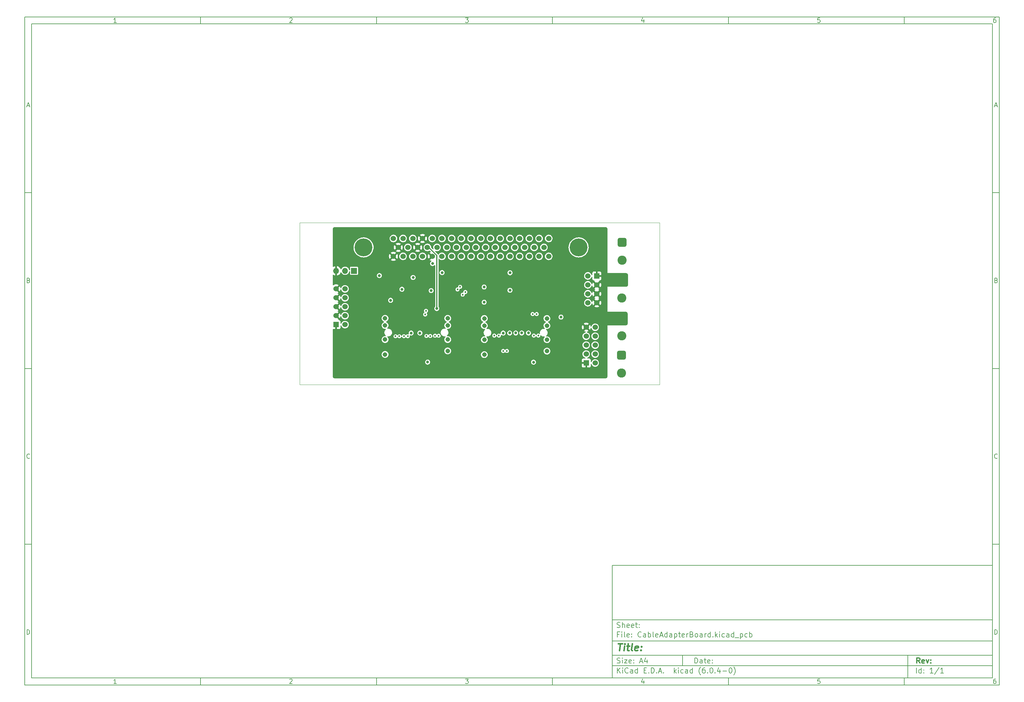
<source format=gbr>
%TF.GenerationSoftware,KiCad,Pcbnew,(6.0.4-0)*%
%TF.CreationDate,2023-08-06T12:43:48-07:00*%
%TF.ProjectId,CableAdapterBoard,4361626c-6541-4646-9170-746572426f61,rev?*%
%TF.SameCoordinates,Original*%
%TF.FileFunction,Copper,L4,Inr*%
%TF.FilePolarity,Positive*%
%FSLAX46Y46*%
G04 Gerber Fmt 4.6, Leading zero omitted, Abs format (unit mm)*
G04 Created by KiCad (PCBNEW (6.0.4-0)) date 2023-08-06 12:43:48*
%MOMM*%
%LPD*%
G01*
G04 APERTURE LIST*
G04 Aperture macros list*
%AMRoundRect*
0 Rectangle with rounded corners*
0 $1 Rounding radius*
0 $2 $3 $4 $5 $6 $7 $8 $9 X,Y pos of 4 corners*
0 Add a 4 corners polygon primitive as box body*
4,1,4,$2,$3,$4,$5,$6,$7,$8,$9,$2,$3,0*
0 Add four circle primitives for the rounded corners*
1,1,$1+$1,$2,$3*
1,1,$1+$1,$4,$5*
1,1,$1+$1,$6,$7*
1,1,$1+$1,$8,$9*
0 Add four rect primitives between the rounded corners*
20,1,$1+$1,$2,$3,$4,$5,0*
20,1,$1+$1,$4,$5,$6,$7,0*
20,1,$1+$1,$6,$7,$8,$9,0*
20,1,$1+$1,$8,$9,$2,$3,0*%
G04 Aperture macros list end*
%ADD10C,0.100000*%
%ADD11C,0.150000*%
%ADD12C,0.300000*%
%ADD13C,0.400000*%
%TA.AperFunction,Profile*%
%ADD14C,0.100000*%
%TD*%
%TA.AperFunction,ComponentPad*%
%ADD15R,1.700000X1.700000*%
%TD*%
%TA.AperFunction,ComponentPad*%
%ADD16O,1.700000X1.700000*%
%TD*%
%TA.AperFunction,ComponentPad*%
%ADD17C,1.308000*%
%TD*%
%TA.AperFunction,ComponentPad*%
%ADD18R,1.530000X1.530000*%
%TD*%
%TA.AperFunction,ComponentPad*%
%ADD19C,1.530000*%
%TD*%
%TA.AperFunction,ComponentPad*%
%ADD20RoundRect,0.650000X-0.650000X0.650000X-0.650000X-0.650000X0.650000X-0.650000X0.650000X0.650000X0*%
%TD*%
%TA.AperFunction,ComponentPad*%
%ADD21C,2.600000*%
%TD*%
%TA.AperFunction,ComponentPad*%
%ADD22C,1.524000*%
%TD*%
%TA.AperFunction,ComponentPad*%
%ADD23C,5.080000*%
%TD*%
%TA.AperFunction,ViaPad*%
%ADD24C,0.800000*%
%TD*%
%TA.AperFunction,ViaPad*%
%ADD25C,0.520700*%
%TD*%
%TA.AperFunction,Conductor*%
%ADD26C,0.304800*%
%TD*%
G04 APERTURE END LIST*
D10*
D11*
X177002200Y-166007200D02*
X177002200Y-198007200D01*
X285002200Y-198007200D01*
X285002200Y-166007200D01*
X177002200Y-166007200D01*
D10*
D11*
X10000000Y-10000000D02*
X10000000Y-200007200D01*
X287002200Y-200007200D01*
X287002200Y-10000000D01*
X10000000Y-10000000D01*
D10*
D11*
X12000000Y-12000000D02*
X12000000Y-198007200D01*
X285002200Y-198007200D01*
X285002200Y-12000000D01*
X12000000Y-12000000D01*
D10*
D11*
X60000000Y-12000000D02*
X60000000Y-10000000D01*
D10*
D11*
X110000000Y-12000000D02*
X110000000Y-10000000D01*
D10*
D11*
X160000000Y-12000000D02*
X160000000Y-10000000D01*
D10*
D11*
X210000000Y-12000000D02*
X210000000Y-10000000D01*
D10*
D11*
X260000000Y-12000000D02*
X260000000Y-10000000D01*
D10*
D11*
X36065476Y-11588095D02*
X35322619Y-11588095D01*
X35694047Y-11588095D02*
X35694047Y-10288095D01*
X35570238Y-10473809D01*
X35446428Y-10597619D01*
X35322619Y-10659523D01*
D10*
D11*
X85322619Y-10411904D02*
X85384523Y-10350000D01*
X85508333Y-10288095D01*
X85817857Y-10288095D01*
X85941666Y-10350000D01*
X86003571Y-10411904D01*
X86065476Y-10535714D01*
X86065476Y-10659523D01*
X86003571Y-10845238D01*
X85260714Y-11588095D01*
X86065476Y-11588095D01*
D10*
D11*
X135260714Y-10288095D02*
X136065476Y-10288095D01*
X135632142Y-10783333D01*
X135817857Y-10783333D01*
X135941666Y-10845238D01*
X136003571Y-10907142D01*
X136065476Y-11030952D01*
X136065476Y-11340476D01*
X136003571Y-11464285D01*
X135941666Y-11526190D01*
X135817857Y-11588095D01*
X135446428Y-11588095D01*
X135322619Y-11526190D01*
X135260714Y-11464285D01*
D10*
D11*
X185941666Y-10721428D02*
X185941666Y-11588095D01*
X185632142Y-10226190D02*
X185322619Y-11154761D01*
X186127380Y-11154761D01*
D10*
D11*
X236003571Y-10288095D02*
X235384523Y-10288095D01*
X235322619Y-10907142D01*
X235384523Y-10845238D01*
X235508333Y-10783333D01*
X235817857Y-10783333D01*
X235941666Y-10845238D01*
X236003571Y-10907142D01*
X236065476Y-11030952D01*
X236065476Y-11340476D01*
X236003571Y-11464285D01*
X235941666Y-11526190D01*
X235817857Y-11588095D01*
X235508333Y-11588095D01*
X235384523Y-11526190D01*
X235322619Y-11464285D01*
D10*
D11*
X285941666Y-10288095D02*
X285694047Y-10288095D01*
X285570238Y-10350000D01*
X285508333Y-10411904D01*
X285384523Y-10597619D01*
X285322619Y-10845238D01*
X285322619Y-11340476D01*
X285384523Y-11464285D01*
X285446428Y-11526190D01*
X285570238Y-11588095D01*
X285817857Y-11588095D01*
X285941666Y-11526190D01*
X286003571Y-11464285D01*
X286065476Y-11340476D01*
X286065476Y-11030952D01*
X286003571Y-10907142D01*
X285941666Y-10845238D01*
X285817857Y-10783333D01*
X285570238Y-10783333D01*
X285446428Y-10845238D01*
X285384523Y-10907142D01*
X285322619Y-11030952D01*
D10*
D11*
X60000000Y-198007200D02*
X60000000Y-200007200D01*
D10*
D11*
X110000000Y-198007200D02*
X110000000Y-200007200D01*
D10*
D11*
X160000000Y-198007200D02*
X160000000Y-200007200D01*
D10*
D11*
X210000000Y-198007200D02*
X210000000Y-200007200D01*
D10*
D11*
X260000000Y-198007200D02*
X260000000Y-200007200D01*
D10*
D11*
X36065476Y-199595295D02*
X35322619Y-199595295D01*
X35694047Y-199595295D02*
X35694047Y-198295295D01*
X35570238Y-198481009D01*
X35446428Y-198604819D01*
X35322619Y-198666723D01*
D10*
D11*
X85322619Y-198419104D02*
X85384523Y-198357200D01*
X85508333Y-198295295D01*
X85817857Y-198295295D01*
X85941666Y-198357200D01*
X86003571Y-198419104D01*
X86065476Y-198542914D01*
X86065476Y-198666723D01*
X86003571Y-198852438D01*
X85260714Y-199595295D01*
X86065476Y-199595295D01*
D10*
D11*
X135260714Y-198295295D02*
X136065476Y-198295295D01*
X135632142Y-198790533D01*
X135817857Y-198790533D01*
X135941666Y-198852438D01*
X136003571Y-198914342D01*
X136065476Y-199038152D01*
X136065476Y-199347676D01*
X136003571Y-199471485D01*
X135941666Y-199533390D01*
X135817857Y-199595295D01*
X135446428Y-199595295D01*
X135322619Y-199533390D01*
X135260714Y-199471485D01*
D10*
D11*
X185941666Y-198728628D02*
X185941666Y-199595295D01*
X185632142Y-198233390D02*
X185322619Y-199161961D01*
X186127380Y-199161961D01*
D10*
D11*
X236003571Y-198295295D02*
X235384523Y-198295295D01*
X235322619Y-198914342D01*
X235384523Y-198852438D01*
X235508333Y-198790533D01*
X235817857Y-198790533D01*
X235941666Y-198852438D01*
X236003571Y-198914342D01*
X236065476Y-199038152D01*
X236065476Y-199347676D01*
X236003571Y-199471485D01*
X235941666Y-199533390D01*
X235817857Y-199595295D01*
X235508333Y-199595295D01*
X235384523Y-199533390D01*
X235322619Y-199471485D01*
D10*
D11*
X285941666Y-198295295D02*
X285694047Y-198295295D01*
X285570238Y-198357200D01*
X285508333Y-198419104D01*
X285384523Y-198604819D01*
X285322619Y-198852438D01*
X285322619Y-199347676D01*
X285384523Y-199471485D01*
X285446428Y-199533390D01*
X285570238Y-199595295D01*
X285817857Y-199595295D01*
X285941666Y-199533390D01*
X286003571Y-199471485D01*
X286065476Y-199347676D01*
X286065476Y-199038152D01*
X286003571Y-198914342D01*
X285941666Y-198852438D01*
X285817857Y-198790533D01*
X285570238Y-198790533D01*
X285446428Y-198852438D01*
X285384523Y-198914342D01*
X285322619Y-199038152D01*
D10*
D11*
X10000000Y-60000000D02*
X12000000Y-60000000D01*
D10*
D11*
X10000000Y-110000000D02*
X12000000Y-110000000D01*
D10*
D11*
X10000000Y-160000000D02*
X12000000Y-160000000D01*
D10*
D11*
X10690476Y-35216666D02*
X11309523Y-35216666D01*
X10566666Y-35588095D02*
X11000000Y-34288095D01*
X11433333Y-35588095D01*
D10*
D11*
X11092857Y-84907142D02*
X11278571Y-84969047D01*
X11340476Y-85030952D01*
X11402380Y-85154761D01*
X11402380Y-85340476D01*
X11340476Y-85464285D01*
X11278571Y-85526190D01*
X11154761Y-85588095D01*
X10659523Y-85588095D01*
X10659523Y-84288095D01*
X11092857Y-84288095D01*
X11216666Y-84350000D01*
X11278571Y-84411904D01*
X11340476Y-84535714D01*
X11340476Y-84659523D01*
X11278571Y-84783333D01*
X11216666Y-84845238D01*
X11092857Y-84907142D01*
X10659523Y-84907142D01*
D10*
D11*
X11402380Y-135464285D02*
X11340476Y-135526190D01*
X11154761Y-135588095D01*
X11030952Y-135588095D01*
X10845238Y-135526190D01*
X10721428Y-135402380D01*
X10659523Y-135278571D01*
X10597619Y-135030952D01*
X10597619Y-134845238D01*
X10659523Y-134597619D01*
X10721428Y-134473809D01*
X10845238Y-134350000D01*
X11030952Y-134288095D01*
X11154761Y-134288095D01*
X11340476Y-134350000D01*
X11402380Y-134411904D01*
D10*
D11*
X10659523Y-185588095D02*
X10659523Y-184288095D01*
X10969047Y-184288095D01*
X11154761Y-184350000D01*
X11278571Y-184473809D01*
X11340476Y-184597619D01*
X11402380Y-184845238D01*
X11402380Y-185030952D01*
X11340476Y-185278571D01*
X11278571Y-185402380D01*
X11154761Y-185526190D01*
X10969047Y-185588095D01*
X10659523Y-185588095D01*
D10*
D11*
X287002200Y-60000000D02*
X285002200Y-60000000D01*
D10*
D11*
X287002200Y-110000000D02*
X285002200Y-110000000D01*
D10*
D11*
X287002200Y-160000000D02*
X285002200Y-160000000D01*
D10*
D11*
X285692676Y-35216666D02*
X286311723Y-35216666D01*
X285568866Y-35588095D02*
X286002200Y-34288095D01*
X286435533Y-35588095D01*
D10*
D11*
X286095057Y-84907142D02*
X286280771Y-84969047D01*
X286342676Y-85030952D01*
X286404580Y-85154761D01*
X286404580Y-85340476D01*
X286342676Y-85464285D01*
X286280771Y-85526190D01*
X286156961Y-85588095D01*
X285661723Y-85588095D01*
X285661723Y-84288095D01*
X286095057Y-84288095D01*
X286218866Y-84350000D01*
X286280771Y-84411904D01*
X286342676Y-84535714D01*
X286342676Y-84659523D01*
X286280771Y-84783333D01*
X286218866Y-84845238D01*
X286095057Y-84907142D01*
X285661723Y-84907142D01*
D10*
D11*
X286404580Y-135464285D02*
X286342676Y-135526190D01*
X286156961Y-135588095D01*
X286033152Y-135588095D01*
X285847438Y-135526190D01*
X285723628Y-135402380D01*
X285661723Y-135278571D01*
X285599819Y-135030952D01*
X285599819Y-134845238D01*
X285661723Y-134597619D01*
X285723628Y-134473809D01*
X285847438Y-134350000D01*
X286033152Y-134288095D01*
X286156961Y-134288095D01*
X286342676Y-134350000D01*
X286404580Y-134411904D01*
D10*
D11*
X285661723Y-185588095D02*
X285661723Y-184288095D01*
X285971247Y-184288095D01*
X286156961Y-184350000D01*
X286280771Y-184473809D01*
X286342676Y-184597619D01*
X286404580Y-184845238D01*
X286404580Y-185030952D01*
X286342676Y-185278571D01*
X286280771Y-185402380D01*
X286156961Y-185526190D01*
X285971247Y-185588095D01*
X285661723Y-185588095D01*
D10*
D11*
X200434342Y-193785771D02*
X200434342Y-192285771D01*
X200791485Y-192285771D01*
X201005771Y-192357200D01*
X201148628Y-192500057D01*
X201220057Y-192642914D01*
X201291485Y-192928628D01*
X201291485Y-193142914D01*
X201220057Y-193428628D01*
X201148628Y-193571485D01*
X201005771Y-193714342D01*
X200791485Y-193785771D01*
X200434342Y-193785771D01*
X202577200Y-193785771D02*
X202577200Y-193000057D01*
X202505771Y-192857200D01*
X202362914Y-192785771D01*
X202077200Y-192785771D01*
X201934342Y-192857200D01*
X202577200Y-193714342D02*
X202434342Y-193785771D01*
X202077200Y-193785771D01*
X201934342Y-193714342D01*
X201862914Y-193571485D01*
X201862914Y-193428628D01*
X201934342Y-193285771D01*
X202077200Y-193214342D01*
X202434342Y-193214342D01*
X202577200Y-193142914D01*
X203077200Y-192785771D02*
X203648628Y-192785771D01*
X203291485Y-192285771D02*
X203291485Y-193571485D01*
X203362914Y-193714342D01*
X203505771Y-193785771D01*
X203648628Y-193785771D01*
X204720057Y-193714342D02*
X204577200Y-193785771D01*
X204291485Y-193785771D01*
X204148628Y-193714342D01*
X204077200Y-193571485D01*
X204077200Y-193000057D01*
X204148628Y-192857200D01*
X204291485Y-192785771D01*
X204577200Y-192785771D01*
X204720057Y-192857200D01*
X204791485Y-193000057D01*
X204791485Y-193142914D01*
X204077200Y-193285771D01*
X205434342Y-193642914D02*
X205505771Y-193714342D01*
X205434342Y-193785771D01*
X205362914Y-193714342D01*
X205434342Y-193642914D01*
X205434342Y-193785771D01*
X205434342Y-192857200D02*
X205505771Y-192928628D01*
X205434342Y-193000057D01*
X205362914Y-192928628D01*
X205434342Y-192857200D01*
X205434342Y-193000057D01*
D10*
D11*
X177002200Y-194507200D02*
X285002200Y-194507200D01*
D10*
D11*
X178434342Y-196585771D02*
X178434342Y-195085771D01*
X179291485Y-196585771D02*
X178648628Y-195728628D01*
X179291485Y-195085771D02*
X178434342Y-195942914D01*
X179934342Y-196585771D02*
X179934342Y-195585771D01*
X179934342Y-195085771D02*
X179862914Y-195157200D01*
X179934342Y-195228628D01*
X180005771Y-195157200D01*
X179934342Y-195085771D01*
X179934342Y-195228628D01*
X181505771Y-196442914D02*
X181434342Y-196514342D01*
X181220057Y-196585771D01*
X181077200Y-196585771D01*
X180862914Y-196514342D01*
X180720057Y-196371485D01*
X180648628Y-196228628D01*
X180577200Y-195942914D01*
X180577200Y-195728628D01*
X180648628Y-195442914D01*
X180720057Y-195300057D01*
X180862914Y-195157200D01*
X181077200Y-195085771D01*
X181220057Y-195085771D01*
X181434342Y-195157200D01*
X181505771Y-195228628D01*
X182791485Y-196585771D02*
X182791485Y-195800057D01*
X182720057Y-195657200D01*
X182577200Y-195585771D01*
X182291485Y-195585771D01*
X182148628Y-195657200D01*
X182791485Y-196514342D02*
X182648628Y-196585771D01*
X182291485Y-196585771D01*
X182148628Y-196514342D01*
X182077200Y-196371485D01*
X182077200Y-196228628D01*
X182148628Y-196085771D01*
X182291485Y-196014342D01*
X182648628Y-196014342D01*
X182791485Y-195942914D01*
X184148628Y-196585771D02*
X184148628Y-195085771D01*
X184148628Y-196514342D02*
X184005771Y-196585771D01*
X183720057Y-196585771D01*
X183577200Y-196514342D01*
X183505771Y-196442914D01*
X183434342Y-196300057D01*
X183434342Y-195871485D01*
X183505771Y-195728628D01*
X183577200Y-195657200D01*
X183720057Y-195585771D01*
X184005771Y-195585771D01*
X184148628Y-195657200D01*
X186005771Y-195800057D02*
X186505771Y-195800057D01*
X186720057Y-196585771D02*
X186005771Y-196585771D01*
X186005771Y-195085771D01*
X186720057Y-195085771D01*
X187362914Y-196442914D02*
X187434342Y-196514342D01*
X187362914Y-196585771D01*
X187291485Y-196514342D01*
X187362914Y-196442914D01*
X187362914Y-196585771D01*
X188077200Y-196585771D02*
X188077200Y-195085771D01*
X188434342Y-195085771D01*
X188648628Y-195157200D01*
X188791485Y-195300057D01*
X188862914Y-195442914D01*
X188934342Y-195728628D01*
X188934342Y-195942914D01*
X188862914Y-196228628D01*
X188791485Y-196371485D01*
X188648628Y-196514342D01*
X188434342Y-196585771D01*
X188077200Y-196585771D01*
X189577200Y-196442914D02*
X189648628Y-196514342D01*
X189577200Y-196585771D01*
X189505771Y-196514342D01*
X189577200Y-196442914D01*
X189577200Y-196585771D01*
X190220057Y-196157200D02*
X190934342Y-196157200D01*
X190077200Y-196585771D02*
X190577200Y-195085771D01*
X191077200Y-196585771D01*
X191577200Y-196442914D02*
X191648628Y-196514342D01*
X191577200Y-196585771D01*
X191505771Y-196514342D01*
X191577200Y-196442914D01*
X191577200Y-196585771D01*
X194577200Y-196585771D02*
X194577200Y-195085771D01*
X194720057Y-196014342D02*
X195148628Y-196585771D01*
X195148628Y-195585771D02*
X194577200Y-196157200D01*
X195791485Y-196585771D02*
X195791485Y-195585771D01*
X195791485Y-195085771D02*
X195720057Y-195157200D01*
X195791485Y-195228628D01*
X195862914Y-195157200D01*
X195791485Y-195085771D01*
X195791485Y-195228628D01*
X197148628Y-196514342D02*
X197005771Y-196585771D01*
X196720057Y-196585771D01*
X196577200Y-196514342D01*
X196505771Y-196442914D01*
X196434342Y-196300057D01*
X196434342Y-195871485D01*
X196505771Y-195728628D01*
X196577200Y-195657200D01*
X196720057Y-195585771D01*
X197005771Y-195585771D01*
X197148628Y-195657200D01*
X198434342Y-196585771D02*
X198434342Y-195800057D01*
X198362914Y-195657200D01*
X198220057Y-195585771D01*
X197934342Y-195585771D01*
X197791485Y-195657200D01*
X198434342Y-196514342D02*
X198291485Y-196585771D01*
X197934342Y-196585771D01*
X197791485Y-196514342D01*
X197720057Y-196371485D01*
X197720057Y-196228628D01*
X197791485Y-196085771D01*
X197934342Y-196014342D01*
X198291485Y-196014342D01*
X198434342Y-195942914D01*
X199791485Y-196585771D02*
X199791485Y-195085771D01*
X199791485Y-196514342D02*
X199648628Y-196585771D01*
X199362914Y-196585771D01*
X199220057Y-196514342D01*
X199148628Y-196442914D01*
X199077200Y-196300057D01*
X199077200Y-195871485D01*
X199148628Y-195728628D01*
X199220057Y-195657200D01*
X199362914Y-195585771D01*
X199648628Y-195585771D01*
X199791485Y-195657200D01*
X202077200Y-197157200D02*
X202005771Y-197085771D01*
X201862914Y-196871485D01*
X201791485Y-196728628D01*
X201720057Y-196514342D01*
X201648628Y-196157200D01*
X201648628Y-195871485D01*
X201720057Y-195514342D01*
X201791485Y-195300057D01*
X201862914Y-195157200D01*
X202005771Y-194942914D01*
X202077200Y-194871485D01*
X203291485Y-195085771D02*
X203005771Y-195085771D01*
X202862914Y-195157200D01*
X202791485Y-195228628D01*
X202648628Y-195442914D01*
X202577200Y-195728628D01*
X202577200Y-196300057D01*
X202648628Y-196442914D01*
X202720057Y-196514342D01*
X202862914Y-196585771D01*
X203148628Y-196585771D01*
X203291485Y-196514342D01*
X203362914Y-196442914D01*
X203434342Y-196300057D01*
X203434342Y-195942914D01*
X203362914Y-195800057D01*
X203291485Y-195728628D01*
X203148628Y-195657200D01*
X202862914Y-195657200D01*
X202720057Y-195728628D01*
X202648628Y-195800057D01*
X202577200Y-195942914D01*
X204077200Y-196442914D02*
X204148628Y-196514342D01*
X204077200Y-196585771D01*
X204005771Y-196514342D01*
X204077200Y-196442914D01*
X204077200Y-196585771D01*
X205077200Y-195085771D02*
X205220057Y-195085771D01*
X205362914Y-195157200D01*
X205434342Y-195228628D01*
X205505771Y-195371485D01*
X205577200Y-195657200D01*
X205577200Y-196014342D01*
X205505771Y-196300057D01*
X205434342Y-196442914D01*
X205362914Y-196514342D01*
X205220057Y-196585771D01*
X205077200Y-196585771D01*
X204934342Y-196514342D01*
X204862914Y-196442914D01*
X204791485Y-196300057D01*
X204720057Y-196014342D01*
X204720057Y-195657200D01*
X204791485Y-195371485D01*
X204862914Y-195228628D01*
X204934342Y-195157200D01*
X205077200Y-195085771D01*
X206220057Y-196442914D02*
X206291485Y-196514342D01*
X206220057Y-196585771D01*
X206148628Y-196514342D01*
X206220057Y-196442914D01*
X206220057Y-196585771D01*
X207577200Y-195585771D02*
X207577200Y-196585771D01*
X207220057Y-195014342D02*
X206862914Y-196085771D01*
X207791485Y-196085771D01*
X208362914Y-196014342D02*
X209505771Y-196014342D01*
X210505771Y-195085771D02*
X210648628Y-195085771D01*
X210791485Y-195157200D01*
X210862914Y-195228628D01*
X210934342Y-195371485D01*
X211005771Y-195657200D01*
X211005771Y-196014342D01*
X210934342Y-196300057D01*
X210862914Y-196442914D01*
X210791485Y-196514342D01*
X210648628Y-196585771D01*
X210505771Y-196585771D01*
X210362914Y-196514342D01*
X210291485Y-196442914D01*
X210220057Y-196300057D01*
X210148628Y-196014342D01*
X210148628Y-195657200D01*
X210220057Y-195371485D01*
X210291485Y-195228628D01*
X210362914Y-195157200D01*
X210505771Y-195085771D01*
X211505771Y-197157200D02*
X211577200Y-197085771D01*
X211720057Y-196871485D01*
X211791485Y-196728628D01*
X211862914Y-196514342D01*
X211934342Y-196157200D01*
X211934342Y-195871485D01*
X211862914Y-195514342D01*
X211791485Y-195300057D01*
X211720057Y-195157200D01*
X211577200Y-194942914D01*
X211505771Y-194871485D01*
D10*
D11*
X177002200Y-191507200D02*
X285002200Y-191507200D01*
D10*
D12*
X264411485Y-193785771D02*
X263911485Y-193071485D01*
X263554342Y-193785771D02*
X263554342Y-192285771D01*
X264125771Y-192285771D01*
X264268628Y-192357200D01*
X264340057Y-192428628D01*
X264411485Y-192571485D01*
X264411485Y-192785771D01*
X264340057Y-192928628D01*
X264268628Y-193000057D01*
X264125771Y-193071485D01*
X263554342Y-193071485D01*
X265625771Y-193714342D02*
X265482914Y-193785771D01*
X265197200Y-193785771D01*
X265054342Y-193714342D01*
X264982914Y-193571485D01*
X264982914Y-193000057D01*
X265054342Y-192857200D01*
X265197200Y-192785771D01*
X265482914Y-192785771D01*
X265625771Y-192857200D01*
X265697200Y-193000057D01*
X265697200Y-193142914D01*
X264982914Y-193285771D01*
X266197200Y-192785771D02*
X266554342Y-193785771D01*
X266911485Y-192785771D01*
X267482914Y-193642914D02*
X267554342Y-193714342D01*
X267482914Y-193785771D01*
X267411485Y-193714342D01*
X267482914Y-193642914D01*
X267482914Y-193785771D01*
X267482914Y-192857200D02*
X267554342Y-192928628D01*
X267482914Y-193000057D01*
X267411485Y-192928628D01*
X267482914Y-192857200D01*
X267482914Y-193000057D01*
D10*
D11*
X178362914Y-193714342D02*
X178577200Y-193785771D01*
X178934342Y-193785771D01*
X179077200Y-193714342D01*
X179148628Y-193642914D01*
X179220057Y-193500057D01*
X179220057Y-193357200D01*
X179148628Y-193214342D01*
X179077200Y-193142914D01*
X178934342Y-193071485D01*
X178648628Y-193000057D01*
X178505771Y-192928628D01*
X178434342Y-192857200D01*
X178362914Y-192714342D01*
X178362914Y-192571485D01*
X178434342Y-192428628D01*
X178505771Y-192357200D01*
X178648628Y-192285771D01*
X179005771Y-192285771D01*
X179220057Y-192357200D01*
X179862914Y-193785771D02*
X179862914Y-192785771D01*
X179862914Y-192285771D02*
X179791485Y-192357200D01*
X179862914Y-192428628D01*
X179934342Y-192357200D01*
X179862914Y-192285771D01*
X179862914Y-192428628D01*
X180434342Y-192785771D02*
X181220057Y-192785771D01*
X180434342Y-193785771D01*
X181220057Y-193785771D01*
X182362914Y-193714342D02*
X182220057Y-193785771D01*
X181934342Y-193785771D01*
X181791485Y-193714342D01*
X181720057Y-193571485D01*
X181720057Y-193000057D01*
X181791485Y-192857200D01*
X181934342Y-192785771D01*
X182220057Y-192785771D01*
X182362914Y-192857200D01*
X182434342Y-193000057D01*
X182434342Y-193142914D01*
X181720057Y-193285771D01*
X183077200Y-193642914D02*
X183148628Y-193714342D01*
X183077200Y-193785771D01*
X183005771Y-193714342D01*
X183077200Y-193642914D01*
X183077200Y-193785771D01*
X183077200Y-192857200D02*
X183148628Y-192928628D01*
X183077200Y-193000057D01*
X183005771Y-192928628D01*
X183077200Y-192857200D01*
X183077200Y-193000057D01*
X184862914Y-193357200D02*
X185577200Y-193357200D01*
X184720057Y-193785771D02*
X185220057Y-192285771D01*
X185720057Y-193785771D01*
X186862914Y-192785771D02*
X186862914Y-193785771D01*
X186505771Y-192214342D02*
X186148628Y-193285771D01*
X187077200Y-193285771D01*
D10*
D11*
X263434342Y-196585771D02*
X263434342Y-195085771D01*
X264791485Y-196585771D02*
X264791485Y-195085771D01*
X264791485Y-196514342D02*
X264648628Y-196585771D01*
X264362914Y-196585771D01*
X264220057Y-196514342D01*
X264148628Y-196442914D01*
X264077200Y-196300057D01*
X264077200Y-195871485D01*
X264148628Y-195728628D01*
X264220057Y-195657200D01*
X264362914Y-195585771D01*
X264648628Y-195585771D01*
X264791485Y-195657200D01*
X265505771Y-196442914D02*
X265577200Y-196514342D01*
X265505771Y-196585771D01*
X265434342Y-196514342D01*
X265505771Y-196442914D01*
X265505771Y-196585771D01*
X265505771Y-195657200D02*
X265577200Y-195728628D01*
X265505771Y-195800057D01*
X265434342Y-195728628D01*
X265505771Y-195657200D01*
X265505771Y-195800057D01*
X268148628Y-196585771D02*
X267291485Y-196585771D01*
X267720057Y-196585771D02*
X267720057Y-195085771D01*
X267577200Y-195300057D01*
X267434342Y-195442914D01*
X267291485Y-195514342D01*
X269862914Y-195014342D02*
X268577200Y-196942914D01*
X271148628Y-196585771D02*
X270291485Y-196585771D01*
X270720057Y-196585771D02*
X270720057Y-195085771D01*
X270577200Y-195300057D01*
X270434342Y-195442914D01*
X270291485Y-195514342D01*
D10*
D11*
X177002200Y-187507200D02*
X285002200Y-187507200D01*
D10*
D13*
X178714580Y-188211961D02*
X179857438Y-188211961D01*
X179036009Y-190211961D02*
X179286009Y-188211961D01*
X180274104Y-190211961D02*
X180440771Y-188878628D01*
X180524104Y-188211961D02*
X180416961Y-188307200D01*
X180500295Y-188402438D01*
X180607438Y-188307200D01*
X180524104Y-188211961D01*
X180500295Y-188402438D01*
X181107438Y-188878628D02*
X181869342Y-188878628D01*
X181476485Y-188211961D02*
X181262200Y-189926247D01*
X181333628Y-190116723D01*
X181512200Y-190211961D01*
X181702676Y-190211961D01*
X182655057Y-190211961D02*
X182476485Y-190116723D01*
X182405057Y-189926247D01*
X182619342Y-188211961D01*
X184190771Y-190116723D02*
X183988390Y-190211961D01*
X183607438Y-190211961D01*
X183428866Y-190116723D01*
X183357438Y-189926247D01*
X183452676Y-189164342D01*
X183571723Y-188973866D01*
X183774104Y-188878628D01*
X184155057Y-188878628D01*
X184333628Y-188973866D01*
X184405057Y-189164342D01*
X184381247Y-189354819D01*
X183405057Y-189545295D01*
X185155057Y-190021485D02*
X185238390Y-190116723D01*
X185131247Y-190211961D01*
X185047914Y-190116723D01*
X185155057Y-190021485D01*
X185131247Y-190211961D01*
X185286009Y-188973866D02*
X185369342Y-189069104D01*
X185262200Y-189164342D01*
X185178866Y-189069104D01*
X185286009Y-188973866D01*
X185262200Y-189164342D01*
D10*
D11*
X178934342Y-185600057D02*
X178434342Y-185600057D01*
X178434342Y-186385771D02*
X178434342Y-184885771D01*
X179148628Y-184885771D01*
X179720057Y-186385771D02*
X179720057Y-185385771D01*
X179720057Y-184885771D02*
X179648628Y-184957200D01*
X179720057Y-185028628D01*
X179791485Y-184957200D01*
X179720057Y-184885771D01*
X179720057Y-185028628D01*
X180648628Y-186385771D02*
X180505771Y-186314342D01*
X180434342Y-186171485D01*
X180434342Y-184885771D01*
X181791485Y-186314342D02*
X181648628Y-186385771D01*
X181362914Y-186385771D01*
X181220057Y-186314342D01*
X181148628Y-186171485D01*
X181148628Y-185600057D01*
X181220057Y-185457200D01*
X181362914Y-185385771D01*
X181648628Y-185385771D01*
X181791485Y-185457200D01*
X181862914Y-185600057D01*
X181862914Y-185742914D01*
X181148628Y-185885771D01*
X182505771Y-186242914D02*
X182577200Y-186314342D01*
X182505771Y-186385771D01*
X182434342Y-186314342D01*
X182505771Y-186242914D01*
X182505771Y-186385771D01*
X182505771Y-185457200D02*
X182577200Y-185528628D01*
X182505771Y-185600057D01*
X182434342Y-185528628D01*
X182505771Y-185457200D01*
X182505771Y-185600057D01*
X185220057Y-186242914D02*
X185148628Y-186314342D01*
X184934342Y-186385771D01*
X184791485Y-186385771D01*
X184577200Y-186314342D01*
X184434342Y-186171485D01*
X184362914Y-186028628D01*
X184291485Y-185742914D01*
X184291485Y-185528628D01*
X184362914Y-185242914D01*
X184434342Y-185100057D01*
X184577200Y-184957200D01*
X184791485Y-184885771D01*
X184934342Y-184885771D01*
X185148628Y-184957200D01*
X185220057Y-185028628D01*
X186505771Y-186385771D02*
X186505771Y-185600057D01*
X186434342Y-185457200D01*
X186291485Y-185385771D01*
X186005771Y-185385771D01*
X185862914Y-185457200D01*
X186505771Y-186314342D02*
X186362914Y-186385771D01*
X186005771Y-186385771D01*
X185862914Y-186314342D01*
X185791485Y-186171485D01*
X185791485Y-186028628D01*
X185862914Y-185885771D01*
X186005771Y-185814342D01*
X186362914Y-185814342D01*
X186505771Y-185742914D01*
X187220057Y-186385771D02*
X187220057Y-184885771D01*
X187220057Y-185457200D02*
X187362914Y-185385771D01*
X187648628Y-185385771D01*
X187791485Y-185457200D01*
X187862914Y-185528628D01*
X187934342Y-185671485D01*
X187934342Y-186100057D01*
X187862914Y-186242914D01*
X187791485Y-186314342D01*
X187648628Y-186385771D01*
X187362914Y-186385771D01*
X187220057Y-186314342D01*
X188791485Y-186385771D02*
X188648628Y-186314342D01*
X188577200Y-186171485D01*
X188577200Y-184885771D01*
X189934342Y-186314342D02*
X189791485Y-186385771D01*
X189505771Y-186385771D01*
X189362914Y-186314342D01*
X189291485Y-186171485D01*
X189291485Y-185600057D01*
X189362914Y-185457200D01*
X189505771Y-185385771D01*
X189791485Y-185385771D01*
X189934342Y-185457200D01*
X190005771Y-185600057D01*
X190005771Y-185742914D01*
X189291485Y-185885771D01*
X190577200Y-185957200D02*
X191291485Y-185957200D01*
X190434342Y-186385771D02*
X190934342Y-184885771D01*
X191434342Y-186385771D01*
X192577200Y-186385771D02*
X192577200Y-184885771D01*
X192577200Y-186314342D02*
X192434342Y-186385771D01*
X192148628Y-186385771D01*
X192005771Y-186314342D01*
X191934342Y-186242914D01*
X191862914Y-186100057D01*
X191862914Y-185671485D01*
X191934342Y-185528628D01*
X192005771Y-185457200D01*
X192148628Y-185385771D01*
X192434342Y-185385771D01*
X192577200Y-185457200D01*
X193934342Y-186385771D02*
X193934342Y-185600057D01*
X193862914Y-185457200D01*
X193720057Y-185385771D01*
X193434342Y-185385771D01*
X193291485Y-185457200D01*
X193934342Y-186314342D02*
X193791485Y-186385771D01*
X193434342Y-186385771D01*
X193291485Y-186314342D01*
X193220057Y-186171485D01*
X193220057Y-186028628D01*
X193291485Y-185885771D01*
X193434342Y-185814342D01*
X193791485Y-185814342D01*
X193934342Y-185742914D01*
X194648628Y-185385771D02*
X194648628Y-186885771D01*
X194648628Y-185457200D02*
X194791485Y-185385771D01*
X195077200Y-185385771D01*
X195220057Y-185457200D01*
X195291485Y-185528628D01*
X195362914Y-185671485D01*
X195362914Y-186100057D01*
X195291485Y-186242914D01*
X195220057Y-186314342D01*
X195077200Y-186385771D01*
X194791485Y-186385771D01*
X194648628Y-186314342D01*
X195791485Y-185385771D02*
X196362914Y-185385771D01*
X196005771Y-184885771D02*
X196005771Y-186171485D01*
X196077200Y-186314342D01*
X196220057Y-186385771D01*
X196362914Y-186385771D01*
X197434342Y-186314342D02*
X197291485Y-186385771D01*
X197005771Y-186385771D01*
X196862914Y-186314342D01*
X196791485Y-186171485D01*
X196791485Y-185600057D01*
X196862914Y-185457200D01*
X197005771Y-185385771D01*
X197291485Y-185385771D01*
X197434342Y-185457200D01*
X197505771Y-185600057D01*
X197505771Y-185742914D01*
X196791485Y-185885771D01*
X198148628Y-186385771D02*
X198148628Y-185385771D01*
X198148628Y-185671485D02*
X198220057Y-185528628D01*
X198291485Y-185457200D01*
X198434342Y-185385771D01*
X198577200Y-185385771D01*
X199577200Y-185600057D02*
X199791485Y-185671485D01*
X199862914Y-185742914D01*
X199934342Y-185885771D01*
X199934342Y-186100057D01*
X199862914Y-186242914D01*
X199791485Y-186314342D01*
X199648628Y-186385771D01*
X199077200Y-186385771D01*
X199077200Y-184885771D01*
X199577200Y-184885771D01*
X199720057Y-184957200D01*
X199791485Y-185028628D01*
X199862914Y-185171485D01*
X199862914Y-185314342D01*
X199791485Y-185457200D01*
X199720057Y-185528628D01*
X199577200Y-185600057D01*
X199077200Y-185600057D01*
X200791485Y-186385771D02*
X200648628Y-186314342D01*
X200577200Y-186242914D01*
X200505771Y-186100057D01*
X200505771Y-185671485D01*
X200577200Y-185528628D01*
X200648628Y-185457200D01*
X200791485Y-185385771D01*
X201005771Y-185385771D01*
X201148628Y-185457200D01*
X201220057Y-185528628D01*
X201291485Y-185671485D01*
X201291485Y-186100057D01*
X201220057Y-186242914D01*
X201148628Y-186314342D01*
X201005771Y-186385771D01*
X200791485Y-186385771D01*
X202577200Y-186385771D02*
X202577200Y-185600057D01*
X202505771Y-185457200D01*
X202362914Y-185385771D01*
X202077200Y-185385771D01*
X201934342Y-185457200D01*
X202577200Y-186314342D02*
X202434342Y-186385771D01*
X202077200Y-186385771D01*
X201934342Y-186314342D01*
X201862914Y-186171485D01*
X201862914Y-186028628D01*
X201934342Y-185885771D01*
X202077200Y-185814342D01*
X202434342Y-185814342D01*
X202577200Y-185742914D01*
X203291485Y-186385771D02*
X203291485Y-185385771D01*
X203291485Y-185671485D02*
X203362914Y-185528628D01*
X203434342Y-185457200D01*
X203577200Y-185385771D01*
X203720057Y-185385771D01*
X204862914Y-186385771D02*
X204862914Y-184885771D01*
X204862914Y-186314342D02*
X204720057Y-186385771D01*
X204434342Y-186385771D01*
X204291485Y-186314342D01*
X204220057Y-186242914D01*
X204148628Y-186100057D01*
X204148628Y-185671485D01*
X204220057Y-185528628D01*
X204291485Y-185457200D01*
X204434342Y-185385771D01*
X204720057Y-185385771D01*
X204862914Y-185457200D01*
X205577200Y-186242914D02*
X205648628Y-186314342D01*
X205577200Y-186385771D01*
X205505771Y-186314342D01*
X205577200Y-186242914D01*
X205577200Y-186385771D01*
X206291485Y-186385771D02*
X206291485Y-184885771D01*
X206434342Y-185814342D02*
X206862914Y-186385771D01*
X206862914Y-185385771D02*
X206291485Y-185957200D01*
X207505771Y-186385771D02*
X207505771Y-185385771D01*
X207505771Y-184885771D02*
X207434342Y-184957200D01*
X207505771Y-185028628D01*
X207577200Y-184957200D01*
X207505771Y-184885771D01*
X207505771Y-185028628D01*
X208862914Y-186314342D02*
X208720057Y-186385771D01*
X208434342Y-186385771D01*
X208291485Y-186314342D01*
X208220057Y-186242914D01*
X208148628Y-186100057D01*
X208148628Y-185671485D01*
X208220057Y-185528628D01*
X208291485Y-185457200D01*
X208434342Y-185385771D01*
X208720057Y-185385771D01*
X208862914Y-185457200D01*
X210148628Y-186385771D02*
X210148628Y-185600057D01*
X210077200Y-185457200D01*
X209934342Y-185385771D01*
X209648628Y-185385771D01*
X209505771Y-185457200D01*
X210148628Y-186314342D02*
X210005771Y-186385771D01*
X209648628Y-186385771D01*
X209505771Y-186314342D01*
X209434342Y-186171485D01*
X209434342Y-186028628D01*
X209505771Y-185885771D01*
X209648628Y-185814342D01*
X210005771Y-185814342D01*
X210148628Y-185742914D01*
X211505771Y-186385771D02*
X211505771Y-184885771D01*
X211505771Y-186314342D02*
X211362914Y-186385771D01*
X211077200Y-186385771D01*
X210934342Y-186314342D01*
X210862914Y-186242914D01*
X210791485Y-186100057D01*
X210791485Y-185671485D01*
X210862914Y-185528628D01*
X210934342Y-185457200D01*
X211077200Y-185385771D01*
X211362914Y-185385771D01*
X211505771Y-185457200D01*
X211862914Y-186528628D02*
X213005771Y-186528628D01*
X213362914Y-185385771D02*
X213362914Y-186885771D01*
X213362914Y-185457200D02*
X213505771Y-185385771D01*
X213791485Y-185385771D01*
X213934342Y-185457200D01*
X214005771Y-185528628D01*
X214077200Y-185671485D01*
X214077200Y-186100057D01*
X214005771Y-186242914D01*
X213934342Y-186314342D01*
X213791485Y-186385771D01*
X213505771Y-186385771D01*
X213362914Y-186314342D01*
X215362914Y-186314342D02*
X215220057Y-186385771D01*
X214934342Y-186385771D01*
X214791485Y-186314342D01*
X214720057Y-186242914D01*
X214648628Y-186100057D01*
X214648628Y-185671485D01*
X214720057Y-185528628D01*
X214791485Y-185457200D01*
X214934342Y-185385771D01*
X215220057Y-185385771D01*
X215362914Y-185457200D01*
X216005771Y-186385771D02*
X216005771Y-184885771D01*
X216005771Y-185457200D02*
X216148628Y-185385771D01*
X216434342Y-185385771D01*
X216577200Y-185457200D01*
X216648628Y-185528628D01*
X216720057Y-185671485D01*
X216720057Y-186100057D01*
X216648628Y-186242914D01*
X216577200Y-186314342D01*
X216434342Y-186385771D01*
X216148628Y-186385771D01*
X216005771Y-186314342D01*
D10*
D11*
X177002200Y-181507200D02*
X285002200Y-181507200D01*
D10*
D11*
X178362914Y-183614342D02*
X178577200Y-183685771D01*
X178934342Y-183685771D01*
X179077200Y-183614342D01*
X179148628Y-183542914D01*
X179220057Y-183400057D01*
X179220057Y-183257200D01*
X179148628Y-183114342D01*
X179077200Y-183042914D01*
X178934342Y-182971485D01*
X178648628Y-182900057D01*
X178505771Y-182828628D01*
X178434342Y-182757200D01*
X178362914Y-182614342D01*
X178362914Y-182471485D01*
X178434342Y-182328628D01*
X178505771Y-182257200D01*
X178648628Y-182185771D01*
X179005771Y-182185771D01*
X179220057Y-182257200D01*
X179862914Y-183685771D02*
X179862914Y-182185771D01*
X180505771Y-183685771D02*
X180505771Y-182900057D01*
X180434342Y-182757200D01*
X180291485Y-182685771D01*
X180077200Y-182685771D01*
X179934342Y-182757200D01*
X179862914Y-182828628D01*
X181791485Y-183614342D02*
X181648628Y-183685771D01*
X181362914Y-183685771D01*
X181220057Y-183614342D01*
X181148628Y-183471485D01*
X181148628Y-182900057D01*
X181220057Y-182757200D01*
X181362914Y-182685771D01*
X181648628Y-182685771D01*
X181791485Y-182757200D01*
X181862914Y-182900057D01*
X181862914Y-183042914D01*
X181148628Y-183185771D01*
X183077200Y-183614342D02*
X182934342Y-183685771D01*
X182648628Y-183685771D01*
X182505771Y-183614342D01*
X182434342Y-183471485D01*
X182434342Y-182900057D01*
X182505771Y-182757200D01*
X182648628Y-182685771D01*
X182934342Y-182685771D01*
X183077200Y-182757200D01*
X183148628Y-182900057D01*
X183148628Y-183042914D01*
X182434342Y-183185771D01*
X183577200Y-182685771D02*
X184148628Y-182685771D01*
X183791485Y-182185771D02*
X183791485Y-183471485D01*
X183862914Y-183614342D01*
X184005771Y-183685771D01*
X184148628Y-183685771D01*
X184648628Y-183542914D02*
X184720057Y-183614342D01*
X184648628Y-183685771D01*
X184577200Y-183614342D01*
X184648628Y-183542914D01*
X184648628Y-183685771D01*
X184648628Y-182757200D02*
X184720057Y-182828628D01*
X184648628Y-182900057D01*
X184577200Y-182828628D01*
X184648628Y-182757200D01*
X184648628Y-182900057D01*
D10*
D12*
D10*
D11*
D10*
D11*
D10*
D11*
D10*
D11*
D10*
D11*
X197002200Y-191507200D02*
X197002200Y-194507200D01*
D10*
D11*
X261002200Y-191507200D02*
X261002200Y-198007200D01*
D14*
X190480000Y-68510000D02*
X190480000Y-114600000D01*
X190480000Y-114600000D02*
X88130000Y-114600000D01*
X88130000Y-114600000D02*
X88130000Y-68510000D01*
X88130000Y-68510000D02*
X162400000Y-68510000D01*
X162400000Y-68510000D02*
X190480000Y-68510000D01*
D15*
%TO.N,DGND*%
%TO.C,JP1*%
X103610000Y-82200000D03*
D16*
%TO.N,/d-sub-shield*%
X101070000Y-82200000D03*
%TO.N,AGND*%
X98530000Y-82200000D03*
%TD*%
D17*
%TO.N,DGND*%
%TO.C,J21*%
X158425000Y-105040000D03*
X158425000Y-101800000D03*
X158425000Y-97800000D03*
X158425000Y-95770000D03*
X140625000Y-95770000D03*
X140625000Y-97800000D03*
X140625000Y-101800000D03*
X140625000Y-106040000D03*
%TD*%
D18*
%TO.N,AGND*%
%TO.C,J2*%
X169595000Y-108422500D03*
D19*
%TO.N,unconnected-(J2-Pad02)*%
X169595000Y-105882500D03*
%TO.N,unconnected-(J2-Pad03)*%
X169595000Y-103342500D03*
%TO.N,unconnected-(J2-Pad04)*%
X169595000Y-100802500D03*
%TO.N,AGND*%
X169595000Y-98262500D03*
%TO.N,unconnected-(J2-Pad06)*%
X172135000Y-108422500D03*
%TO.N,unconnected-(J2-Pad07)*%
X172135000Y-105882500D03*
%TO.N,unconnected-(J2-Pad08)*%
X172135000Y-103342500D03*
%TO.N,/VDD2_Sense*%
X172135000Y-100802500D03*
%TO.N,/VDD1_Sense*%
X172135000Y-98262500D03*
%TD*%
D20*
%TO.N,DGND*%
%TO.C,TP4*%
X179600000Y-106220000D03*
D21*
%TO.N,/VDD2_Sense*%
X179600000Y-111300000D03*
%TD*%
D18*
%TO.N,AGND*%
%TO.C,J3*%
X98495000Y-97497500D03*
D19*
X98495000Y-94957500D03*
X98495000Y-92417500D03*
X98495000Y-89877500D03*
X98495000Y-87337500D03*
%TO.N,/HS_Vdiff*%
X101035000Y-97497500D03*
%TO.N,unconnected-(J3-Pad07)*%
X101035000Y-94957500D03*
%TO.N,/ADC_MON_VIN_P*%
X101035000Y-92417500D03*
%TO.N,/ADC_MON_VCOM*%
X101035000Y-89877500D03*
%TO.N,/ADC_MON_VIN_N*%
X101035000Y-87337500D03*
%TD*%
D20*
%TO.N,AGND*%
%TO.C,TP2*%
X179720000Y-84890000D03*
D21*
%TO.N,/VDD1*%
X179720000Y-89970000D03*
%TD*%
D20*
%TO.N,DGND*%
%TO.C,TP3*%
X179770000Y-74100000D03*
D21*
%TO.N,/VDD2*%
X179770000Y-79180000D03*
%TD*%
D17*
%TO.N,DGND*%
%TO.C,J31*%
X130225000Y-104990000D03*
X130225000Y-101750000D03*
X130225000Y-97750000D03*
X130225000Y-95720000D03*
X112425000Y-95720000D03*
X112425000Y-97750000D03*
X112425000Y-101750000D03*
X112425000Y-105990000D03*
%TD*%
D18*
%TO.N,AGND*%
%TO.C,J1*%
X172595000Y-83665000D03*
D19*
X172595000Y-86205000D03*
X172595000Y-88745000D03*
X172595000Y-91285000D03*
%TO.N,/VDD2*%
X170055000Y-83665000D03*
X170055000Y-86205000D03*
%TO.N,/VDD1*%
X170055000Y-88745000D03*
X170055000Y-91285000D03*
%TD*%
D22*
%TO.N,DGND*%
%TO.C,DSUB1*%
X158938600Y-78086500D03*
%TO.N,/RD_CLK_P*%
X156195400Y-78086500D03*
%TO.N,DGND*%
X153426800Y-78086500D03*
%TO.N,/DATA_OUT_1_P*%
X150658200Y-78086500D03*
%TO.N,DGND*%
X147915000Y-78086500D03*
%TO.N,/DATA_OUT_0_P*%
X145146400Y-78086500D03*
%TO.N,DGND*%
X142377800Y-78086500D03*
%TO.N,/ASIC_SR0_P*%
X139634600Y-78086500D03*
%TO.N,DGND*%
X136866000Y-78086500D03*
%TO.N,/WORD_CLK_0_N*%
X134097400Y-78086500D03*
%TO.N,/WORD_CLK_0_P*%
X131354200Y-78086500D03*
%TO.N,DGND*%
X128585600Y-78086500D03*
%TO.N,AGND*%
X125817000Y-78086500D03*
%TO.N,/HS_Vdiff*%
X123073800Y-78086500D03*
%TO.N,/VDD1*%
X120305200Y-78086500D03*
X117536600Y-78086500D03*
%TO.N,AGND*%
X114793400Y-78086500D03*
%TO.N,/VDD2*%
X157567000Y-75546500D03*
%TO.N,/RD_CLK_N*%
X154798400Y-75546500D03*
%TO.N,DGND*%
X152055200Y-75546500D03*
%TO.N,/DATA_OUT_1_N*%
X149286600Y-75546500D03*
%TO.N,DGND*%
X146518000Y-75546500D03*
%TO.N,/DATA_OUT_0_N*%
X143749400Y-75546500D03*
%TO.N,/ASIC_GR*%
X141006200Y-75546500D03*
%TO.N,/ASIC_SR0_N*%
X138237600Y-75546500D03*
%TO.N,DGND*%
X135469000Y-75546500D03*
%TO.N,/SACI_CMD_P*%
X132725800Y-75546500D03*
%TO.N,DGND*%
X129957200Y-75546500D03*
%TO.N,/SACI_CLK_P*%
X127188600Y-75546500D03*
%TO.N,/ASIC_SACI_SEL*%
X124445400Y-75546500D03*
%TO.N,AGND*%
X121676800Y-75546500D03*
%TO.N,/ADC_MON_VIN_P*%
X118908200Y-75546500D03*
%TO.N,AGND*%
X116165000Y-75546500D03*
%TO.N,/VDD2*%
X158938600Y-73006500D03*
%TO.N,/ASIC_SampClkEn_P*%
X156195400Y-73006500D03*
%TO.N,/ASIC_SampClkEn_N*%
X153426800Y-73006500D03*
%TO.N,/VDD2_Sense*%
X150658200Y-73006500D03*
%TO.N,DGND*%
X147915000Y-73006500D03*
%TO.N,/SACI_RESP_P*%
X145146400Y-73006500D03*
%TO.N,/SACI_RESP_N*%
X142377800Y-73006500D03*
%TO.N,DGND*%
X139634600Y-73006500D03*
X136866000Y-73006500D03*
%TO.N,/ASIC_PULSE*%
X134097400Y-73006500D03*
%TO.N,/SACI_CMD_N*%
X131354200Y-73006500D03*
%TO.N,DGND*%
X128585600Y-73006500D03*
%TO.N,/SACI_CLK_N*%
X125817000Y-73006500D03*
%TO.N,AGND*%
X123073800Y-73006500D03*
%TO.N,/ADC_MON_VCOM*%
X120305200Y-73006500D03*
%TO.N,/ADC_MON_VIN_N*%
X117536600Y-73006500D03*
%TO.N,/VDD1_Sense*%
X114793400Y-73006500D03*
D23*
%TO.N,/d-sub-shield*%
X106309800Y-75546500D03*
X167422200Y-75546500D03*
%TD*%
D20*
%TO.N,AGND*%
%TO.C,TP1*%
X179670000Y-95630000D03*
D21*
%TO.N,/VDD1_Sense*%
X179670000Y-100710000D03*
%TD*%
D24*
%TO.N,DGND*%
X119840000Y-99900000D03*
X147920000Y-87730000D03*
X162420000Y-95360000D03*
X145980000Y-99900000D03*
X110800000Y-83560000D03*
X125520000Y-87840000D03*
X114000000Y-90600000D03*
X128610000Y-82720000D03*
X140580000Y-86820000D03*
X125910000Y-80150000D03*
X140580000Y-91140000D03*
X117200000Y-87460000D03*
X124520000Y-108170000D03*
X147920000Y-82770000D03*
X154610000Y-108190000D03*
X120390000Y-84110000D03*
X153170000Y-99890000D03*
X122320000Y-99900000D03*
X149560000Y-99890000D03*
X151260000Y-99890000D03*
X147840000Y-99890000D03*
D25*
%TO.N,/RD_CLK_P*%
X144760000Y-100620000D03*
%TO.N,/DATA_OUT_1_P*%
X155510001Y-94499989D03*
%TO.N,/DATA_OUT_0_P*%
X155970000Y-100620000D03*
%TO.N,/ASIC_SR0_P*%
X116480006Y-100819991D03*
%TO.N,/WORD_CLK_0_N*%
X145999987Y-104999993D03*
X133746240Y-86753776D03*
X135239430Y-88246966D03*
%TO.N,/WORD_CLK_0_P*%
X147049998Y-104999993D03*
X134496962Y-88989433D03*
X133003773Y-87496244D03*
D24*
%TO.N,AGND*%
X167390000Y-94890000D03*
X154600000Y-110660000D03*
X106540000Y-85610000D03*
X124450000Y-111020000D03*
D25*
%TO.N,/RD_CLK_N*%
X143460000Y-100630000D03*
%TO.N,/DATA_OUT_1_N*%
X154359991Y-94499989D03*
%TO.N,/DATA_OUT_0_N*%
X154700000Y-100620000D03*
%TO.N,/ASIC_SR0_N*%
X115380008Y-100819991D03*
%TO.N,/SACI_CMD_P*%
X125270006Y-100740007D03*
%TO.N,/SACI_CLK_P*%
X118869993Y-100800002D03*
D24*
%TO.N,/ASIC_SACI_SEL*%
X127125000Y-92925000D03*
D25*
%TO.N,/ASIC_SampClkEn_P*%
X124060001Y-93590008D03*
%TO.N,/ASIC_SampClkEn_N*%
X123820000Y-94620000D03*
%TO.N,/SACI_RESP_P*%
X127650011Y-100670004D03*
%TO.N,/SACI_RESP_N*%
X126629998Y-100670004D03*
%TO.N,/SACI_CMD_N*%
X124170000Y-100730000D03*
%TO.N,/SACI_CLK_N*%
X117780003Y-100800002D03*
%TD*%
D26*
%TO.N,/ASIC_SACI_SEL*%
X127125000Y-92925000D02*
X127125000Y-77819191D01*
X124852309Y-75546500D02*
X124445400Y-75546500D01*
X127125000Y-77819191D02*
X124852309Y-75546500D01*
%TD*%
%TA.AperFunction,Conductor*%
%TO.N,AGND*%
G36*
X175110188Y-69781078D02*
G01*
X175217034Y-69795145D01*
X175248805Y-69803658D01*
X175340676Y-69841712D01*
X175369162Y-69858159D01*
X175448050Y-69918692D01*
X175471308Y-69941950D01*
X175531841Y-70020838D01*
X175548288Y-70049324D01*
X175586342Y-70141195D01*
X175594855Y-70172966D01*
X175608922Y-70279812D01*
X175610000Y-70296259D01*
X175610000Y-112253741D01*
X175608922Y-112270188D01*
X175594855Y-112377034D01*
X175586342Y-112408805D01*
X175548288Y-112500676D01*
X175531841Y-112529162D01*
X175471308Y-112608050D01*
X175448050Y-112631308D01*
X175369162Y-112691841D01*
X175340676Y-112708288D01*
X175248805Y-112746342D01*
X175217034Y-112754855D01*
X175110188Y-112768922D01*
X175093741Y-112770000D01*
X98066259Y-112770000D01*
X98049812Y-112768922D01*
X97942966Y-112754855D01*
X97911195Y-112746342D01*
X97819324Y-112708288D01*
X97790838Y-112691841D01*
X97711950Y-112631308D01*
X97688692Y-112608050D01*
X97628159Y-112529162D01*
X97611712Y-112500676D01*
X97573658Y-112408805D01*
X97565145Y-112377034D01*
X97551078Y-112270188D01*
X97550000Y-112253741D01*
X97550000Y-109232169D01*
X168322001Y-109232169D01*
X168322371Y-109238990D01*
X168327895Y-109289852D01*
X168331521Y-109305104D01*
X168376676Y-109425554D01*
X168385214Y-109441149D01*
X168461715Y-109543224D01*
X168474276Y-109555785D01*
X168576351Y-109632286D01*
X168591946Y-109640824D01*
X168712394Y-109685978D01*
X168727649Y-109689605D01*
X168778514Y-109695131D01*
X168785328Y-109695500D01*
X169322885Y-109695500D01*
X169338124Y-109691025D01*
X169339329Y-109689635D01*
X169341000Y-109681952D01*
X169341000Y-108694615D01*
X169336525Y-108679376D01*
X169335135Y-108678171D01*
X169327452Y-108676500D01*
X168340116Y-108676500D01*
X168324877Y-108680975D01*
X168323672Y-108682365D01*
X168322001Y-108690048D01*
X168322001Y-109232169D01*
X97550000Y-109232169D01*
X97550000Y-108162560D01*
X123809559Y-108162560D01*
X123815872Y-108219738D01*
X123824126Y-108294500D01*
X123828292Y-108332239D01*
X123830901Y-108339370D01*
X123830902Y-108339372D01*
X123862606Y-108426005D01*
X123886958Y-108492551D01*
X123891194Y-108498854D01*
X123891194Y-108498855D01*
X123900213Y-108512276D01*
X123982170Y-108634242D01*
X123987782Y-108639349D01*
X123987785Y-108639352D01*
X124102811Y-108744018D01*
X124102815Y-108744021D01*
X124108432Y-108749132D01*
X124115109Y-108752757D01*
X124115110Y-108752758D01*
X124138000Y-108765186D01*
X124258455Y-108830588D01*
X124423577Y-108873907D01*
X124510592Y-108875274D01*
X124586666Y-108876469D01*
X124586669Y-108876469D01*
X124594265Y-108876588D01*
X124601669Y-108874892D01*
X124601671Y-108874892D01*
X124673342Y-108858477D01*
X124760667Y-108838477D01*
X124913174Y-108761774D01*
X124918945Y-108756845D01*
X124918948Y-108756843D01*
X125037210Y-108655837D01*
X125037211Y-108655836D01*
X125042982Y-108650907D01*
X125142598Y-108512276D01*
X125147993Y-108498855D01*
X125203436Y-108360939D01*
X125203437Y-108360937D01*
X125206271Y-108353886D01*
X125230324Y-108184879D01*
X125230348Y-108182560D01*
X153899559Y-108182560D01*
X153918292Y-108352239D01*
X153920901Y-108359370D01*
X153920902Y-108359372D01*
X153974279Y-108505229D01*
X153976958Y-108512551D01*
X154072170Y-108654242D01*
X154077782Y-108659349D01*
X154077785Y-108659352D01*
X154192811Y-108764018D01*
X154192815Y-108764021D01*
X154198432Y-108769132D01*
X154205109Y-108772757D01*
X154205110Y-108772758D01*
X154225169Y-108783649D01*
X154348455Y-108850588D01*
X154513577Y-108893907D01*
X154600592Y-108895274D01*
X154676666Y-108896469D01*
X154676669Y-108896469D01*
X154684265Y-108896588D01*
X154691669Y-108894892D01*
X154691671Y-108894892D01*
X154771590Y-108876588D01*
X154850667Y-108858477D01*
X155003174Y-108781774D01*
X155008945Y-108776845D01*
X155008948Y-108776843D01*
X155127210Y-108675837D01*
X155127211Y-108675836D01*
X155132982Y-108670907D01*
X155232598Y-108532276D01*
X155238159Y-108518442D01*
X155293436Y-108380939D01*
X155293437Y-108380937D01*
X155296271Y-108373886D01*
X155308913Y-108285058D01*
X155319743Y-108208962D01*
X155319743Y-108208961D01*
X155320324Y-108204879D01*
X155320480Y-108190000D01*
X155315686Y-108150385D01*
X168322000Y-108150385D01*
X168326475Y-108165624D01*
X168327865Y-108166829D01*
X168335548Y-108168500D01*
X169723000Y-108168500D01*
X169791121Y-108188502D01*
X169837614Y-108242158D01*
X169849000Y-108294500D01*
X169849000Y-109677384D01*
X169853475Y-109692623D01*
X169854865Y-109693828D01*
X169862548Y-109695499D01*
X170404669Y-109695499D01*
X170411490Y-109695129D01*
X170462352Y-109689605D01*
X170477604Y-109685979D01*
X170598054Y-109640824D01*
X170613649Y-109632286D01*
X170715724Y-109555785D01*
X170728285Y-109543224D01*
X170804786Y-109441149D01*
X170813324Y-109425554D01*
X170858478Y-109305106D01*
X170862105Y-109289851D01*
X170867631Y-109238986D01*
X170868000Y-109232172D01*
X170868000Y-108783649D01*
X170888002Y-108715528D01*
X170941658Y-108669035D01*
X171011932Y-108658931D01*
X171076512Y-108688425D01*
X171115119Y-108748919D01*
X171135045Y-108818410D01*
X171137860Y-108823887D01*
X171137861Y-108823890D01*
X171175223Y-108896588D01*
X171230988Y-109005096D01*
X171234811Y-109009920D01*
X171234814Y-109009924D01*
X171256338Y-109037080D01*
X171361365Y-109169590D01*
X171366059Y-109173585D01*
X171442910Y-109238990D01*
X171521210Y-109305629D01*
X171704433Y-109408029D01*
X171904057Y-109472891D01*
X172112477Y-109497743D01*
X172118612Y-109497271D01*
X172118614Y-109497271D01*
X172315614Y-109482113D01*
X172315619Y-109482112D01*
X172321755Y-109481640D01*
X172327685Y-109479984D01*
X172327687Y-109479984D01*
X172517992Y-109426850D01*
X172517991Y-109426850D01*
X172523920Y-109425195D01*
X172554134Y-109409933D01*
X172612264Y-109380569D01*
X172711270Y-109330557D01*
X172743177Y-109305629D01*
X172871815Y-109205126D01*
X172871816Y-109205126D01*
X172876671Y-109201332D01*
X173013822Y-109042441D01*
X173117499Y-108859937D01*
X173183753Y-108660771D01*
X173201681Y-108518855D01*
X173209618Y-108456032D01*
X173209619Y-108456023D01*
X173210060Y-108452529D01*
X173210479Y-108422500D01*
X173189997Y-108213605D01*
X173129330Y-108012667D01*
X173048868Y-107861340D01*
X173033685Y-107832785D01*
X173033683Y-107832783D01*
X173030789Y-107827339D01*
X172943909Y-107720814D01*
X172902023Y-107669456D01*
X172902020Y-107669453D01*
X172898128Y-107664681D01*
X172893379Y-107660752D01*
X172741150Y-107534817D01*
X172741146Y-107534815D01*
X172736400Y-107530888D01*
X172551765Y-107431056D01*
X172351255Y-107368987D01*
X172345137Y-107368344D01*
X172345132Y-107368343D01*
X172148636Y-107347691D01*
X172148635Y-107347691D01*
X172142508Y-107347047D01*
X172056126Y-107354909D01*
X171939614Y-107365512D01*
X171939611Y-107365513D01*
X171933475Y-107366071D01*
X171927569Y-107367809D01*
X171927565Y-107367810D01*
X171738030Y-107423593D01*
X171732118Y-107425333D01*
X171546107Y-107522578D01*
X171382527Y-107654100D01*
X171247608Y-107814890D01*
X171244644Y-107820282D01*
X171244641Y-107820286D01*
X171218442Y-107867942D01*
X171146489Y-107998824D01*
X171139504Y-108020845D01*
X171114101Y-108100924D01*
X171074437Y-108159808D01*
X171009235Y-108187900D01*
X170939196Y-108176282D01*
X170886556Y-108128642D01*
X170867999Y-108062825D01*
X170867999Y-107612831D01*
X170867629Y-107606010D01*
X170862105Y-107555148D01*
X170858479Y-107539896D01*
X170813324Y-107419446D01*
X170804786Y-107403851D01*
X170728285Y-107301776D01*
X170715724Y-107289215D01*
X170613649Y-107212714D01*
X170598054Y-107204176D01*
X170477606Y-107159022D01*
X170462351Y-107155395D01*
X170411486Y-107149869D01*
X170404672Y-107149500D01*
X169957109Y-107149500D01*
X169888988Y-107129498D01*
X169842495Y-107075842D01*
X169832391Y-107005568D01*
X169861885Y-106940988D01*
X169923226Y-106902141D01*
X169977990Y-106886851D01*
X169977993Y-106886850D01*
X169983920Y-106885195D01*
X170007427Y-106873321D01*
X170098043Y-106827547D01*
X170171270Y-106790557D01*
X170182812Y-106781540D01*
X170331815Y-106665126D01*
X170331816Y-106665126D01*
X170336671Y-106661332D01*
X170397994Y-106590289D01*
X170469793Y-106507109D01*
X170469794Y-106507107D01*
X170473822Y-106502441D01*
X170577499Y-106319937D01*
X170643753Y-106120771D01*
X170655657Y-106026541D01*
X170669618Y-105916032D01*
X170669619Y-105916023D01*
X170670060Y-105912529D01*
X170670479Y-105882500D01*
X170669007Y-105867484D01*
X171059626Y-105867484D01*
X171060142Y-105873628D01*
X171074409Y-106043523D01*
X171077190Y-106076645D01*
X171078889Y-106082570D01*
X171116579Y-106214010D01*
X171135045Y-106278410D01*
X171137860Y-106283887D01*
X171137861Y-106283890D01*
X171228173Y-106459619D01*
X171230988Y-106465096D01*
X171234811Y-106469920D01*
X171234814Y-106469924D01*
X171294832Y-106545647D01*
X171361365Y-106629590D01*
X171366059Y-106633585D01*
X171488817Y-106738060D01*
X171521210Y-106765629D01*
X171526588Y-106768635D01*
X171526590Y-106768636D01*
X171549679Y-106781540D01*
X171704433Y-106868029D01*
X171904057Y-106932891D01*
X172112477Y-106957743D01*
X172118612Y-106957271D01*
X172118614Y-106957271D01*
X172315614Y-106942113D01*
X172315619Y-106942112D01*
X172321755Y-106941640D01*
X172327685Y-106939984D01*
X172327687Y-106939984D01*
X172511345Y-106888706D01*
X172523920Y-106885195D01*
X172547427Y-106873321D01*
X172638043Y-106827547D01*
X172711270Y-106790557D01*
X172722812Y-106781540D01*
X172871815Y-106665126D01*
X172871816Y-106665126D01*
X172876671Y-106661332D01*
X172937994Y-106590289D01*
X173009793Y-106507109D01*
X173009794Y-106507107D01*
X173013822Y-106502441D01*
X173117499Y-106319937D01*
X173183753Y-106120771D01*
X173195657Y-106026541D01*
X173209618Y-105916032D01*
X173209619Y-105916023D01*
X173210060Y-105912529D01*
X173210479Y-105882500D01*
X173189997Y-105673605D01*
X173129330Y-105472667D01*
X173117704Y-105450801D01*
X173033685Y-105292785D01*
X173033683Y-105292783D01*
X173030789Y-105287339D01*
X172925196Y-105157869D01*
X172902023Y-105129456D01*
X172902020Y-105129453D01*
X172898128Y-105124681D01*
X172893379Y-105120752D01*
X172741150Y-104994817D01*
X172741146Y-104994815D01*
X172736400Y-104990888D01*
X172551765Y-104891056D01*
X172351255Y-104828987D01*
X172345137Y-104828344D01*
X172345132Y-104828343D01*
X172148636Y-104807691D01*
X172148635Y-104807691D01*
X172142508Y-104807047D01*
X172056126Y-104814909D01*
X171939614Y-104825512D01*
X171939611Y-104825513D01*
X171933475Y-104826071D01*
X171927569Y-104827809D01*
X171927565Y-104827810D01*
X171816443Y-104860515D01*
X171732118Y-104885333D01*
X171546107Y-104982578D01*
X171382527Y-105114100D01*
X171247608Y-105274890D01*
X171244644Y-105280282D01*
X171244641Y-105280286D01*
X171164412Y-105426223D01*
X171146489Y-105458824D01*
X171083023Y-105658895D01*
X171082337Y-105665012D01*
X171082336Y-105665016D01*
X171067547Y-105796867D01*
X171059626Y-105867484D01*
X170669007Y-105867484D01*
X170649997Y-105673605D01*
X170589330Y-105472667D01*
X170577704Y-105450801D01*
X170493685Y-105292785D01*
X170493683Y-105292783D01*
X170490789Y-105287339D01*
X170385196Y-105157869D01*
X170362023Y-105129456D01*
X170362020Y-105129453D01*
X170358128Y-105124681D01*
X170353379Y-105120752D01*
X170201150Y-104994817D01*
X170201146Y-104994815D01*
X170196400Y-104990888D01*
X170011765Y-104891056D01*
X169811255Y-104828987D01*
X169805137Y-104828344D01*
X169805132Y-104828343D01*
X169608636Y-104807691D01*
X169608635Y-104807691D01*
X169602508Y-104807047D01*
X169516126Y-104814909D01*
X169399614Y-104825512D01*
X169399611Y-104825513D01*
X169393475Y-104826071D01*
X169387569Y-104827809D01*
X169387565Y-104827810D01*
X169276443Y-104860515D01*
X169192118Y-104885333D01*
X169006107Y-104982578D01*
X168842527Y-105114100D01*
X168707608Y-105274890D01*
X168704644Y-105280282D01*
X168704641Y-105280286D01*
X168624412Y-105426223D01*
X168606489Y-105458824D01*
X168543023Y-105658895D01*
X168542337Y-105665012D01*
X168542336Y-105665016D01*
X168527547Y-105796867D01*
X168519626Y-105867484D01*
X168520142Y-105873628D01*
X168534409Y-106043523D01*
X168537190Y-106076645D01*
X168538889Y-106082570D01*
X168576579Y-106214010D01*
X168595045Y-106278410D01*
X168597860Y-106283887D01*
X168597861Y-106283890D01*
X168688173Y-106459619D01*
X168690988Y-106465096D01*
X168694811Y-106469920D01*
X168694814Y-106469924D01*
X168754832Y-106545647D01*
X168821365Y-106629590D01*
X168826059Y-106633585D01*
X168948817Y-106738060D01*
X168981210Y-106765629D01*
X168986588Y-106768635D01*
X168986590Y-106768636D01*
X169009679Y-106781540D01*
X169164433Y-106868029D01*
X169222358Y-106886850D01*
X169274118Y-106903668D01*
X169332723Y-106943742D01*
X169360360Y-107009139D01*
X169348253Y-107079095D01*
X169300247Y-107131401D01*
X169235181Y-107149501D01*
X168785331Y-107149501D01*
X168778510Y-107149871D01*
X168727648Y-107155395D01*
X168712396Y-107159021D01*
X168591946Y-107204176D01*
X168576351Y-107212714D01*
X168474276Y-107289215D01*
X168461715Y-107301776D01*
X168385214Y-107403851D01*
X168376676Y-107419446D01*
X168331522Y-107539894D01*
X168327895Y-107555149D01*
X168322369Y-107606014D01*
X168322000Y-107612828D01*
X168322000Y-108150385D01*
X155315686Y-108150385D01*
X155299971Y-108020527D01*
X155239630Y-107860837D01*
X155235331Y-107854582D01*
X155235329Y-107854578D01*
X155147241Y-107726410D01*
X155147240Y-107726408D01*
X155142939Y-107720151D01*
X155136705Y-107714596D01*
X155064469Y-107650237D01*
X155015481Y-107606590D01*
X155007523Y-107602376D01*
X154871322Y-107530262D01*
X154871321Y-107530261D01*
X154864613Y-107526710D01*
X154699047Y-107485122D01*
X154691449Y-107485082D01*
X154691447Y-107485082D01*
X154617658Y-107484696D01*
X154528339Y-107484229D01*
X154520960Y-107486001D01*
X154520956Y-107486001D01*
X154369726Y-107522308D01*
X154369722Y-107522309D01*
X154362347Y-107524080D01*
X154331708Y-107539894D01*
X154239727Y-107587369D01*
X154210651Y-107602376D01*
X154204929Y-107607368D01*
X154204927Y-107607369D01*
X154104361Y-107695098D01*
X154082010Y-107714596D01*
X153983852Y-107854262D01*
X153981093Y-107861337D01*
X153981092Y-107861340D01*
X153929597Y-107993419D01*
X153921841Y-108013311D01*
X153920849Y-108020844D01*
X153920849Y-108020845D01*
X153901213Y-108170000D01*
X153899559Y-108182560D01*
X125230348Y-108182560D01*
X125230414Y-108176282D01*
X125230437Y-108174134D01*
X125230437Y-108174129D01*
X125230480Y-108170000D01*
X125209971Y-108000527D01*
X125159872Y-107867942D01*
X125152315Y-107847942D01*
X125152314Y-107847940D01*
X125149630Y-107840837D01*
X125145331Y-107834582D01*
X125145329Y-107834578D01*
X125057241Y-107706410D01*
X125057240Y-107706408D01*
X125052939Y-107700151D01*
X125046705Y-107694596D01*
X124947282Y-107606014D01*
X124925481Y-107586590D01*
X124917523Y-107582376D01*
X124781322Y-107510262D01*
X124781321Y-107510261D01*
X124774613Y-107506710D01*
X124609047Y-107465122D01*
X124601449Y-107465082D01*
X124601447Y-107465082D01*
X124527658Y-107464696D01*
X124438339Y-107464229D01*
X124430960Y-107466001D01*
X124430956Y-107466001D01*
X124279726Y-107502308D01*
X124279722Y-107502309D01*
X124272347Y-107504080D01*
X124120651Y-107582376D01*
X124114929Y-107587368D01*
X124114927Y-107587369D01*
X124042860Y-107650237D01*
X123992010Y-107694596D01*
X123893852Y-107834262D01*
X123891093Y-107841337D01*
X123891092Y-107841340D01*
X123880721Y-107867942D01*
X123831841Y-107993311D01*
X123830849Y-108000844D01*
X123830849Y-108000845D01*
X123811162Y-108150385D01*
X123809559Y-108162560D01*
X97550000Y-108162560D01*
X97550000Y-105976541D01*
X111461152Y-105976541D01*
X111461668Y-105982685D01*
X111473755Y-106126623D01*
X111476894Y-106164010D01*
X111478593Y-106169934D01*
X111523143Y-106325300D01*
X111528749Y-106344851D01*
X111614743Y-106512175D01*
X111618569Y-106517002D01*
X111727769Y-106654780D01*
X111727773Y-106654785D01*
X111731598Y-106659610D01*
X111736292Y-106663605D01*
X111856170Y-106765629D01*
X111874865Y-106781540D01*
X112039087Y-106873321D01*
X112218008Y-106931455D01*
X112404813Y-106953731D01*
X112410948Y-106953259D01*
X112410950Y-106953259D01*
X112586245Y-106939771D01*
X112586249Y-106939770D01*
X112592387Y-106939298D01*
X112773585Y-106888706D01*
X112941506Y-106803883D01*
X112963422Y-106786761D01*
X113084892Y-106691858D01*
X113084893Y-106691857D01*
X113089753Y-106688060D01*
X113194247Y-106567002D01*
X113208656Y-106550309D01*
X113208656Y-106550308D01*
X113212680Y-106545647D01*
X113258440Y-106465096D01*
X113302560Y-106387432D01*
X113302562Y-106387428D01*
X113305605Y-106382071D01*
X113346409Y-106259408D01*
X113363042Y-106209408D01*
X113363043Y-106209405D01*
X113364987Y-106203560D01*
X113387350Y-106026541D01*
X139661152Y-106026541D01*
X139661668Y-106032685D01*
X139676017Y-106203560D01*
X139676894Y-106214010D01*
X139678593Y-106219934D01*
X139726622Y-106387432D01*
X139728749Y-106394851D01*
X139814743Y-106562175D01*
X139818569Y-106567002D01*
X139927769Y-106704780D01*
X139927773Y-106704785D01*
X139931598Y-106709610D01*
X139936292Y-106713605D01*
X140011424Y-106777547D01*
X140074865Y-106831540D01*
X140239087Y-106923321D01*
X140418008Y-106981455D01*
X140604813Y-107003731D01*
X140610948Y-107003259D01*
X140610950Y-107003259D01*
X140786245Y-106989771D01*
X140786249Y-106989770D01*
X140792387Y-106989298D01*
X140973585Y-106938706D01*
X141141506Y-106853883D01*
X141205504Y-106803883D01*
X141284892Y-106741858D01*
X141284893Y-106741857D01*
X141289753Y-106738060D01*
X141412680Y-106595647D01*
X141438436Y-106550309D01*
X141502560Y-106437432D01*
X141502562Y-106437428D01*
X141505605Y-106432071D01*
X141556721Y-106278410D01*
X141563042Y-106259408D01*
X141563043Y-106259405D01*
X141564987Y-106253560D01*
X141588566Y-106066915D01*
X141588942Y-106040000D01*
X141570584Y-105852769D01*
X141516209Y-105672670D01*
X141508885Y-105658895D01*
X141430784Y-105512009D01*
X141430783Y-105512007D01*
X141427888Y-105506563D01*
X141341252Y-105400336D01*
X141312880Y-105365548D01*
X141312877Y-105365545D01*
X141308985Y-105360773D01*
X141304236Y-105356844D01*
X141168780Y-105244785D01*
X141168776Y-105244783D01*
X141164030Y-105240856D01*
X140998543Y-105151377D01*
X140878120Y-105114100D01*
X140824714Y-105097568D01*
X140824711Y-105097567D01*
X140818827Y-105095746D01*
X140812702Y-105095102D01*
X140812701Y-105095102D01*
X140637858Y-105076725D01*
X140637857Y-105076725D01*
X140631730Y-105076081D01*
X140512992Y-105086887D01*
X140450516Y-105092573D01*
X140450515Y-105092573D01*
X140444375Y-105093132D01*
X140438461Y-105094873D01*
X140438459Y-105094873D01*
X140357092Y-105118821D01*
X140263901Y-105146249D01*
X140097181Y-105233408D01*
X140092381Y-105237268D01*
X140092380Y-105237268D01*
X140083031Y-105244785D01*
X139950565Y-105351290D01*
X139946607Y-105356007D01*
X139946605Y-105356009D01*
X139902604Y-105408448D01*
X139829638Y-105495405D01*
X139739007Y-105660263D01*
X139737146Y-105666130D01*
X139737145Y-105666132D01*
X139732829Y-105679738D01*
X139682122Y-105839585D01*
X139661152Y-106026541D01*
X113387350Y-106026541D01*
X113388566Y-106016915D01*
X113388942Y-105990000D01*
X113370584Y-105802769D01*
X113316209Y-105622670D01*
X113309612Y-105610263D01*
X113230784Y-105462009D01*
X113230783Y-105462007D01*
X113227888Y-105456563D01*
X113161569Y-105375247D01*
X113112880Y-105315548D01*
X113112877Y-105315545D01*
X113108985Y-105310773D01*
X113104236Y-105306844D01*
X112968780Y-105194785D01*
X112968776Y-105194783D01*
X112964030Y-105190856D01*
X112798543Y-105101377D01*
X112698530Y-105070418D01*
X112624714Y-105047568D01*
X112624711Y-105047567D01*
X112618827Y-105045746D01*
X112612702Y-105045102D01*
X112612701Y-105045102D01*
X112437858Y-105026725D01*
X112437857Y-105026725D01*
X112431730Y-105026081D01*
X112317313Y-105036494D01*
X112250516Y-105042573D01*
X112250515Y-105042573D01*
X112244375Y-105043132D01*
X112238461Y-105044873D01*
X112238459Y-105044873D01*
X112163568Y-105066915D01*
X112063901Y-105096249D01*
X111897181Y-105183408D01*
X111892381Y-105187268D01*
X111892380Y-105187268D01*
X111883031Y-105194785D01*
X111750565Y-105301290D01*
X111746607Y-105306007D01*
X111746605Y-105306009D01*
X111700653Y-105360773D01*
X111629638Y-105445405D01*
X111539007Y-105610263D01*
X111537146Y-105616130D01*
X111537145Y-105616132D01*
X111525443Y-105653022D01*
X111482122Y-105789585D01*
X111461152Y-105976541D01*
X97550000Y-105976541D01*
X97550000Y-104976541D01*
X129261152Y-104976541D01*
X129261668Y-104982685D01*
X129275403Y-105146249D01*
X129276894Y-105164010D01*
X129284592Y-105190856D01*
X129325460Y-105333380D01*
X129328749Y-105344851D01*
X129414743Y-105512175D01*
X129418569Y-105517002D01*
X129527769Y-105654780D01*
X129527773Y-105654785D01*
X129531598Y-105659610D01*
X129536292Y-105663605D01*
X129565027Y-105688060D01*
X129674865Y-105781540D01*
X129839087Y-105873321D01*
X130018008Y-105931455D01*
X130204813Y-105953731D01*
X130210948Y-105953259D01*
X130210950Y-105953259D01*
X130386245Y-105939771D01*
X130386249Y-105939770D01*
X130392387Y-105939298D01*
X130573585Y-105888706D01*
X130741506Y-105803883D01*
X130868353Y-105704780D01*
X130884892Y-105691858D01*
X130884893Y-105691857D01*
X130889753Y-105688060D01*
X130994247Y-105567002D01*
X131008656Y-105550309D01*
X131008656Y-105550308D01*
X131012680Y-105545647D01*
X131037598Y-105501784D01*
X131102560Y-105387432D01*
X131102562Y-105387428D01*
X131105605Y-105382071D01*
X131139464Y-105280286D01*
X131163042Y-105209408D01*
X131163043Y-105209405D01*
X131164987Y-105203560D01*
X131188566Y-105016915D01*
X131188802Y-104999993D01*
X145429456Y-104999993D01*
X145430534Y-105008181D01*
X145445100Y-105118821D01*
X145448896Y-105147657D01*
X145452055Y-105155283D01*
X145486015Y-105237268D01*
X145505893Y-105285258D01*
X145525471Y-105310773D01*
X145591530Y-105396862D01*
X145596561Y-105403419D01*
X145603111Y-105408445D01*
X145603114Y-105408448D01*
X145640887Y-105437432D01*
X145714721Y-105494087D01*
X145852323Y-105551084D01*
X145860511Y-105552162D01*
X145926155Y-105560804D01*
X145999987Y-105570524D01*
X146008175Y-105569446D01*
X146026740Y-105567002D01*
X146073819Y-105560804D01*
X146139463Y-105552162D01*
X146147651Y-105551084D01*
X146285253Y-105494087D01*
X146359087Y-105437432D01*
X146396860Y-105408448D01*
X146396863Y-105408445D01*
X146403413Y-105403419D01*
X146408440Y-105396868D01*
X146408446Y-105396862D01*
X146425032Y-105375247D01*
X146482370Y-105333380D01*
X146553241Y-105329159D01*
X146615144Y-105363924D01*
X146624956Y-105375249D01*
X146641542Y-105396865D01*
X146641545Y-105396868D01*
X146646572Y-105403419D01*
X146653122Y-105408445D01*
X146653125Y-105408448D01*
X146690898Y-105437432D01*
X146764732Y-105494087D01*
X146902334Y-105551084D01*
X146910522Y-105552162D01*
X146976166Y-105560804D01*
X147049998Y-105570524D01*
X147058186Y-105569446D01*
X147076751Y-105567002D01*
X147123830Y-105560804D01*
X147189474Y-105552162D01*
X147197662Y-105551084D01*
X147335264Y-105494087D01*
X147409098Y-105437432D01*
X147446871Y-105408448D01*
X147446874Y-105408445D01*
X147453424Y-105403419D01*
X147458456Y-105396862D01*
X147524514Y-105310773D01*
X147544092Y-105285258D01*
X147563971Y-105237268D01*
X147597930Y-105155283D01*
X147601089Y-105147657D01*
X147604886Y-105118821D01*
X147617034Y-105026541D01*
X157461152Y-105026541D01*
X157461668Y-105032685D01*
X157476017Y-105203560D01*
X157476894Y-105214010D01*
X157484592Y-105240856D01*
X157526622Y-105387432D01*
X157528749Y-105394851D01*
X157614743Y-105562175D01*
X157618569Y-105567002D01*
X157727769Y-105704780D01*
X157727773Y-105704785D01*
X157731598Y-105709610D01*
X157736292Y-105713605D01*
X157811424Y-105777547D01*
X157874865Y-105831540D01*
X158039087Y-105923321D01*
X158218008Y-105981455D01*
X158404813Y-106003731D01*
X158410948Y-106003259D01*
X158410950Y-106003259D01*
X158586245Y-105989771D01*
X158586249Y-105989770D01*
X158592387Y-105989298D01*
X158773585Y-105938706D01*
X158941506Y-105853883D01*
X159005504Y-105803883D01*
X159084892Y-105741858D01*
X159084893Y-105741857D01*
X159089753Y-105738060D01*
X159212680Y-105595647D01*
X159226952Y-105570524D01*
X159302560Y-105437432D01*
X159302562Y-105437428D01*
X159305605Y-105432071D01*
X159351939Y-105292785D01*
X159363042Y-105259408D01*
X159363043Y-105259405D01*
X159364987Y-105253560D01*
X159388566Y-105066915D01*
X159388942Y-105040000D01*
X159370584Y-104852769D01*
X159316209Y-104672670D01*
X159309612Y-104660263D01*
X159230784Y-104512009D01*
X159230783Y-104512007D01*
X159227888Y-104506563D01*
X159174161Y-104440687D01*
X159112880Y-104365548D01*
X159112877Y-104365545D01*
X159108985Y-104360773D01*
X159104236Y-104356844D01*
X158968780Y-104244785D01*
X158968776Y-104244783D01*
X158964030Y-104240856D01*
X158798543Y-104151377D01*
X158686416Y-104116668D01*
X158624714Y-104097568D01*
X158624711Y-104097567D01*
X158618827Y-104095746D01*
X158612702Y-104095102D01*
X158612701Y-104095102D01*
X158437858Y-104076725D01*
X158437857Y-104076725D01*
X158431730Y-104076081D01*
X158336377Y-104084759D01*
X158250516Y-104092573D01*
X158250515Y-104092573D01*
X158244375Y-104093132D01*
X158238461Y-104094873D01*
X158238459Y-104094873D01*
X158216361Y-104101377D01*
X158063901Y-104146249D01*
X157897181Y-104233408D01*
X157892381Y-104237268D01*
X157892380Y-104237268D01*
X157883031Y-104244785D01*
X157750565Y-104351290D01*
X157746607Y-104356007D01*
X157746605Y-104356009D01*
X157715046Y-104393620D01*
X157629638Y-104495405D01*
X157539007Y-104660263D01*
X157537146Y-104666130D01*
X157537145Y-104666132D01*
X157521729Y-104714728D01*
X157482122Y-104839585D01*
X157461152Y-105026541D01*
X147617034Y-105026541D01*
X147619451Y-105008181D01*
X147620529Y-104999993D01*
X147606573Y-104893985D01*
X147602167Y-104860515D01*
X147602166Y-104860513D01*
X147601089Y-104852329D01*
X147544092Y-104714728D01*
X147473454Y-104622670D01*
X147458451Y-104603118D01*
X147458449Y-104603116D01*
X147453424Y-104596567D01*
X147446874Y-104591541D01*
X147446871Y-104591538D01*
X147394344Y-104551233D01*
X147335264Y-104505899D01*
X147197662Y-104448902D01*
X147049998Y-104429462D01*
X147041810Y-104430540D01*
X146910520Y-104447824D01*
X146910518Y-104447825D01*
X146902334Y-104448902D01*
X146854622Y-104468665D01*
X146772361Y-104502739D01*
X146772359Y-104502740D01*
X146764733Y-104505899D01*
X146646572Y-104596567D01*
X146641549Y-104603113D01*
X146641546Y-104603116D01*
X146624956Y-104624737D01*
X146567619Y-104666605D01*
X146496748Y-104670827D01*
X146434844Y-104636064D01*
X146425032Y-104624739D01*
X146408446Y-104603124D01*
X146408438Y-104603116D01*
X146403413Y-104596567D01*
X146396863Y-104591541D01*
X146396860Y-104591538D01*
X146344333Y-104551233D01*
X146285253Y-104505899D01*
X146147651Y-104448902D01*
X145999987Y-104429462D01*
X145991799Y-104430540D01*
X145860509Y-104447824D01*
X145860507Y-104447825D01*
X145852323Y-104448902D01*
X145804611Y-104468665D01*
X145722350Y-104502739D01*
X145722348Y-104502740D01*
X145714722Y-104505899D01*
X145596561Y-104596567D01*
X145591538Y-104603113D01*
X145576531Y-104622670D01*
X145505893Y-104714728D01*
X145448896Y-104852329D01*
X145447819Y-104860513D01*
X145447818Y-104860515D01*
X145443412Y-104893985D01*
X145429456Y-104999993D01*
X131188802Y-104999993D01*
X131188942Y-104990000D01*
X131170584Y-104802769D01*
X131116209Y-104622670D01*
X131109612Y-104610263D01*
X131030784Y-104462009D01*
X131030783Y-104462007D01*
X131027888Y-104456563D01*
X130974406Y-104390987D01*
X130912880Y-104315548D01*
X130912877Y-104315545D01*
X130908985Y-104310773D01*
X130904236Y-104306844D01*
X130768780Y-104194785D01*
X130768776Y-104194783D01*
X130764030Y-104190856D01*
X130598543Y-104101377D01*
X130508685Y-104073562D01*
X130424714Y-104047568D01*
X130424711Y-104047567D01*
X130418827Y-104045746D01*
X130412702Y-104045102D01*
X130412701Y-104045102D01*
X130237858Y-104026725D01*
X130237857Y-104026725D01*
X130231730Y-104026081D01*
X130112992Y-104036887D01*
X130050516Y-104042573D01*
X130050515Y-104042573D01*
X130044375Y-104043132D01*
X130038461Y-104044873D01*
X130038459Y-104044873D01*
X129932425Y-104076081D01*
X129863901Y-104096249D01*
X129697181Y-104183408D01*
X129692381Y-104187268D01*
X129692380Y-104187268D01*
X129683031Y-104194785D01*
X129550565Y-104301290D01*
X129546607Y-104306007D01*
X129546605Y-104306009D01*
X129500653Y-104360773D01*
X129429638Y-104445405D01*
X129339007Y-104610263D01*
X129337146Y-104616130D01*
X129337145Y-104616132D01*
X129330822Y-104636064D01*
X129282122Y-104789585D01*
X129261152Y-104976541D01*
X97550000Y-104976541D01*
X97550000Y-103327484D01*
X168519626Y-103327484D01*
X168537190Y-103536645D01*
X168595045Y-103738410D01*
X168690988Y-103925096D01*
X168694811Y-103929920D01*
X168694814Y-103929924D01*
X168810658Y-104076081D01*
X168821365Y-104089590D01*
X168826059Y-104093585D01*
X168931601Y-104183408D01*
X168981210Y-104225629D01*
X168986588Y-104228635D01*
X168986590Y-104228636D01*
X169019021Y-104246761D01*
X169164433Y-104328029D01*
X169364057Y-104392891D01*
X169572477Y-104417743D01*
X169578612Y-104417271D01*
X169578614Y-104417271D01*
X169775614Y-104402113D01*
X169775619Y-104402112D01*
X169781755Y-104401640D01*
X169787685Y-104399984D01*
X169787687Y-104399984D01*
X169928125Y-104360773D01*
X169983920Y-104345195D01*
X170014134Y-104329933D01*
X170078476Y-104297431D01*
X170171270Y-104250557D01*
X170187439Y-104237925D01*
X170331815Y-104125126D01*
X170331816Y-104125126D01*
X170336671Y-104121332D01*
X170353896Y-104101377D01*
X170469793Y-103967109D01*
X170469794Y-103967107D01*
X170473822Y-103962441D01*
X170577499Y-103779937D01*
X170643753Y-103580771D01*
X170650103Y-103530503D01*
X170669618Y-103376032D01*
X170669619Y-103376023D01*
X170670060Y-103372529D01*
X170670479Y-103342500D01*
X170669007Y-103327484D01*
X171059626Y-103327484D01*
X171077190Y-103536645D01*
X171135045Y-103738410D01*
X171230988Y-103925096D01*
X171234811Y-103929920D01*
X171234814Y-103929924D01*
X171350658Y-104076081D01*
X171361365Y-104089590D01*
X171366059Y-104093585D01*
X171471601Y-104183408D01*
X171521210Y-104225629D01*
X171526588Y-104228635D01*
X171526590Y-104228636D01*
X171559021Y-104246761D01*
X171704433Y-104328029D01*
X171904057Y-104392891D01*
X172112477Y-104417743D01*
X172118612Y-104417271D01*
X172118614Y-104417271D01*
X172315614Y-104402113D01*
X172315619Y-104402112D01*
X172321755Y-104401640D01*
X172327685Y-104399984D01*
X172327687Y-104399984D01*
X172468125Y-104360773D01*
X172523920Y-104345195D01*
X172554134Y-104329933D01*
X172618476Y-104297431D01*
X172711270Y-104250557D01*
X172727439Y-104237925D01*
X172871815Y-104125126D01*
X172871816Y-104125126D01*
X172876671Y-104121332D01*
X172893896Y-104101377D01*
X173009793Y-103967109D01*
X173009794Y-103967107D01*
X173013822Y-103962441D01*
X173117499Y-103779937D01*
X173183753Y-103580771D01*
X173190103Y-103530503D01*
X173209618Y-103376032D01*
X173209619Y-103376023D01*
X173210060Y-103372529D01*
X173210479Y-103342500D01*
X173189997Y-103133605D01*
X173129330Y-102932667D01*
X173030789Y-102747339D01*
X172937798Y-102633321D01*
X172902023Y-102589456D01*
X172902020Y-102589453D01*
X172898128Y-102584681D01*
X172893379Y-102580752D01*
X172741150Y-102454817D01*
X172741146Y-102454815D01*
X172736400Y-102450888D01*
X172551765Y-102351056D01*
X172351255Y-102288987D01*
X172345137Y-102288344D01*
X172345132Y-102288343D01*
X172148636Y-102267691D01*
X172148635Y-102267691D01*
X172142508Y-102267047D01*
X172056126Y-102274909D01*
X171939614Y-102285512D01*
X171939611Y-102285513D01*
X171933475Y-102286071D01*
X171927569Y-102287809D01*
X171927565Y-102287810D01*
X171794402Y-102327002D01*
X171732118Y-102345333D01*
X171546107Y-102442578D01*
X171382527Y-102574100D01*
X171247608Y-102734890D01*
X171244644Y-102740282D01*
X171244641Y-102740286D01*
X171231752Y-102763731D01*
X171146489Y-102918824D01*
X171083023Y-103118895D01*
X171059626Y-103327484D01*
X170669007Y-103327484D01*
X170649997Y-103133605D01*
X170589330Y-102932667D01*
X170490789Y-102747339D01*
X170397798Y-102633321D01*
X170362023Y-102589456D01*
X170362020Y-102589453D01*
X170358128Y-102584681D01*
X170353379Y-102580752D01*
X170201150Y-102454817D01*
X170201146Y-102454815D01*
X170196400Y-102450888D01*
X170011765Y-102351056D01*
X169811255Y-102288987D01*
X169805137Y-102288344D01*
X169805132Y-102288343D01*
X169608636Y-102267691D01*
X169608635Y-102267691D01*
X169602508Y-102267047D01*
X169516126Y-102274909D01*
X169399614Y-102285512D01*
X169399611Y-102285513D01*
X169393475Y-102286071D01*
X169387569Y-102287809D01*
X169387565Y-102287810D01*
X169254402Y-102327002D01*
X169192118Y-102345333D01*
X169006107Y-102442578D01*
X168842527Y-102574100D01*
X168707608Y-102734890D01*
X168704644Y-102740282D01*
X168704641Y-102740286D01*
X168691752Y-102763731D01*
X168606489Y-102918824D01*
X168543023Y-103118895D01*
X168519626Y-103327484D01*
X97550000Y-103327484D01*
X97550000Y-101736541D01*
X111461152Y-101736541D01*
X111461668Y-101742685D01*
X111472948Y-101877014D01*
X111476894Y-101924010D01*
X111528749Y-102104851D01*
X111614743Y-102272175D01*
X111618569Y-102277002D01*
X111727769Y-102414780D01*
X111727773Y-102414785D01*
X111731598Y-102419610D01*
X111736292Y-102423605D01*
X111765027Y-102448060D01*
X111874865Y-102541540D01*
X112039087Y-102633321D01*
X112218008Y-102691455D01*
X112404813Y-102713731D01*
X112410948Y-102713259D01*
X112410950Y-102713259D01*
X112586245Y-102699771D01*
X112586249Y-102699770D01*
X112592387Y-102699298D01*
X112773585Y-102648706D01*
X112941506Y-102563883D01*
X113068353Y-102464780D01*
X113084892Y-102451858D01*
X113084893Y-102451857D01*
X113089753Y-102448060D01*
X113194247Y-102327002D01*
X113208656Y-102310309D01*
X113208656Y-102310308D01*
X113212680Y-102305647D01*
X113221110Y-102290808D01*
X113302560Y-102147432D01*
X113302562Y-102147428D01*
X113305605Y-102142071D01*
X113346409Y-102019408D01*
X113363042Y-101969408D01*
X113363043Y-101969405D01*
X113364987Y-101963560D01*
X113388566Y-101776915D01*
X113388942Y-101750000D01*
X113370584Y-101562769D01*
X113316209Y-101382670D01*
X113308367Y-101367922D01*
X113230784Y-101222009D01*
X113230783Y-101222007D01*
X113227888Y-101216563D01*
X113162902Y-101136882D01*
X113112880Y-101075548D01*
X113112877Y-101075545D01*
X113108985Y-101070773D01*
X113103227Y-101066009D01*
X113075610Y-101043163D01*
X113035872Y-100984329D01*
X113034249Y-100913351D01*
X113071258Y-100852764D01*
X113135148Y-100821803D01*
X113180074Y-100822414D01*
X113214640Y-100829164D01*
X113214645Y-100829165D01*
X113219102Y-100830035D01*
X113224521Y-100830300D01*
X113376504Y-100830300D01*
X113484553Y-100819991D01*
X114809477Y-100819991D01*
X114810555Y-100828179D01*
X114827223Y-100954785D01*
X114828917Y-100967655D01*
X114844297Y-101004785D01*
X114880348Y-101091818D01*
X114885914Y-101105256D01*
X114915208Y-101143433D01*
X114967656Y-101211784D01*
X114976582Y-101223417D01*
X114983132Y-101228443D01*
X114983135Y-101228446D01*
X115018269Y-101255405D01*
X115094742Y-101314085D01*
X115232344Y-101371082D01*
X115380008Y-101390522D01*
X115388196Y-101389444D01*
X115519484Y-101372160D01*
X115527672Y-101371082D01*
X115665274Y-101314085D01*
X115741747Y-101255405D01*
X115776881Y-101228446D01*
X115776884Y-101228443D01*
X115783434Y-101223417D01*
X115788461Y-101216866D01*
X115788465Y-101216862D01*
X115830045Y-101162674D01*
X115887383Y-101120807D01*
X115958254Y-101116585D01*
X116020157Y-101151349D01*
X116029969Y-101162674D01*
X116071549Y-101216862D01*
X116071553Y-101216866D01*
X116076580Y-101223417D01*
X116083130Y-101228443D01*
X116083133Y-101228446D01*
X116118267Y-101255405D01*
X116194740Y-101314085D01*
X116332342Y-101371082D01*
X116480006Y-101390522D01*
X116488194Y-101389444D01*
X116619482Y-101372160D01*
X116627670Y-101371082D01*
X116765272Y-101314085D01*
X116841745Y-101255405D01*
X116876879Y-101228446D01*
X116876882Y-101228443D01*
X116883432Y-101223417D01*
X116892359Y-101211784D01*
X116944806Y-101143433D01*
X116974100Y-101105256D01*
X116985540Y-101077639D01*
X117009898Y-101018833D01*
X117017736Y-100999912D01*
X117062283Y-100944632D01*
X117129647Y-100922211D01*
X117198438Y-100939769D01*
X117246816Y-100991731D01*
X117250552Y-100999912D01*
X117281883Y-101075548D01*
X117285909Y-101085267D01*
X117311843Y-101119065D01*
X117365854Y-101189453D01*
X117376577Y-101203428D01*
X117383127Y-101208454D01*
X117383130Y-101208457D01*
X117424156Y-101239937D01*
X117494737Y-101294096D01*
X117632339Y-101351093D01*
X117780003Y-101370533D01*
X117788191Y-101369455D01*
X117919479Y-101352171D01*
X117927667Y-101351093D01*
X118065269Y-101294096D01*
X118135850Y-101239937D01*
X118176876Y-101208457D01*
X118176879Y-101208454D01*
X118183429Y-101203428D01*
X118194153Y-101189453D01*
X118225035Y-101149206D01*
X118282373Y-101107339D01*
X118353244Y-101103117D01*
X118415147Y-101137881D01*
X118424961Y-101149206D01*
X118455844Y-101189453D01*
X118466567Y-101203428D01*
X118473117Y-101208454D01*
X118473120Y-101208457D01*
X118514146Y-101239937D01*
X118584727Y-101294096D01*
X118722329Y-101351093D01*
X118869993Y-101370533D01*
X118878181Y-101369455D01*
X119009469Y-101352171D01*
X119017657Y-101351093D01*
X119155259Y-101294096D01*
X119225840Y-101239937D01*
X119266866Y-101208457D01*
X119266869Y-101208454D01*
X119273419Y-101203428D01*
X119284143Y-101189453D01*
X119338153Y-101119065D01*
X119364087Y-101085267D01*
X119370895Y-101068833D01*
X119417925Y-100955292D01*
X119421084Y-100947666D01*
X119423049Y-100932746D01*
X119439446Y-100808190D01*
X119440524Y-100800002D01*
X119439428Y-100791675D01*
X119431309Y-100730000D01*
X123599469Y-100730000D01*
X123600547Y-100738188D01*
X123617151Y-100864307D01*
X123618909Y-100877664D01*
X123631324Y-100907637D01*
X123669938Y-101000856D01*
X123675906Y-101015265D01*
X123766574Y-101133426D01*
X123773124Y-101138452D01*
X123773127Y-101138455D01*
X123824574Y-101177931D01*
X123884734Y-101224094D01*
X124022336Y-101281091D01*
X124170000Y-101300531D01*
X124178188Y-101299453D01*
X124194877Y-101297256D01*
X124317664Y-101281091D01*
X124455266Y-101224094D01*
X124515426Y-101177931D01*
X124566873Y-101138455D01*
X124566876Y-101138452D01*
X124573426Y-101133426D01*
X124583109Y-101120807D01*
X124616202Y-101077681D01*
X124673540Y-101035814D01*
X124744411Y-101031592D01*
X124806314Y-101066356D01*
X124816125Y-101077679D01*
X124837230Y-101105183D01*
X124853875Y-101126875D01*
X124866580Y-101143433D01*
X124873130Y-101148459D01*
X124873133Y-101148462D01*
X124917061Y-101182169D01*
X124984740Y-101234101D01*
X125122342Y-101291098D01*
X125270006Y-101310538D01*
X125278194Y-101309460D01*
X125409482Y-101292176D01*
X125417670Y-101291098D01*
X125555272Y-101234101D01*
X125622951Y-101182169D01*
X125666879Y-101148462D01*
X125666882Y-101148459D01*
X125673432Y-101143433D01*
X125686138Y-101126875D01*
X125729186Y-101070773D01*
X125764100Y-101025272D01*
X125767579Y-101016875D01*
X125811096Y-100911816D01*
X125821097Y-100887671D01*
X125822415Y-100877664D01*
X125829688Y-100822414D01*
X125829901Y-100820796D01*
X125858623Y-100755869D01*
X125917888Y-100716777D01*
X125988880Y-100715932D01*
X126049059Y-100753602D01*
X126076530Y-100804632D01*
X126077829Y-100809480D01*
X126078907Y-100817668D01*
X126097012Y-100861377D01*
X126132590Y-100947268D01*
X126135904Y-100955269D01*
X126170884Y-101000856D01*
X126221541Y-101066873D01*
X126226572Y-101073430D01*
X126233122Y-101078456D01*
X126233125Y-101078459D01*
X126279566Y-101114094D01*
X126344732Y-101164098D01*
X126482334Y-101221095D01*
X126490522Y-101222173D01*
X126505114Y-101224094D01*
X126629998Y-101240535D01*
X126638186Y-101239457D01*
X126769474Y-101222173D01*
X126777662Y-101221095D01*
X126915264Y-101164098D01*
X126980430Y-101114094D01*
X127026871Y-101078459D01*
X127026874Y-101078456D01*
X127033424Y-101073430D01*
X127038456Y-101066873D01*
X127040039Y-101064809D01*
X127041825Y-101063505D01*
X127044293Y-101061037D01*
X127044678Y-101061422D01*
X127097376Y-101022940D01*
X127168247Y-101018716D01*
X127230151Y-101053478D01*
X127239963Y-101064802D01*
X127241552Y-101066873D01*
X127241558Y-101066879D01*
X127246585Y-101073430D01*
X127253135Y-101078456D01*
X127253138Y-101078459D01*
X127299579Y-101114094D01*
X127364745Y-101164098D01*
X127502347Y-101221095D01*
X127510535Y-101222173D01*
X127525127Y-101224094D01*
X127650011Y-101240535D01*
X127658199Y-101239457D01*
X127789487Y-101222173D01*
X127797675Y-101221095D01*
X127935277Y-101164098D01*
X128000443Y-101114094D01*
X128046884Y-101078459D01*
X128046887Y-101078456D01*
X128053437Y-101073430D01*
X128058469Y-101066873D01*
X128109125Y-101000856D01*
X128144105Y-100955269D01*
X128147420Y-100947268D01*
X128189217Y-100846360D01*
X128201102Y-100817668D01*
X128202205Y-100809294D01*
X128219158Y-100680513D01*
X128220542Y-100670004D01*
X128215280Y-100630032D01*
X128202180Y-100530526D01*
X128202179Y-100530524D01*
X128201102Y-100522340D01*
X128163741Y-100432143D01*
X128147265Y-100392367D01*
X128147264Y-100392365D01*
X128144105Y-100384739D01*
X128081191Y-100302748D01*
X128058464Y-100273129D01*
X128058463Y-100273128D01*
X128053437Y-100266578D01*
X128046887Y-100261552D01*
X128046884Y-100261549D01*
X127981717Y-100211545D01*
X127935277Y-100175910D01*
X127818440Y-100127514D01*
X127805304Y-100122073D01*
X127797675Y-100118913D01*
X127650011Y-100099473D01*
X127641823Y-100100551D01*
X127510533Y-100117835D01*
X127510531Y-100117836D01*
X127502347Y-100118913D01*
X127485465Y-100125906D01*
X127372374Y-100172750D01*
X127372372Y-100172751D01*
X127364746Y-100175910D01*
X127246585Y-100266578D01*
X127241562Y-100273124D01*
X127239970Y-100275199D01*
X127238180Y-100276506D01*
X127235717Y-100278969D01*
X127235333Y-100278585D01*
X127182633Y-100317068D01*
X127111762Y-100321292D01*
X127049858Y-100286530D01*
X127040046Y-100275206D01*
X127038457Y-100273135D01*
X127038450Y-100273128D01*
X127033424Y-100266578D01*
X127026874Y-100261552D01*
X127026871Y-100261549D01*
X126961704Y-100211545D01*
X126915264Y-100175910D01*
X126798427Y-100127514D01*
X126785291Y-100122073D01*
X126777662Y-100118913D01*
X126629998Y-100099473D01*
X126621810Y-100100551D01*
X126490520Y-100117835D01*
X126490518Y-100117836D01*
X126482334Y-100118913D01*
X126465452Y-100125906D01*
X126352361Y-100172750D01*
X126352359Y-100172751D01*
X126344733Y-100175910D01*
X126226572Y-100266578D01*
X126221549Y-100273124D01*
X126218954Y-100276506D01*
X126135904Y-100384739D01*
X126132745Y-100392365D01*
X126132744Y-100392367D01*
X126116268Y-100432143D01*
X126078907Y-100522340D01*
X126077830Y-100530524D01*
X126077829Y-100530526D01*
X126070103Y-100589215D01*
X126041381Y-100654142D01*
X125982116Y-100693234D01*
X125911124Y-100694079D01*
X125850945Y-100656409D01*
X125823474Y-100605379D01*
X125822175Y-100600531D01*
X125821097Y-100592343D01*
X125780853Y-100495186D01*
X125767260Y-100462370D01*
X125767259Y-100462368D01*
X125764100Y-100454742D01*
X125710353Y-100384697D01*
X125678459Y-100343132D01*
X125678458Y-100343131D01*
X125673432Y-100336581D01*
X125666882Y-100331555D01*
X125666879Y-100331552D01*
X125598351Y-100278969D01*
X125555272Y-100245913D01*
X125417670Y-100188916D01*
X125365654Y-100182068D01*
X125278194Y-100170554D01*
X125270006Y-100169476D01*
X125261818Y-100170554D01*
X125130528Y-100187838D01*
X125130526Y-100187839D01*
X125122342Y-100188916D01*
X125094893Y-100200286D01*
X124992369Y-100242753D01*
X124992367Y-100242754D01*
X124984741Y-100245913D01*
X124942162Y-100278585D01*
X124886168Y-100321551D01*
X124866580Y-100336581D01*
X124861557Y-100343127D01*
X124861553Y-100343131D01*
X124823804Y-100392326D01*
X124766466Y-100434193D01*
X124695595Y-100438415D01*
X124633692Y-100403651D01*
X124623879Y-100392326D01*
X124618058Y-100384739D01*
X124598577Y-100359352D01*
X124578453Y-100333125D01*
X124578452Y-100333124D01*
X124573426Y-100326574D01*
X124566876Y-100321548D01*
X124566873Y-100321545D01*
X124510886Y-100278585D01*
X124455266Y-100235906D01*
X124317664Y-100178909D01*
X124170000Y-100159469D01*
X124161812Y-100160547D01*
X124030522Y-100177831D01*
X124030520Y-100177832D01*
X124022336Y-100178909D01*
X123983755Y-100194890D01*
X123892363Y-100232746D01*
X123892361Y-100232747D01*
X123884735Y-100235906D01*
X123766574Y-100326574D01*
X123675906Y-100444735D01*
X123672747Y-100452361D01*
X123672746Y-100452363D01*
X123643749Y-100522368D01*
X123618909Y-100582336D01*
X123617832Y-100590520D01*
X123617831Y-100590522D01*
X123603360Y-100700446D01*
X123599469Y-100730000D01*
X119431309Y-100730000D01*
X119427418Y-100700446D01*
X119438358Y-100630298D01*
X119485486Y-100577200D01*
X119553840Y-100558010D01*
X119584313Y-100562125D01*
X119743577Y-100603907D01*
X119830592Y-100605274D01*
X119906666Y-100606469D01*
X119906669Y-100606469D01*
X119914265Y-100606588D01*
X119921669Y-100604892D01*
X119921671Y-100604892D01*
X119988478Y-100589591D01*
X120080667Y-100568477D01*
X120233174Y-100491774D01*
X120238945Y-100486845D01*
X120238948Y-100486843D01*
X120357210Y-100385837D01*
X120357211Y-100385836D01*
X120362982Y-100380907D01*
X120462598Y-100242276D01*
X120470299Y-100223120D01*
X120523436Y-100090939D01*
X120523437Y-100090937D01*
X120526271Y-100083886D01*
X120550324Y-99914879D01*
X120550397Y-99907957D01*
X120550437Y-99904134D01*
X120550437Y-99904129D01*
X120550480Y-99900000D01*
X120549580Y-99892560D01*
X121609559Y-99892560D01*
X121616222Y-99952908D01*
X121626881Y-100049456D01*
X121628292Y-100062239D01*
X121630901Y-100069370D01*
X121630902Y-100069372D01*
X121683979Y-100214410D01*
X121686958Y-100222551D01*
X121782170Y-100364242D01*
X121787782Y-100369349D01*
X121787785Y-100369352D01*
X121902811Y-100474018D01*
X121902815Y-100474021D01*
X121908432Y-100479132D01*
X121915109Y-100482757D01*
X121915110Y-100482758D01*
X121933357Y-100492665D01*
X122058455Y-100560588D01*
X122223577Y-100603907D01*
X122310592Y-100605274D01*
X122386666Y-100606469D01*
X122386669Y-100606469D01*
X122394265Y-100606588D01*
X122401669Y-100604892D01*
X122401671Y-100604892D01*
X122468478Y-100589591D01*
X122560667Y-100568477D01*
X122713174Y-100491774D01*
X122718945Y-100486845D01*
X122718948Y-100486843D01*
X122837210Y-100385837D01*
X122837211Y-100385836D01*
X122842982Y-100380907D01*
X122942598Y-100242276D01*
X122950299Y-100223120D01*
X123003436Y-100090939D01*
X123003437Y-100090937D01*
X123006271Y-100083886D01*
X123030324Y-99914879D01*
X123030397Y-99907957D01*
X123030437Y-99904134D01*
X123030437Y-99904129D01*
X123030480Y-99900000D01*
X123028668Y-99885029D01*
X123010884Y-99738070D01*
X123010884Y-99738069D01*
X123009971Y-99730527D01*
X122997298Y-99696988D01*
X128241082Y-99696988D01*
X128250612Y-99902908D01*
X128252016Y-99908733D01*
X128293791Y-100082069D01*
X128298910Y-100103311D01*
X128301392Y-100108769D01*
X128301393Y-100108773D01*
X128344036Y-100202560D01*
X128384232Y-100290966D01*
X128463793Y-100403127D01*
X128493308Y-100444735D01*
X128503498Y-100459101D01*
X128582497Y-100534726D01*
X128644319Y-100593907D01*
X128652407Y-100601650D01*
X128825585Y-100713470D01*
X129016783Y-100790525D01*
X129219102Y-100830035D01*
X129224521Y-100830300D01*
X129376504Y-100830300D01*
X129481231Y-100820308D01*
X129550943Y-100833749D01*
X129602322Y-100882746D01*
X129619055Y-100951743D01*
X129595829Y-101018833D01*
X129572151Y-101043934D01*
X129568807Y-101046623D01*
X129550565Y-101061290D01*
X129546607Y-101066007D01*
X129546605Y-101066009D01*
X129490036Y-101133426D01*
X129429638Y-101205405D01*
X129339007Y-101370263D01*
X129337146Y-101376130D01*
X129337145Y-101376132D01*
X129323146Y-101420263D01*
X129282122Y-101549585D01*
X129261152Y-101736541D01*
X129261668Y-101742685D01*
X129272948Y-101877014D01*
X129276894Y-101924010D01*
X129328749Y-102104851D01*
X129414743Y-102272175D01*
X129418569Y-102277002D01*
X129527769Y-102414780D01*
X129527773Y-102414785D01*
X129531598Y-102419610D01*
X129536292Y-102423605D01*
X129565027Y-102448060D01*
X129674865Y-102541540D01*
X129839087Y-102633321D01*
X130018008Y-102691455D01*
X130204813Y-102713731D01*
X130210948Y-102713259D01*
X130210950Y-102713259D01*
X130386245Y-102699771D01*
X130386249Y-102699770D01*
X130392387Y-102699298D01*
X130573585Y-102648706D01*
X130741506Y-102563883D01*
X130868353Y-102464780D01*
X130884892Y-102451858D01*
X130884893Y-102451857D01*
X130889753Y-102448060D01*
X130994247Y-102327002D01*
X131008656Y-102310309D01*
X131008656Y-102310308D01*
X131012680Y-102305647D01*
X131021110Y-102290808D01*
X131102560Y-102147432D01*
X131102562Y-102147428D01*
X131105605Y-102142071D01*
X131146409Y-102019408D01*
X131163042Y-101969408D01*
X131163043Y-101969405D01*
X131164987Y-101963560D01*
X131187350Y-101786541D01*
X139661152Y-101786541D01*
X139661668Y-101792685D01*
X139676017Y-101963560D01*
X139676894Y-101974010D01*
X139678593Y-101979934D01*
X139726622Y-102147432D01*
X139728749Y-102154851D01*
X139814743Y-102322175D01*
X139818569Y-102327002D01*
X139927769Y-102464780D01*
X139927773Y-102464785D01*
X139931598Y-102469610D01*
X139936292Y-102473605D01*
X140066806Y-102584681D01*
X140074865Y-102591540D01*
X140239087Y-102683321D01*
X140418008Y-102741455D01*
X140604813Y-102763731D01*
X140610948Y-102763259D01*
X140610950Y-102763259D01*
X140786245Y-102749771D01*
X140786249Y-102749770D01*
X140792387Y-102749298D01*
X140973585Y-102698706D01*
X141141506Y-102613883D01*
X141172772Y-102589456D01*
X141284892Y-102501858D01*
X141284893Y-102501857D01*
X141289753Y-102498060D01*
X141412680Y-102355647D01*
X141438436Y-102310309D01*
X141502560Y-102197432D01*
X141502562Y-102197428D01*
X141505605Y-102192071D01*
X141564987Y-102013560D01*
X141588566Y-101826915D01*
X141588846Y-101806850D01*
X141588893Y-101803523D01*
X141588893Y-101803519D01*
X141588942Y-101800000D01*
X141570584Y-101612769D01*
X141516209Y-101432670D01*
X141507920Y-101417080D01*
X141430784Y-101272009D01*
X141430783Y-101272007D01*
X141427888Y-101266563D01*
X141371054Y-101196877D01*
X141312880Y-101125548D01*
X141312877Y-101125545D01*
X141308985Y-101120773D01*
X141303227Y-101116009D01*
X141275610Y-101093163D01*
X141235872Y-101034329D01*
X141234249Y-100963351D01*
X141271258Y-100902764D01*
X141335148Y-100871803D01*
X141380074Y-100872414D01*
X141414640Y-100879164D01*
X141414645Y-100879165D01*
X141419102Y-100880035D01*
X141424521Y-100880300D01*
X141576504Y-100880300D01*
X141730209Y-100865635D01*
X141735965Y-100863946D01*
X141735967Y-100863946D01*
X141922261Y-100809294D01*
X141922264Y-100809293D01*
X141928014Y-100807606D01*
X141933344Y-100804861D01*
X142105941Y-100715967D01*
X142105943Y-100715966D01*
X142111276Y-100713219D01*
X142183599Y-100656409D01*
X142217219Y-100630000D01*
X142889469Y-100630000D01*
X142890547Y-100638188D01*
X142907693Y-100768424D01*
X142908909Y-100777664D01*
X142922011Y-100809294D01*
X142961764Y-100905265D01*
X142965906Y-100915265D01*
X142970933Y-100921816D01*
X143045287Y-101018716D01*
X143056574Y-101033426D01*
X143063124Y-101038452D01*
X143063127Y-101038455D01*
X143100170Y-101066879D01*
X143174734Y-101124094D01*
X143312336Y-101181091D01*
X143460000Y-101200531D01*
X143468188Y-101199453D01*
X143599476Y-101182169D01*
X143607664Y-101181091D01*
X143745266Y-101124094D01*
X143819830Y-101066879D01*
X143856873Y-101038455D01*
X143856876Y-101038452D01*
X143863426Y-101033426D01*
X143874714Y-101018716D01*
X143949067Y-100921816D01*
X143954094Y-100915265D01*
X143958237Y-100905265D01*
X143986914Y-100836032D01*
X143995662Y-100814912D01*
X144040211Y-100759632D01*
X144107574Y-100737211D01*
X144176365Y-100754769D01*
X144224744Y-100806732D01*
X144228480Y-100814912D01*
X144256994Y-100883749D01*
X144265906Y-100905265D01*
X144270933Y-100911816D01*
X144344459Y-101007637D01*
X144356574Y-101023426D01*
X144363124Y-101028452D01*
X144363127Y-101028455D01*
X144410496Y-101064802D01*
X144474734Y-101114094D01*
X144564675Y-101151349D01*
X144595454Y-101164098D01*
X144612336Y-101171091D01*
X144760000Y-101190531D01*
X144768188Y-101189453D01*
X144899476Y-101172169D01*
X144907664Y-101171091D01*
X144924547Y-101164098D01*
X144955325Y-101151349D01*
X145045266Y-101114094D01*
X145109504Y-101064802D01*
X145156873Y-101028455D01*
X145156876Y-101028452D01*
X145163426Y-101023426D01*
X145175542Y-101007637D01*
X145249067Y-100911816D01*
X145254094Y-100905265D01*
X145263007Y-100883749D01*
X145299145Y-100796503D01*
X145311091Y-100767664D01*
X145312943Y-100753602D01*
X145329453Y-100628188D01*
X145330531Y-100620000D01*
X154129469Y-100620000D01*
X154130547Y-100628188D01*
X154147058Y-100753602D01*
X154148909Y-100767664D01*
X154160855Y-100796503D01*
X154196994Y-100883749D01*
X154205906Y-100905265D01*
X154210933Y-100911816D01*
X154284459Y-101007637D01*
X154296574Y-101023426D01*
X154303124Y-101028452D01*
X154303127Y-101028455D01*
X154350496Y-101064802D01*
X154414734Y-101114094D01*
X154504675Y-101151349D01*
X154535454Y-101164098D01*
X154552336Y-101171091D01*
X154700000Y-101190531D01*
X154708188Y-101189453D01*
X154839476Y-101172169D01*
X154847664Y-101171091D01*
X154864547Y-101164098D01*
X154895325Y-101151349D01*
X154985266Y-101114094D01*
X155049504Y-101064802D01*
X155096873Y-101028455D01*
X155096876Y-101028452D01*
X155103426Y-101023426D01*
X155115542Y-101007637D01*
X155189067Y-100911816D01*
X155194094Y-100905265D01*
X155214606Y-100855746D01*
X155218591Y-100846125D01*
X155263140Y-100790845D01*
X155330504Y-100768424D01*
X155399295Y-100785983D01*
X155447673Y-100837945D01*
X155451409Y-100846125D01*
X155455394Y-100855746D01*
X155475906Y-100905265D01*
X155480933Y-100911816D01*
X155554459Y-101007637D01*
X155566574Y-101023426D01*
X155573124Y-101028452D01*
X155573127Y-101028455D01*
X155620496Y-101064802D01*
X155684734Y-101114094D01*
X155774675Y-101151349D01*
X155805454Y-101164098D01*
X155822336Y-101171091D01*
X155970000Y-101190531D01*
X155978188Y-101189453D01*
X156109476Y-101172169D01*
X156117664Y-101171091D01*
X156134547Y-101164098D01*
X156165325Y-101151349D01*
X156255266Y-101114094D01*
X156319504Y-101064802D01*
X156366873Y-101028455D01*
X156366876Y-101028452D01*
X156373426Y-101023426D01*
X156385542Y-101007637D01*
X156459067Y-100911816D01*
X156464094Y-100905265D01*
X156473007Y-100883749D01*
X156509145Y-100796503D01*
X156521091Y-100767664D01*
X156522943Y-100753602D01*
X156530890Y-100693234D01*
X156539285Y-100629468D01*
X156568006Y-100564542D01*
X156627271Y-100525450D01*
X156698263Y-100524605D01*
X156751336Y-100554897D01*
X156848071Y-100647501D01*
X156848082Y-100647510D01*
X156852407Y-100651650D01*
X156880832Y-100670004D01*
X157019403Y-100759478D01*
X157025585Y-100763470D01*
X157216783Y-100840525D01*
X157419102Y-100880035D01*
X157424521Y-100880300D01*
X157576504Y-100880300D01*
X157681231Y-100870308D01*
X157750943Y-100883749D01*
X157802322Y-100932746D01*
X157819055Y-101001743D01*
X157795829Y-101068833D01*
X157772151Y-101093934D01*
X157767557Y-101097628D01*
X157750565Y-101111290D01*
X157746607Y-101116007D01*
X157746605Y-101116009D01*
X157707449Y-101162674D01*
X157629638Y-101255405D01*
X157539007Y-101420263D01*
X157537146Y-101426130D01*
X157537145Y-101426132D01*
X157510564Y-101509924D01*
X157482122Y-101599585D01*
X157461152Y-101786541D01*
X157461668Y-101792685D01*
X157476017Y-101963560D01*
X157476894Y-101974010D01*
X157478593Y-101979934D01*
X157526622Y-102147432D01*
X157528749Y-102154851D01*
X157614743Y-102322175D01*
X157618569Y-102327002D01*
X157727769Y-102464780D01*
X157727773Y-102464785D01*
X157731598Y-102469610D01*
X157736292Y-102473605D01*
X157866806Y-102584681D01*
X157874865Y-102591540D01*
X158039087Y-102683321D01*
X158218008Y-102741455D01*
X158404813Y-102763731D01*
X158410948Y-102763259D01*
X158410950Y-102763259D01*
X158586245Y-102749771D01*
X158586249Y-102749770D01*
X158592387Y-102749298D01*
X158773585Y-102698706D01*
X158941506Y-102613883D01*
X158972772Y-102589456D01*
X159084892Y-102501858D01*
X159084893Y-102501857D01*
X159089753Y-102498060D01*
X159212680Y-102355647D01*
X159238436Y-102310309D01*
X159302560Y-102197432D01*
X159302562Y-102197428D01*
X159305605Y-102192071D01*
X159364987Y-102013560D01*
X159388566Y-101826915D01*
X159388846Y-101806850D01*
X159388893Y-101803523D01*
X159388893Y-101803519D01*
X159388942Y-101800000D01*
X159370584Y-101612769D01*
X159316209Y-101432670D01*
X159307920Y-101417080D01*
X159230784Y-101272009D01*
X159230783Y-101272007D01*
X159227888Y-101266563D01*
X159171054Y-101196877D01*
X159112880Y-101125548D01*
X159112877Y-101125545D01*
X159108985Y-101120773D01*
X159103923Y-101116585D01*
X158968780Y-101004785D01*
X158968776Y-101004783D01*
X158964030Y-101000856D01*
X158798543Y-100911377D01*
X158672673Y-100872414D01*
X158624714Y-100857568D01*
X158624711Y-100857567D01*
X158618827Y-100855746D01*
X158612702Y-100855102D01*
X158612701Y-100855102D01*
X158437858Y-100836725D01*
X158437857Y-100836725D01*
X158431730Y-100836081D01*
X158370264Y-100841675D01*
X158316675Y-100846552D01*
X158247022Y-100832807D01*
X158199909Y-100787484D01*
X168519626Y-100787484D01*
X168521473Y-100809482D01*
X168534756Y-100967655D01*
X168537190Y-100996645D01*
X168538889Y-101002570D01*
X168592786Y-101190531D01*
X168595045Y-101198410D01*
X168597860Y-101203887D01*
X168597861Y-101203890D01*
X168683786Y-101371082D01*
X168690988Y-101385096D01*
X168694811Y-101389920D01*
X168694814Y-101389924D01*
X168733371Y-101438570D01*
X168821365Y-101549590D01*
X168826059Y-101553585D01*
X168863120Y-101585126D01*
X168981210Y-101685629D01*
X169164433Y-101788029D01*
X169364057Y-101852891D01*
X169572477Y-101877743D01*
X169578612Y-101877271D01*
X169578614Y-101877271D01*
X169775614Y-101862113D01*
X169775619Y-101862112D01*
X169781755Y-101861640D01*
X169787685Y-101859984D01*
X169787687Y-101859984D01*
X169977992Y-101806850D01*
X169977991Y-101806850D01*
X169983920Y-101805195D01*
X169994205Y-101800000D01*
X170131956Y-101730416D01*
X170171270Y-101710557D01*
X170203177Y-101685629D01*
X170331815Y-101585126D01*
X170331816Y-101585126D01*
X170336671Y-101581332D01*
X170357789Y-101556867D01*
X170469793Y-101427109D01*
X170469794Y-101427107D01*
X170473822Y-101422441D01*
X170577499Y-101239937D01*
X170643753Y-101040771D01*
X170654024Y-100959469D01*
X170669618Y-100836032D01*
X170669619Y-100836023D01*
X170670060Y-100832529D01*
X170670479Y-100802500D01*
X170669007Y-100787484D01*
X171059626Y-100787484D01*
X171061473Y-100809482D01*
X171074756Y-100967655D01*
X171077190Y-100996645D01*
X171078889Y-101002570D01*
X171132786Y-101190531D01*
X171135045Y-101198410D01*
X171137860Y-101203887D01*
X171137861Y-101203890D01*
X171223786Y-101371082D01*
X171230988Y-101385096D01*
X171234811Y-101389920D01*
X171234814Y-101389924D01*
X171273371Y-101438570D01*
X171361365Y-101549590D01*
X171366059Y-101553585D01*
X171403120Y-101585126D01*
X171521210Y-101685629D01*
X171704433Y-101788029D01*
X171904057Y-101852891D01*
X172112477Y-101877743D01*
X172118612Y-101877271D01*
X172118614Y-101877271D01*
X172315614Y-101862113D01*
X172315619Y-101862112D01*
X172321755Y-101861640D01*
X172327685Y-101859984D01*
X172327687Y-101859984D01*
X172517992Y-101806850D01*
X172517991Y-101806850D01*
X172523920Y-101805195D01*
X172534205Y-101800000D01*
X172671956Y-101730416D01*
X172711270Y-101710557D01*
X172743177Y-101685629D01*
X172871815Y-101585126D01*
X172871816Y-101585126D01*
X172876671Y-101581332D01*
X172897789Y-101556867D01*
X173009793Y-101427109D01*
X173009794Y-101427107D01*
X173013822Y-101422441D01*
X173117499Y-101239937D01*
X173183753Y-101040771D01*
X173194024Y-100959469D01*
X173209618Y-100836032D01*
X173209619Y-100836023D01*
X173210060Y-100832529D01*
X173210479Y-100802500D01*
X173189997Y-100593605D01*
X173129330Y-100392667D01*
X173116933Y-100369352D01*
X173033685Y-100212785D01*
X173033683Y-100212783D01*
X173030789Y-100207339D01*
X172964374Y-100125906D01*
X172902023Y-100049456D01*
X172902020Y-100049453D01*
X172898128Y-100044681D01*
X172893379Y-100040752D01*
X172741150Y-99914817D01*
X172741146Y-99914815D01*
X172736400Y-99910888D01*
X172551765Y-99811056D01*
X172351255Y-99748987D01*
X172345137Y-99748344D01*
X172345132Y-99748343D01*
X172148636Y-99727691D01*
X172148635Y-99727691D01*
X172142508Y-99727047D01*
X172056126Y-99734909D01*
X171939614Y-99745512D01*
X171939611Y-99745513D01*
X171933475Y-99746071D01*
X171927569Y-99747809D01*
X171927565Y-99747810D01*
X171760380Y-99797015D01*
X171732118Y-99805333D01*
X171726653Y-99808190D01*
X171724654Y-99809235D01*
X171546107Y-99902578D01*
X171382527Y-100034100D01*
X171247608Y-100194890D01*
X171244644Y-100200282D01*
X171244641Y-100200286D01*
X171154230Y-100364743D01*
X171146489Y-100378824D01*
X171144626Y-100384697D01*
X171091392Y-100552514D01*
X171083023Y-100578895D01*
X171082337Y-100585012D01*
X171082336Y-100585016D01*
X171063285Y-100754861D01*
X171059626Y-100787484D01*
X170669007Y-100787484D01*
X170649997Y-100593605D01*
X170589330Y-100392667D01*
X170576933Y-100369352D01*
X170493685Y-100212785D01*
X170493683Y-100212783D01*
X170490789Y-100207339D01*
X170424374Y-100125906D01*
X170362023Y-100049456D01*
X170362020Y-100049453D01*
X170358128Y-100044681D01*
X170353379Y-100040752D01*
X170201150Y-99914817D01*
X170201146Y-99914815D01*
X170196400Y-99910888D01*
X170011765Y-99811056D01*
X169975243Y-99799750D01*
X169836018Y-99756652D01*
X169776859Y-99717400D01*
X169748312Y-99652395D01*
X169759441Y-99582277D01*
X169806712Y-99529306D01*
X169840667Y-99514580D01*
X170026745Y-99464721D01*
X170037038Y-99460975D01*
X170228953Y-99371484D01*
X170238431Y-99366012D01*
X170282920Y-99334859D01*
X170291294Y-99324383D01*
X170284226Y-99310936D01*
X169607812Y-98634522D01*
X169593868Y-98626908D01*
X169592035Y-98627039D01*
X169585420Y-98631290D01*
X168905053Y-99311657D01*
X168898623Y-99323432D01*
X168907916Y-99335445D01*
X168951569Y-99366012D01*
X168961047Y-99371484D01*
X169152962Y-99460975D01*
X169163255Y-99464721D01*
X169351163Y-99515071D01*
X169411786Y-99552023D01*
X169442807Y-99615884D01*
X169434379Y-99686378D01*
X169389176Y-99741125D01*
X169354126Y-99757652D01*
X169192118Y-99805333D01*
X169186653Y-99808190D01*
X169184654Y-99809235D01*
X169006107Y-99902578D01*
X168842527Y-100034100D01*
X168707608Y-100194890D01*
X168704644Y-100200282D01*
X168704641Y-100200286D01*
X168614230Y-100364743D01*
X168606489Y-100378824D01*
X168604626Y-100384697D01*
X168551392Y-100552514D01*
X168543023Y-100578895D01*
X168542337Y-100585012D01*
X168542336Y-100585016D01*
X168523285Y-100754861D01*
X168519626Y-100787484D01*
X158199909Y-100787484D01*
X158195857Y-100783586D01*
X158179426Y-100714517D01*
X158202944Y-100647529D01*
X158227423Y-100621985D01*
X158268663Y-100589591D01*
X158268668Y-100589586D01*
X158273385Y-100585881D01*
X158284544Y-100573022D01*
X158404559Y-100434718D01*
X158404563Y-100434713D01*
X158408490Y-100430187D01*
X158511716Y-100251754D01*
X158579339Y-100057020D01*
X158581529Y-100041920D01*
X158608057Y-99858952D01*
X158608057Y-99858950D01*
X158608918Y-99853012D01*
X158599388Y-99647092D01*
X158585934Y-99591265D01*
X158552496Y-99452522D01*
X158552495Y-99452520D01*
X158551090Y-99446689D01*
X158546417Y-99436410D01*
X158489390Y-99310987D01*
X158465768Y-99259034D01*
X158346502Y-99090899D01*
X158220231Y-98970021D01*
X158184855Y-98908466D01*
X158188374Y-98837556D01*
X158229670Y-98779806D01*
X158295634Y-98753550D01*
X158322278Y-98753889D01*
X158404813Y-98763731D01*
X158410948Y-98763259D01*
X158410950Y-98763259D01*
X158586245Y-98749771D01*
X158586249Y-98749770D01*
X158592387Y-98749298D01*
X158773585Y-98698706D01*
X158941506Y-98613883D01*
X158961740Y-98598075D01*
X159084892Y-98501858D01*
X159084893Y-98501857D01*
X159089753Y-98498060D01*
X159212680Y-98355647D01*
X159240218Y-98307172D01*
X159262485Y-98267975D01*
X168317616Y-98267975D01*
X168336072Y-98478919D01*
X168337975Y-98489714D01*
X168392779Y-98694245D01*
X168396525Y-98704537D01*
X168486012Y-98896444D01*
X168491495Y-98905939D01*
X168522640Y-98950419D01*
X168533117Y-98958794D01*
X168546564Y-98951726D01*
X169222978Y-98275312D01*
X169229356Y-98263632D01*
X169959408Y-98263632D01*
X169959539Y-98265465D01*
X169963790Y-98272080D01*
X170644157Y-98952447D01*
X170655932Y-98958877D01*
X170667947Y-98949581D01*
X170698505Y-98905939D01*
X170703988Y-98896444D01*
X170793475Y-98704537D01*
X170797220Y-98694248D01*
X170847781Y-98505553D01*
X170884733Y-98444931D01*
X170948594Y-98413909D01*
X171019088Y-98422338D01*
X171073835Y-98467541D01*
X171090606Y-98503434D01*
X171094665Y-98517587D01*
X171132738Y-98650363D01*
X171135045Y-98658410D01*
X171137860Y-98663887D01*
X171137861Y-98663890D01*
X171227113Y-98837556D01*
X171230988Y-98845096D01*
X171234811Y-98849920D01*
X171234814Y-98849924D01*
X171325325Y-98964119D01*
X171361365Y-99009590D01*
X171366059Y-99013585D01*
X171462644Y-99095785D01*
X171521210Y-99145629D01*
X171704433Y-99248029D01*
X171904057Y-99312891D01*
X172112477Y-99337743D01*
X172118612Y-99337271D01*
X172118614Y-99337271D01*
X172315614Y-99322113D01*
X172315619Y-99322112D01*
X172321755Y-99321640D01*
X172327685Y-99319984D01*
X172327687Y-99319984D01*
X172517992Y-99266850D01*
X172517991Y-99266850D01*
X172523920Y-99265195D01*
X172545792Y-99254147D01*
X172635099Y-99209034D01*
X172711270Y-99170557D01*
X172743177Y-99145629D01*
X172871815Y-99045126D01*
X172871816Y-99045126D01*
X172876671Y-99041332D01*
X172938225Y-98970021D01*
X173009793Y-98887109D01*
X173009794Y-98887107D01*
X173013822Y-98882441D01*
X173117499Y-98699937D01*
X173183753Y-98500771D01*
X173194726Y-98413909D01*
X173209618Y-98296032D01*
X173209619Y-98296023D01*
X173210060Y-98292529D01*
X173210479Y-98262500D01*
X173189997Y-98053605D01*
X173129330Y-97852667D01*
X173094170Y-97786541D01*
X173033685Y-97672785D01*
X173033683Y-97672783D01*
X173030789Y-97667339D01*
X172934751Y-97549585D01*
X172902023Y-97509456D01*
X172902020Y-97509453D01*
X172898128Y-97504681D01*
X172893379Y-97500752D01*
X172741150Y-97374817D01*
X172741146Y-97374815D01*
X172736400Y-97370888D01*
X172551765Y-97271056D01*
X172351255Y-97208987D01*
X172345137Y-97208344D01*
X172345132Y-97208343D01*
X172148636Y-97187691D01*
X172148635Y-97187691D01*
X172142508Y-97187047D01*
X172056126Y-97194909D01*
X171939614Y-97205512D01*
X171939611Y-97205513D01*
X171933475Y-97206071D01*
X171927569Y-97207809D01*
X171927565Y-97207810D01*
X171740385Y-97262900D01*
X171732118Y-97265333D01*
X171546107Y-97362578D01*
X171541302Y-97366441D01*
X171541301Y-97366442D01*
X171497099Y-97401981D01*
X171382527Y-97494100D01*
X171247608Y-97654890D01*
X171244644Y-97660282D01*
X171244641Y-97660286D01*
X171193384Y-97753523D01*
X171146489Y-97838824D01*
X171090352Y-98015793D01*
X171088611Y-98021280D01*
X171048948Y-98080164D01*
X170983746Y-98108257D01*
X170913706Y-98096640D01*
X170861066Y-98049000D01*
X170846802Y-98015793D01*
X170797221Y-97830755D01*
X170793475Y-97820463D01*
X170703988Y-97628556D01*
X170698505Y-97619061D01*
X170667360Y-97574581D01*
X170656883Y-97566206D01*
X170643436Y-97573274D01*
X169967022Y-98249688D01*
X169959408Y-98263632D01*
X169229356Y-98263632D01*
X169230592Y-98261368D01*
X169230461Y-98259535D01*
X169226210Y-98252920D01*
X168545843Y-97572553D01*
X168534068Y-97566123D01*
X168522053Y-97575419D01*
X168491495Y-97619061D01*
X168486012Y-97628556D01*
X168396525Y-97820463D01*
X168392779Y-97830755D01*
X168337975Y-98035286D01*
X168336072Y-98046081D01*
X168317616Y-98257025D01*
X168317616Y-98267975D01*
X159262485Y-98267975D01*
X159302560Y-98197432D01*
X159302562Y-98197428D01*
X159305605Y-98192071D01*
X159353198Y-98049000D01*
X159363042Y-98019408D01*
X159363043Y-98019405D01*
X159364987Y-98013560D01*
X159388566Y-97826915D01*
X159388942Y-97800000D01*
X159370584Y-97612769D01*
X159316209Y-97432670D01*
X159309612Y-97420263D01*
X159230784Y-97272009D01*
X159230783Y-97272007D01*
X159227888Y-97266563D01*
X159183211Y-97211784D01*
X159174104Y-97200617D01*
X168898706Y-97200617D01*
X168905774Y-97214064D01*
X169582188Y-97890478D01*
X169596132Y-97898092D01*
X169597965Y-97897961D01*
X169604580Y-97893710D01*
X170284947Y-97213343D01*
X170291377Y-97201568D01*
X170282084Y-97189555D01*
X170238431Y-97158988D01*
X170228953Y-97153516D01*
X170037038Y-97064025D01*
X170026745Y-97060279D01*
X169822214Y-97005475D01*
X169811419Y-97003572D01*
X169600475Y-96985116D01*
X169589525Y-96985116D01*
X169378581Y-97003572D01*
X169367786Y-97005475D01*
X169163255Y-97060279D01*
X169152963Y-97064025D01*
X168961056Y-97153512D01*
X168951561Y-97158995D01*
X168907081Y-97190140D01*
X168898706Y-97200617D01*
X159174104Y-97200617D01*
X159112880Y-97125548D01*
X159112877Y-97125545D01*
X159108985Y-97120773D01*
X159104236Y-97116844D01*
X158968780Y-97004785D01*
X158968776Y-97004783D01*
X158964030Y-97000856D01*
X158798543Y-96911377D01*
X158781427Y-96906079D01*
X158722269Y-96866829D01*
X158693720Y-96801825D01*
X158704848Y-96731706D01*
X158752118Y-96678734D01*
X158770423Y-96669589D01*
X158773585Y-96668706D01*
X158941506Y-96583883D01*
X159005504Y-96533883D01*
X159084892Y-96471858D01*
X159084893Y-96471857D01*
X159089753Y-96468060D01*
X159212680Y-96325647D01*
X159238436Y-96280309D01*
X159302560Y-96167432D01*
X159302562Y-96167428D01*
X159305605Y-96162071D01*
X159348869Y-96032014D01*
X159363042Y-95989408D01*
X159363043Y-95989405D01*
X159364987Y-95983560D01*
X159388566Y-95796915D01*
X159388942Y-95770000D01*
X159370584Y-95582769D01*
X159316209Y-95402670D01*
X159308985Y-95389084D01*
X159289565Y-95352560D01*
X161709559Y-95352560D01*
X161728292Y-95522239D01*
X161730901Y-95529370D01*
X161730902Y-95529372D01*
X161776465Y-95653877D01*
X161786958Y-95682551D01*
X161791194Y-95688854D01*
X161791194Y-95688855D01*
X161803079Y-95706541D01*
X161882170Y-95824242D01*
X161887782Y-95829349D01*
X161887785Y-95829352D01*
X162002811Y-95934018D01*
X162002815Y-95934021D01*
X162008432Y-95939132D01*
X162015109Y-95942757D01*
X162015110Y-95942758D01*
X162038000Y-95955186D01*
X162158455Y-96020588D01*
X162323577Y-96063907D01*
X162410592Y-96065274D01*
X162486666Y-96066469D01*
X162486669Y-96066469D01*
X162494265Y-96066588D01*
X162501669Y-96064892D01*
X162501671Y-96064892D01*
X162563992Y-96050619D01*
X162660667Y-96028477D01*
X162813174Y-95951774D01*
X162818945Y-95946845D01*
X162818948Y-95946843D01*
X162937210Y-95845837D01*
X162937211Y-95845836D01*
X162942982Y-95840907D01*
X163042598Y-95702276D01*
X163047993Y-95688855D01*
X163103436Y-95550939D01*
X163103437Y-95550937D01*
X163106271Y-95543886D01*
X163130324Y-95374879D01*
X163130480Y-95360000D01*
X163109971Y-95190527D01*
X163081090Y-95114094D01*
X163052315Y-95037942D01*
X163052314Y-95037940D01*
X163049630Y-95030837D01*
X163045331Y-95024582D01*
X163045329Y-95024578D01*
X162957241Y-94896410D01*
X162957240Y-94896408D01*
X162952939Y-94890151D01*
X162946705Y-94884596D01*
X162879262Y-94824507D01*
X162825481Y-94776590D01*
X162817895Y-94772573D01*
X162681322Y-94700262D01*
X162681321Y-94700261D01*
X162674613Y-94696710D01*
X162509047Y-94655122D01*
X162501449Y-94655082D01*
X162501447Y-94655082D01*
X162427658Y-94654696D01*
X162338339Y-94654229D01*
X162330960Y-94656001D01*
X162330956Y-94656001D01*
X162179726Y-94692308D01*
X162179722Y-94692309D01*
X162172347Y-94694080D01*
X162020651Y-94772376D01*
X162014929Y-94777368D01*
X162014927Y-94777369D01*
X161959471Y-94825746D01*
X161892010Y-94884596D01*
X161793852Y-95024262D01*
X161791093Y-95031337D01*
X161791092Y-95031340D01*
X161757596Y-95117254D01*
X161731841Y-95183311D01*
X161730849Y-95190844D01*
X161730849Y-95190845D01*
X161711178Y-95340263D01*
X161709559Y-95352560D01*
X159289565Y-95352560D01*
X159230784Y-95242009D01*
X159230783Y-95242007D01*
X159227888Y-95236563D01*
X159130651Y-95117338D01*
X159112880Y-95095548D01*
X159112877Y-95095545D01*
X159108985Y-95090773D01*
X159104236Y-95086844D01*
X158968780Y-94974785D01*
X158968776Y-94974783D01*
X158964030Y-94970856D01*
X158798543Y-94881377D01*
X158708685Y-94853562D01*
X158624714Y-94827568D01*
X158624711Y-94827567D01*
X158618827Y-94825746D01*
X158612702Y-94825102D01*
X158612701Y-94825102D01*
X158437858Y-94806725D01*
X158437857Y-94806725D01*
X158431730Y-94806081D01*
X158312992Y-94816887D01*
X158250516Y-94822573D01*
X158250515Y-94822573D01*
X158244375Y-94823132D01*
X158238461Y-94824873D01*
X158238459Y-94824873D01*
X158216361Y-94831377D01*
X158063901Y-94876249D01*
X157897181Y-94963408D01*
X157892381Y-94967268D01*
X157892380Y-94967268D01*
X157883031Y-94974785D01*
X157750565Y-95081290D01*
X157746607Y-95086007D01*
X157746605Y-95086009D01*
X157720317Y-95117338D01*
X157629638Y-95225405D01*
X157539007Y-95390263D01*
X157537146Y-95396130D01*
X157537145Y-95396132D01*
X157510565Y-95479924D01*
X157482122Y-95569585D01*
X157461152Y-95756541D01*
X157461668Y-95762685D01*
X157476017Y-95933560D01*
X157476894Y-95944010D01*
X157495421Y-96008620D01*
X157526622Y-96117432D01*
X157528749Y-96124851D01*
X157614743Y-96292175D01*
X157618569Y-96297002D01*
X157727769Y-96434780D01*
X157727773Y-96434785D01*
X157731598Y-96439610D01*
X157736292Y-96443605D01*
X157811424Y-96507547D01*
X157874865Y-96561540D01*
X158039087Y-96653321D01*
X158044950Y-96655226D01*
X158072215Y-96664085D01*
X158130821Y-96704158D01*
X158158459Y-96769554D01*
X158146353Y-96839511D01*
X158098347Y-96891818D01*
X158075405Y-96901910D01*
X158075523Y-96902203D01*
X158069820Y-96904507D01*
X158063901Y-96906249D01*
X157897181Y-96993408D01*
X157892381Y-96997268D01*
X157892380Y-96997268D01*
X157883031Y-97004785D01*
X157750565Y-97111290D01*
X157746607Y-97116007D01*
X157746605Y-97116009D01*
X157686997Y-97187047D01*
X157629638Y-97255405D01*
X157539007Y-97420263D01*
X157537146Y-97426130D01*
X157537145Y-97426132D01*
X157519269Y-97482484D01*
X157482122Y-97599585D01*
X157461152Y-97786541D01*
X157461668Y-97792685D01*
X157476017Y-97963560D01*
X157476894Y-97974010D01*
X157494465Y-98035286D01*
X157526622Y-98147432D01*
X157528749Y-98154851D01*
X157614743Y-98322175D01*
X157618569Y-98327002D01*
X157727769Y-98464780D01*
X157727773Y-98464785D01*
X157731598Y-98469610D01*
X157736292Y-98473605D01*
X157776946Y-98508204D01*
X157815859Y-98567587D01*
X157816490Y-98638580D01*
X157778638Y-98698645D01*
X157714322Y-98728711D01*
X157671134Y-98727822D01*
X157635360Y-98720836D01*
X157635355Y-98720835D01*
X157630898Y-98719965D01*
X157625479Y-98719700D01*
X157473496Y-98719700D01*
X157319791Y-98734365D01*
X157314035Y-98736054D01*
X157314033Y-98736054D01*
X157127739Y-98790706D01*
X157127736Y-98790707D01*
X157121986Y-98792394D01*
X157116657Y-98795138D01*
X157116656Y-98795139D01*
X156944059Y-98884033D01*
X156944057Y-98884034D01*
X156938724Y-98886781D01*
X156885655Y-98928467D01*
X156781332Y-99010413D01*
X156781327Y-99010417D01*
X156776615Y-99014119D01*
X156772684Y-99018649D01*
X156772683Y-99018650D01*
X156645441Y-99165282D01*
X156645437Y-99165287D01*
X156641510Y-99169813D01*
X156538284Y-99348246D01*
X156470661Y-99542980D01*
X156469801Y-99548913D01*
X156469800Y-99548916D01*
X156442375Y-99738070D01*
X156441082Y-99746988D01*
X156450612Y-99952908D01*
X156452016Y-99958733D01*
X156462605Y-100002671D01*
X156459120Y-100073582D01*
X156417851Y-100131352D01*
X156351900Y-100157639D01*
X156282207Y-100144098D01*
X156263410Y-100132155D01*
X156255266Y-100125906D01*
X156135652Y-100076360D01*
X156125293Y-100072069D01*
X156117664Y-100068909D01*
X156067000Y-100062239D01*
X156043832Y-100059189D01*
X155970000Y-100049469D01*
X155961812Y-100050547D01*
X155830522Y-100067831D01*
X155830520Y-100067832D01*
X155822336Y-100068909D01*
X155786179Y-100083886D01*
X155692363Y-100122746D01*
X155692361Y-100122747D01*
X155684735Y-100125906D01*
X155612050Y-100181679D01*
X155593275Y-100196086D01*
X155566574Y-100216574D01*
X155561551Y-100223120D01*
X155551740Y-100235906D01*
X155475906Y-100334735D01*
X155472746Y-100342364D01*
X155451409Y-100393875D01*
X155406860Y-100449155D01*
X155339496Y-100471576D01*
X155270705Y-100454017D01*
X155222327Y-100402055D01*
X155218591Y-100393875D01*
X155197254Y-100342364D01*
X155194094Y-100334735D01*
X155137941Y-100261555D01*
X155108453Y-100223125D01*
X155108452Y-100223124D01*
X155103426Y-100216574D01*
X155096876Y-100211548D01*
X155096873Y-100211545D01*
X155034813Y-100163925D01*
X154985266Y-100125906D01*
X154865652Y-100076360D01*
X154855293Y-100072069D01*
X154847664Y-100068909D01*
X154797000Y-100062239D01*
X154773832Y-100059189D01*
X154700000Y-100049469D01*
X154691812Y-100050547D01*
X154560522Y-100067831D01*
X154560520Y-100067832D01*
X154552336Y-100068909D01*
X154516179Y-100083886D01*
X154422363Y-100122746D01*
X154422361Y-100122747D01*
X154414735Y-100125906D01*
X154342050Y-100181679D01*
X154323275Y-100196086D01*
X154296574Y-100216574D01*
X154291551Y-100223120D01*
X154281740Y-100235906D01*
X154205906Y-100334735D01*
X154202747Y-100342361D01*
X154202746Y-100342363D01*
X154174091Y-100411542D01*
X154148909Y-100472336D01*
X154147832Y-100480520D01*
X154147831Y-100480522D01*
X154137345Y-100560172D01*
X154129469Y-100620000D01*
X145330531Y-100620000D01*
X145322025Y-100555390D01*
X145332964Y-100485241D01*
X145380093Y-100432143D01*
X145448446Y-100412953D01*
X145516324Y-100433764D01*
X145531746Y-100445750D01*
X145568432Y-100479132D01*
X145575109Y-100482757D01*
X145575110Y-100482758D01*
X145593357Y-100492665D01*
X145718455Y-100560588D01*
X145883577Y-100603907D01*
X145970592Y-100605274D01*
X146046666Y-100606469D01*
X146046669Y-100606469D01*
X146054265Y-100606588D01*
X146061669Y-100604892D01*
X146061671Y-100604892D01*
X146128478Y-100589591D01*
X146220667Y-100568477D01*
X146373174Y-100491774D01*
X146378945Y-100486845D01*
X146378948Y-100486843D01*
X146497210Y-100385837D01*
X146497211Y-100385836D01*
X146502982Y-100380907D01*
X146602598Y-100242276D01*
X146610299Y-100223120D01*
X146663436Y-100090939D01*
X146663437Y-100090937D01*
X146666271Y-100083886D01*
X146690324Y-99914879D01*
X146690397Y-99907957D01*
X146690437Y-99904134D01*
X146690437Y-99904129D01*
X146690480Y-99900000D01*
X146688668Y-99885029D01*
X146688369Y-99882560D01*
X147129559Y-99882560D01*
X147137326Y-99952908D01*
X147147458Y-100044681D01*
X147148292Y-100052239D01*
X147150901Y-100059370D01*
X147150902Y-100059372D01*
X147203302Y-100202560D01*
X147206958Y-100212551D01*
X147302170Y-100354242D01*
X147307782Y-100359349D01*
X147307785Y-100359352D01*
X147422811Y-100464018D01*
X147422815Y-100464021D01*
X147428432Y-100469132D01*
X147435109Y-100472757D01*
X147435110Y-100472758D01*
X147464348Y-100488633D01*
X147578455Y-100550588D01*
X147743577Y-100593907D01*
X147830592Y-100595274D01*
X147906666Y-100596469D01*
X147906669Y-100596469D01*
X147914265Y-100596588D01*
X147921669Y-100594892D01*
X147921671Y-100594892D01*
X147998918Y-100577200D01*
X148080667Y-100558477D01*
X148233174Y-100481774D01*
X148238945Y-100476845D01*
X148238948Y-100476843D01*
X148357210Y-100375837D01*
X148357211Y-100375836D01*
X148362982Y-100370907D01*
X148462598Y-100232276D01*
X148466279Y-100223120D01*
X148523436Y-100080939D01*
X148523437Y-100080937D01*
X148526271Y-100073886D01*
X148550324Y-99904879D01*
X148550396Y-99897971D01*
X148550437Y-99894134D01*
X148550437Y-99894129D01*
X148550480Y-99890000D01*
X148549580Y-99882560D01*
X148849559Y-99882560D01*
X148857326Y-99952908D01*
X148867458Y-100044681D01*
X148868292Y-100052239D01*
X148870901Y-100059370D01*
X148870902Y-100059372D01*
X148923302Y-100202560D01*
X148926958Y-100212551D01*
X149022170Y-100354242D01*
X149027782Y-100359349D01*
X149027785Y-100359352D01*
X149142811Y-100464018D01*
X149142815Y-100464021D01*
X149148432Y-100469132D01*
X149155109Y-100472757D01*
X149155110Y-100472758D01*
X149184348Y-100488633D01*
X149298455Y-100550588D01*
X149463577Y-100593907D01*
X149550592Y-100595274D01*
X149626666Y-100596469D01*
X149626669Y-100596469D01*
X149634265Y-100596588D01*
X149641669Y-100594892D01*
X149641671Y-100594892D01*
X149718918Y-100577200D01*
X149800667Y-100558477D01*
X149953174Y-100481774D01*
X149958945Y-100476845D01*
X149958948Y-100476843D01*
X150077210Y-100375837D01*
X150077211Y-100375836D01*
X150082982Y-100370907D01*
X150182598Y-100232276D01*
X150186279Y-100223120D01*
X150243436Y-100080939D01*
X150243437Y-100080937D01*
X150246271Y-100073886D01*
X150270324Y-99904879D01*
X150270396Y-99897971D01*
X150270437Y-99894134D01*
X150270437Y-99894129D01*
X150270480Y-99890000D01*
X150269580Y-99882560D01*
X150549559Y-99882560D01*
X150557326Y-99952908D01*
X150567458Y-100044681D01*
X150568292Y-100052239D01*
X150570901Y-100059370D01*
X150570902Y-100059372D01*
X150623302Y-100202560D01*
X150626958Y-100212551D01*
X150722170Y-100354242D01*
X150727782Y-100359349D01*
X150727785Y-100359352D01*
X150842811Y-100464018D01*
X150842815Y-100464021D01*
X150848432Y-100469132D01*
X150855109Y-100472757D01*
X150855110Y-100472758D01*
X150884348Y-100488633D01*
X150998455Y-100550588D01*
X151163577Y-100593907D01*
X151250592Y-100595274D01*
X151326666Y-100596469D01*
X151326669Y-100596469D01*
X151334265Y-100596588D01*
X151341669Y-100594892D01*
X151341671Y-100594892D01*
X151418918Y-100577200D01*
X151500667Y-100558477D01*
X151653174Y-100481774D01*
X151658945Y-100476845D01*
X151658948Y-100476843D01*
X151777210Y-100375837D01*
X151777211Y-100375836D01*
X151782982Y-100370907D01*
X151882598Y-100232276D01*
X151886279Y-100223120D01*
X151943436Y-100080939D01*
X151943437Y-100080937D01*
X151946271Y-100073886D01*
X151970324Y-99904879D01*
X151970396Y-99897971D01*
X151970437Y-99894134D01*
X151970437Y-99894129D01*
X151970480Y-99890000D01*
X151969580Y-99882560D01*
X152459559Y-99882560D01*
X152467326Y-99952908D01*
X152477458Y-100044681D01*
X152478292Y-100052239D01*
X152480901Y-100059370D01*
X152480902Y-100059372D01*
X152533302Y-100202560D01*
X152536958Y-100212551D01*
X152632170Y-100354242D01*
X152637782Y-100359349D01*
X152637785Y-100359352D01*
X152752811Y-100464018D01*
X152752815Y-100464021D01*
X152758432Y-100469132D01*
X152765109Y-100472757D01*
X152765110Y-100472758D01*
X152794348Y-100488633D01*
X152908455Y-100550588D01*
X153073577Y-100593907D01*
X153160592Y-100595274D01*
X153236666Y-100596469D01*
X153236669Y-100596469D01*
X153244265Y-100596588D01*
X153251669Y-100594892D01*
X153251671Y-100594892D01*
X153328918Y-100577200D01*
X153410667Y-100558477D01*
X153563174Y-100481774D01*
X153568945Y-100476845D01*
X153568948Y-100476843D01*
X153687210Y-100375837D01*
X153687211Y-100375836D01*
X153692982Y-100370907D01*
X153792598Y-100232276D01*
X153796279Y-100223120D01*
X153853436Y-100080939D01*
X153853437Y-100080937D01*
X153856271Y-100073886D01*
X153880324Y-99904879D01*
X153880396Y-99897971D01*
X153880437Y-99894134D01*
X153880437Y-99894129D01*
X153880480Y-99890000D01*
X153871281Y-99813985D01*
X153860884Y-99728070D01*
X153860884Y-99728069D01*
X153859971Y-99720527D01*
X153820430Y-99615884D01*
X153802315Y-99567942D01*
X153802314Y-99567940D01*
X153799630Y-99560837D01*
X153795331Y-99554582D01*
X153795329Y-99554578D01*
X153707241Y-99426410D01*
X153707240Y-99426408D01*
X153702939Y-99420151D01*
X153696705Y-99414596D01*
X153610446Y-99337743D01*
X153575481Y-99306590D01*
X153567523Y-99302376D01*
X153431322Y-99230262D01*
X153431321Y-99230261D01*
X153424613Y-99226710D01*
X153259047Y-99185122D01*
X153251449Y-99185082D01*
X153251447Y-99185082D01*
X153177658Y-99184696D01*
X153088339Y-99184229D01*
X153080960Y-99186001D01*
X153080956Y-99186001D01*
X152929726Y-99222308D01*
X152929722Y-99222309D01*
X152922347Y-99224080D01*
X152770651Y-99302376D01*
X152764929Y-99307368D01*
X152764927Y-99307369D01*
X152662537Y-99396689D01*
X152642010Y-99414596D01*
X152543852Y-99554262D01*
X152541093Y-99561337D01*
X152541092Y-99561340D01*
X152492342Y-99686378D01*
X152481841Y-99713311D01*
X152480849Y-99720844D01*
X152480849Y-99720845D01*
X152464239Y-99847015D01*
X152459559Y-99882560D01*
X151969580Y-99882560D01*
X151961281Y-99813985D01*
X151950884Y-99728070D01*
X151950884Y-99728069D01*
X151949971Y-99720527D01*
X151910430Y-99615884D01*
X151892315Y-99567942D01*
X151892314Y-99567940D01*
X151889630Y-99560837D01*
X151885331Y-99554582D01*
X151885329Y-99554578D01*
X151797241Y-99426410D01*
X151797240Y-99426408D01*
X151792939Y-99420151D01*
X151786705Y-99414596D01*
X151700446Y-99337743D01*
X151665481Y-99306590D01*
X151657523Y-99302376D01*
X151521322Y-99230262D01*
X151521321Y-99230261D01*
X151514613Y-99226710D01*
X151349047Y-99185122D01*
X151341449Y-99185082D01*
X151341447Y-99185082D01*
X151267658Y-99184696D01*
X151178339Y-99184229D01*
X151170960Y-99186001D01*
X151170956Y-99186001D01*
X151019726Y-99222308D01*
X151019722Y-99222309D01*
X151012347Y-99224080D01*
X150860651Y-99302376D01*
X150854929Y-99307368D01*
X150854927Y-99307369D01*
X150752537Y-99396689D01*
X150732010Y-99414596D01*
X150633852Y-99554262D01*
X150631093Y-99561337D01*
X150631092Y-99561340D01*
X150582342Y-99686378D01*
X150571841Y-99713311D01*
X150570849Y-99720844D01*
X150570849Y-99720845D01*
X150554239Y-99847015D01*
X150549559Y-99882560D01*
X150269580Y-99882560D01*
X150261281Y-99813985D01*
X150250884Y-99728070D01*
X150250884Y-99728069D01*
X150249971Y-99720527D01*
X150210430Y-99615884D01*
X150192315Y-99567942D01*
X150192314Y-99567940D01*
X150189630Y-99560837D01*
X150185331Y-99554582D01*
X150185329Y-99554578D01*
X150097241Y-99426410D01*
X150097240Y-99426408D01*
X150092939Y-99420151D01*
X150086705Y-99414596D01*
X150000446Y-99337743D01*
X149965481Y-99306590D01*
X149957523Y-99302376D01*
X149821322Y-99230262D01*
X149821321Y-99230261D01*
X149814613Y-99226710D01*
X149649047Y-99185122D01*
X149641449Y-99185082D01*
X149641447Y-99185082D01*
X149567658Y-99184696D01*
X149478339Y-99184229D01*
X149470960Y-99186001D01*
X149470956Y-99186001D01*
X149319726Y-99222308D01*
X149319722Y-99222309D01*
X149312347Y-99224080D01*
X149160651Y-99302376D01*
X149154929Y-99307368D01*
X149154927Y-99307369D01*
X149052537Y-99396689D01*
X149032010Y-99414596D01*
X148933852Y-99554262D01*
X148931093Y-99561337D01*
X148931092Y-99561340D01*
X148882342Y-99686378D01*
X148871841Y-99713311D01*
X148870849Y-99720844D01*
X148870849Y-99720845D01*
X148854239Y-99847015D01*
X148849559Y-99882560D01*
X148549580Y-99882560D01*
X148541281Y-99813985D01*
X148530884Y-99728070D01*
X148530884Y-99728069D01*
X148529971Y-99720527D01*
X148490430Y-99615884D01*
X148472315Y-99567942D01*
X148472314Y-99567940D01*
X148469630Y-99560837D01*
X148465331Y-99554582D01*
X148465329Y-99554578D01*
X148377241Y-99426410D01*
X148377240Y-99426408D01*
X148372939Y-99420151D01*
X148366705Y-99414596D01*
X148280446Y-99337743D01*
X148245481Y-99306590D01*
X148237523Y-99302376D01*
X148101322Y-99230262D01*
X148101321Y-99230261D01*
X148094613Y-99226710D01*
X147929047Y-99185122D01*
X147921449Y-99185082D01*
X147921447Y-99185082D01*
X147847658Y-99184696D01*
X147758339Y-99184229D01*
X147750960Y-99186001D01*
X147750956Y-99186001D01*
X147599726Y-99222308D01*
X147599722Y-99222309D01*
X147592347Y-99224080D01*
X147440651Y-99302376D01*
X147434929Y-99307368D01*
X147434927Y-99307369D01*
X147332537Y-99396689D01*
X147312010Y-99414596D01*
X147213852Y-99554262D01*
X147211093Y-99561337D01*
X147211092Y-99561340D01*
X147162342Y-99686378D01*
X147151841Y-99713311D01*
X147150849Y-99720844D01*
X147150849Y-99720845D01*
X147134239Y-99847015D01*
X147129559Y-99882560D01*
X146688369Y-99882560D01*
X146670884Y-99738070D01*
X146670884Y-99738069D01*
X146669971Y-99730527D01*
X146609630Y-99570837D01*
X146605331Y-99564582D01*
X146605329Y-99564578D01*
X146517241Y-99436410D01*
X146517240Y-99436408D01*
X146512939Y-99430151D01*
X146506705Y-99424596D01*
X146440951Y-99366012D01*
X146385481Y-99316590D01*
X146377523Y-99312376D01*
X146241322Y-99240262D01*
X146241321Y-99240261D01*
X146234613Y-99236710D01*
X146069047Y-99195122D01*
X146061449Y-99195082D01*
X146061447Y-99195082D01*
X145987658Y-99194696D01*
X145898339Y-99194229D01*
X145890960Y-99196001D01*
X145890956Y-99196001D01*
X145739726Y-99232308D01*
X145739722Y-99232309D01*
X145732347Y-99234080D01*
X145677439Y-99262420D01*
X145618095Y-99293050D01*
X145580651Y-99312376D01*
X145574929Y-99317368D01*
X145574927Y-99317369D01*
X145477314Y-99402522D01*
X145452010Y-99424596D01*
X145353852Y-99564262D01*
X145351093Y-99571337D01*
X145351092Y-99571340D01*
X145295698Y-99713419D01*
X145291841Y-99723311D01*
X145290849Y-99730844D01*
X145290849Y-99730845D01*
X145270876Y-99882560D01*
X145269559Y-99892560D01*
X145285707Y-100038821D01*
X145286049Y-100041920D01*
X145273643Y-100111824D01*
X145225414Y-100163925D01*
X145156673Y-100181679D01*
X145084106Y-100155709D01*
X145058298Y-100135906D01*
X145045266Y-100125906D01*
X144925652Y-100076360D01*
X144915293Y-100072069D01*
X144907664Y-100068909D01*
X144857000Y-100062239D01*
X144833832Y-100059189D01*
X144760000Y-100049469D01*
X144751812Y-100050547D01*
X144620522Y-100067831D01*
X144620520Y-100067832D01*
X144612336Y-100068909D01*
X144576179Y-100083886D01*
X144482363Y-100122746D01*
X144482361Y-100122747D01*
X144474735Y-100125906D01*
X144402050Y-100181679D01*
X144383275Y-100196086D01*
X144356574Y-100216574D01*
X144351551Y-100223120D01*
X144341740Y-100235906D01*
X144265906Y-100334735D01*
X144262747Y-100342361D01*
X144262746Y-100342363D01*
X144224338Y-100435088D01*
X144179789Y-100490368D01*
X144112426Y-100512789D01*
X144043635Y-100495231D01*
X143995256Y-100443268D01*
X143991520Y-100435088D01*
X143957254Y-100352363D01*
X143957253Y-100352361D01*
X143954094Y-100344735D01*
X143900737Y-100275199D01*
X143868453Y-100233125D01*
X143868452Y-100233124D01*
X143863426Y-100226574D01*
X143856876Y-100221548D01*
X143856873Y-100221545D01*
X143789015Y-100169476D01*
X143745266Y-100135906D01*
X143628429Y-100087510D01*
X143615293Y-100082069D01*
X143607664Y-100078909D01*
X143460000Y-100059469D01*
X143451812Y-100060547D01*
X143320522Y-100077831D01*
X143320520Y-100077832D01*
X143312336Y-100078909D01*
X143267507Y-100097478D01*
X143182363Y-100132746D01*
X143182361Y-100132747D01*
X143174735Y-100135906D01*
X143114574Y-100182069D01*
X143082149Y-100206950D01*
X143056574Y-100226574D01*
X142965906Y-100344735D01*
X142962747Y-100352361D01*
X142962746Y-100352363D01*
X142945551Y-100393875D01*
X142908909Y-100482336D01*
X142907832Y-100490520D01*
X142907831Y-100490522D01*
X142897345Y-100570172D01*
X142889469Y-100630000D01*
X142217219Y-100630000D01*
X142268668Y-100589587D01*
X142268673Y-100589583D01*
X142273385Y-100585881D01*
X142284544Y-100573022D01*
X142404559Y-100434718D01*
X142404563Y-100434713D01*
X142408490Y-100430187D01*
X142511716Y-100251754D01*
X142579339Y-100057020D01*
X142581529Y-100041920D01*
X142608057Y-99858952D01*
X142608057Y-99858950D01*
X142608918Y-99853012D01*
X142599388Y-99647092D01*
X142585934Y-99591265D01*
X142552496Y-99452522D01*
X142552495Y-99452520D01*
X142551090Y-99446689D01*
X142546417Y-99436410D01*
X142489390Y-99310987D01*
X142465768Y-99259034D01*
X142346502Y-99090899D01*
X142208503Y-98958794D01*
X142201923Y-98952495D01*
X142197593Y-98948350D01*
X142024415Y-98836530D01*
X141833217Y-98759475D01*
X141630898Y-98719965D01*
X141625479Y-98719700D01*
X141473496Y-98719700D01*
X141370678Y-98729510D01*
X141300966Y-98716069D01*
X141249587Y-98667072D01*
X141232854Y-98598075D01*
X141256080Y-98530985D01*
X141281136Y-98504792D01*
X141282873Y-98503435D01*
X141289753Y-98498060D01*
X141412680Y-98355647D01*
X141440218Y-98307172D01*
X141502560Y-98197432D01*
X141502562Y-98197428D01*
X141505605Y-98192071D01*
X141553198Y-98049000D01*
X141563042Y-98019408D01*
X141563043Y-98019405D01*
X141564987Y-98013560D01*
X141588566Y-97826915D01*
X141588942Y-97800000D01*
X141570584Y-97612769D01*
X141516209Y-97432670D01*
X141509612Y-97420263D01*
X141430784Y-97272009D01*
X141430783Y-97272007D01*
X141427888Y-97266563D01*
X141383211Y-97211784D01*
X141312880Y-97125548D01*
X141312877Y-97125545D01*
X141308985Y-97120773D01*
X141304236Y-97116844D01*
X141168780Y-97004785D01*
X141168776Y-97004783D01*
X141164030Y-97000856D01*
X140998543Y-96911377D01*
X140981427Y-96906079D01*
X140922269Y-96866829D01*
X140893720Y-96801825D01*
X140904848Y-96731706D01*
X140952118Y-96678734D01*
X140970423Y-96669589D01*
X140973585Y-96668706D01*
X141141506Y-96583883D01*
X141205504Y-96533883D01*
X141284892Y-96471858D01*
X141284893Y-96471857D01*
X141289753Y-96468060D01*
X141412680Y-96325647D01*
X141438436Y-96280309D01*
X141502560Y-96167432D01*
X141502562Y-96167428D01*
X141505605Y-96162071D01*
X141548869Y-96032014D01*
X141563042Y-95989408D01*
X141563043Y-95989405D01*
X141564987Y-95983560D01*
X141588566Y-95796915D01*
X141588942Y-95770000D01*
X141570584Y-95582769D01*
X141516209Y-95402670D01*
X141508985Y-95389084D01*
X141430784Y-95242009D01*
X141430783Y-95242007D01*
X141427888Y-95236563D01*
X141330651Y-95117338D01*
X141312880Y-95095548D01*
X141312877Y-95095545D01*
X141308985Y-95090773D01*
X141304236Y-95086844D01*
X141168780Y-94974785D01*
X141168776Y-94974783D01*
X141164030Y-94970856D01*
X140998543Y-94881377D01*
X140908685Y-94853562D01*
X140824714Y-94827568D01*
X140824711Y-94827567D01*
X140818827Y-94825746D01*
X140812702Y-94825102D01*
X140812701Y-94825102D01*
X140637858Y-94806725D01*
X140637857Y-94806725D01*
X140631730Y-94806081D01*
X140512992Y-94816887D01*
X140450516Y-94822573D01*
X140450515Y-94822573D01*
X140444375Y-94823132D01*
X140438461Y-94824873D01*
X140438459Y-94824873D01*
X140416361Y-94831377D01*
X140263901Y-94876249D01*
X140097181Y-94963408D01*
X140092381Y-94967268D01*
X140092380Y-94967268D01*
X140083031Y-94974785D01*
X139950565Y-95081290D01*
X139946607Y-95086007D01*
X139946605Y-95086009D01*
X139920317Y-95117338D01*
X139829638Y-95225405D01*
X139739007Y-95390263D01*
X139737146Y-95396130D01*
X139737145Y-95396132D01*
X139710565Y-95479924D01*
X139682122Y-95569585D01*
X139661152Y-95756541D01*
X139661668Y-95762685D01*
X139676017Y-95933560D01*
X139676894Y-95944010D01*
X139695421Y-96008620D01*
X139726622Y-96117432D01*
X139728749Y-96124851D01*
X139814743Y-96292175D01*
X139818569Y-96297002D01*
X139927769Y-96434780D01*
X139927773Y-96434785D01*
X139931598Y-96439610D01*
X139936292Y-96443605D01*
X140011424Y-96507547D01*
X140074865Y-96561540D01*
X140239087Y-96653321D01*
X140244950Y-96655226D01*
X140272215Y-96664085D01*
X140330821Y-96704158D01*
X140358459Y-96769554D01*
X140346353Y-96839511D01*
X140298347Y-96891818D01*
X140275405Y-96901910D01*
X140275523Y-96902203D01*
X140269820Y-96904507D01*
X140263901Y-96906249D01*
X140097181Y-96993408D01*
X140092381Y-96997268D01*
X140092380Y-96997268D01*
X140083031Y-97004785D01*
X139950565Y-97111290D01*
X139946607Y-97116007D01*
X139946605Y-97116009D01*
X139886997Y-97187047D01*
X139829638Y-97255405D01*
X139739007Y-97420263D01*
X139737146Y-97426130D01*
X139737145Y-97426132D01*
X139719269Y-97482484D01*
X139682122Y-97599585D01*
X139661152Y-97786541D01*
X139661668Y-97792685D01*
X139676017Y-97963560D01*
X139676894Y-97974010D01*
X139694465Y-98035286D01*
X139726622Y-98147432D01*
X139728749Y-98154851D01*
X139814743Y-98322175D01*
X139818569Y-98327002D01*
X139927769Y-98464780D01*
X139927773Y-98464785D01*
X139931598Y-98469610D01*
X139936292Y-98473605D01*
X140052779Y-98572743D01*
X140074865Y-98591540D01*
X140239087Y-98683321D01*
X140418008Y-98741455D01*
X140604813Y-98763731D01*
X140610948Y-98763259D01*
X140610950Y-98763259D01*
X140734502Y-98753752D01*
X140803957Y-98768469D01*
X140854429Y-98818400D01*
X140869895Y-98887692D01*
X140845443Y-98954345D01*
X140822002Y-98978467D01*
X140781332Y-99010413D01*
X140781327Y-99010417D01*
X140776615Y-99014119D01*
X140772684Y-99018649D01*
X140772683Y-99018650D01*
X140645441Y-99165282D01*
X140645437Y-99165287D01*
X140641510Y-99169813D01*
X140538284Y-99348246D01*
X140470661Y-99542980D01*
X140469801Y-99548913D01*
X140469800Y-99548916D01*
X140442375Y-99738070D01*
X140441082Y-99746988D01*
X140450612Y-99952908D01*
X140452016Y-99958733D01*
X140496690Y-100144098D01*
X140498910Y-100153311D01*
X140501392Y-100158769D01*
X140501393Y-100158773D01*
X140543813Y-100252070D01*
X140584232Y-100340966D01*
X140703498Y-100509101D01*
X140723423Y-100528175D01*
X140829824Y-100630032D01*
X140865200Y-100691587D01*
X140861681Y-100762497D01*
X140820384Y-100820247D01*
X140754421Y-100846503D01*
X140729527Y-100846360D01*
X140652119Y-100838224D01*
X140637858Y-100836725D01*
X140637857Y-100836725D01*
X140631730Y-100836081D01*
X140518785Y-100846360D01*
X140450516Y-100852573D01*
X140450515Y-100852573D01*
X140444375Y-100853132D01*
X140438461Y-100854873D01*
X140438459Y-100854873D01*
X140339278Y-100884064D01*
X140263901Y-100906249D01*
X140097181Y-100993408D01*
X140092381Y-100997268D01*
X140092380Y-100997268D01*
X140086814Y-101001743D01*
X139950565Y-101111290D01*
X139946607Y-101116007D01*
X139946605Y-101116009D01*
X139907449Y-101162674D01*
X139829638Y-101255405D01*
X139739007Y-101420263D01*
X139737146Y-101426130D01*
X139737145Y-101426132D01*
X139710564Y-101509924D01*
X139682122Y-101599585D01*
X139661152Y-101786541D01*
X131187350Y-101786541D01*
X131188566Y-101776915D01*
X131188942Y-101750000D01*
X131170584Y-101562769D01*
X131116209Y-101382670D01*
X131108367Y-101367922D01*
X131030784Y-101222009D01*
X131030783Y-101222007D01*
X131027888Y-101216563D01*
X130962902Y-101136882D01*
X130912880Y-101075548D01*
X130912877Y-101075545D01*
X130908985Y-101070773D01*
X130903646Y-101066356D01*
X130768780Y-100954785D01*
X130768776Y-100954783D01*
X130764030Y-100950856D01*
X130598543Y-100861377D01*
X130491297Y-100828179D01*
X130424714Y-100807568D01*
X130424711Y-100807567D01*
X130418827Y-100805746D01*
X130412702Y-100805102D01*
X130412701Y-100805102D01*
X130237858Y-100786725D01*
X130237857Y-100786725D01*
X130231730Y-100786081D01*
X130148804Y-100793628D01*
X130116675Y-100796552D01*
X130047022Y-100782807D01*
X129995857Y-100733586D01*
X129979426Y-100664517D01*
X130002944Y-100597529D01*
X130027423Y-100571985D01*
X130068663Y-100539591D01*
X130068668Y-100539586D01*
X130073385Y-100535881D01*
X130085111Y-100522368D01*
X130204559Y-100384718D01*
X130204563Y-100384713D01*
X130208490Y-100380187D01*
X130311716Y-100201754D01*
X130379339Y-100007020D01*
X130392107Y-99918962D01*
X130408057Y-99808952D01*
X130408057Y-99808950D01*
X130408918Y-99803012D01*
X130399388Y-99597092D01*
X130393061Y-99570837D01*
X130352496Y-99402522D01*
X130352495Y-99402520D01*
X130351090Y-99396689D01*
X130331642Y-99353914D01*
X130282131Y-99245022D01*
X130265768Y-99209034D01*
X130146502Y-99040899D01*
X130062425Y-98960413D01*
X130020231Y-98920021D01*
X129984855Y-98858466D01*
X129988374Y-98787556D01*
X130029670Y-98729806D01*
X130095634Y-98703550D01*
X130122278Y-98703889D01*
X130204813Y-98713731D01*
X130210948Y-98713259D01*
X130210950Y-98713259D01*
X130386245Y-98699771D01*
X130386249Y-98699770D01*
X130392387Y-98699298D01*
X130573585Y-98648706D01*
X130741506Y-98563883D01*
X130750172Y-98557113D01*
X130884892Y-98451858D01*
X130884893Y-98451857D01*
X130889753Y-98448060D01*
X130994247Y-98327002D01*
X131008656Y-98310309D01*
X131008656Y-98310308D01*
X131012680Y-98305647D01*
X131028953Y-98277002D01*
X131102560Y-98147432D01*
X131102562Y-98147428D01*
X131105605Y-98142071D01*
X131147612Y-98015793D01*
X131163042Y-97969408D01*
X131163043Y-97969405D01*
X131164987Y-97963560D01*
X131188566Y-97776915D01*
X131188942Y-97750000D01*
X131170584Y-97562769D01*
X131116209Y-97382670D01*
X131112733Y-97376132D01*
X131030784Y-97222009D01*
X131030783Y-97222007D01*
X131027888Y-97216563D01*
X130963671Y-97137825D01*
X130912880Y-97075548D01*
X130912877Y-97075545D01*
X130908985Y-97070773D01*
X130904236Y-97066844D01*
X130768780Y-96954785D01*
X130768776Y-96954783D01*
X130764030Y-96950856D01*
X130598543Y-96861377D01*
X130581427Y-96856079D01*
X130522269Y-96816829D01*
X130493720Y-96751825D01*
X130504848Y-96681706D01*
X130552118Y-96628734D01*
X130570423Y-96619589D01*
X130573585Y-96618706D01*
X130591183Y-96609817D01*
X130657545Y-96576295D01*
X130741506Y-96533883D01*
X130780792Y-96503190D01*
X130884892Y-96421858D01*
X130884893Y-96421857D01*
X130889753Y-96418060D01*
X130994247Y-96297002D01*
X131008656Y-96280309D01*
X131008656Y-96280308D01*
X131012680Y-96275647D01*
X131041658Y-96224637D01*
X131102560Y-96117432D01*
X131102562Y-96117428D01*
X131105605Y-96112071D01*
X131146652Y-95988679D01*
X131163042Y-95939408D01*
X131163043Y-95939405D01*
X131164987Y-95933560D01*
X131188566Y-95746915D01*
X131188942Y-95720000D01*
X131170584Y-95532769D01*
X131116209Y-95352670D01*
X131109612Y-95340263D01*
X131030784Y-95192009D01*
X131030783Y-95192007D01*
X131027888Y-95186563D01*
X130968784Y-95114094D01*
X130912880Y-95045548D01*
X130912877Y-95045545D01*
X130908985Y-95040773D01*
X130904236Y-95036844D01*
X130768780Y-94924785D01*
X130768776Y-94924783D01*
X130764030Y-94920856D01*
X130598543Y-94831377D01*
X130449543Y-94785254D01*
X130424714Y-94777568D01*
X130424711Y-94777567D01*
X130418827Y-94775746D01*
X130412702Y-94775102D01*
X130412701Y-94775102D01*
X130237858Y-94756725D01*
X130237857Y-94756725D01*
X130231730Y-94756081D01*
X130144783Y-94763994D01*
X130050516Y-94772573D01*
X130050515Y-94772573D01*
X130044375Y-94773132D01*
X130038461Y-94774873D01*
X130038459Y-94774873D01*
X130015457Y-94781643D01*
X129863901Y-94826249D01*
X129697181Y-94913408D01*
X129692381Y-94917268D01*
X129692380Y-94917268D01*
X129683031Y-94924785D01*
X129550565Y-95031290D01*
X129546607Y-95036007D01*
X129546605Y-95036009D01*
X129500653Y-95090773D01*
X129429638Y-95175405D01*
X129339007Y-95340263D01*
X129337146Y-95346130D01*
X129337145Y-95346132D01*
X129328026Y-95374879D01*
X129282122Y-95519585D01*
X129261152Y-95706541D01*
X129261668Y-95712685D01*
X129274505Y-95865557D01*
X129276894Y-95894010D01*
X129294436Y-95955186D01*
X129326380Y-96066588D01*
X129328749Y-96074851D01*
X129414743Y-96242175D01*
X129418569Y-96247002D01*
X129527769Y-96384780D01*
X129527773Y-96384785D01*
X129531598Y-96389610D01*
X129536292Y-96393605D01*
X129666282Y-96504235D01*
X129674865Y-96511540D01*
X129839087Y-96603321D01*
X129844950Y-96605226D01*
X129872215Y-96614085D01*
X129930821Y-96654158D01*
X129958459Y-96719554D01*
X129946353Y-96789511D01*
X129898347Y-96841818D01*
X129875405Y-96851910D01*
X129875523Y-96852203D01*
X129869820Y-96854507D01*
X129863901Y-96856249D01*
X129697181Y-96943408D01*
X129692381Y-96947268D01*
X129692380Y-96947268D01*
X129683031Y-96954785D01*
X129550565Y-97061290D01*
X129546607Y-97066007D01*
X129546605Y-97066009D01*
X129500653Y-97120773D01*
X129429638Y-97205405D01*
X129339007Y-97370263D01*
X129337146Y-97376130D01*
X129337145Y-97376132D01*
X129324857Y-97414868D01*
X129282122Y-97549585D01*
X129261152Y-97736541D01*
X129264246Y-97773391D01*
X129274785Y-97898890D01*
X129276894Y-97924010D01*
X129281565Y-97940300D01*
X129326395Y-98096640D01*
X129328749Y-98104851D01*
X129414743Y-98272175D01*
X129418569Y-98277002D01*
X129527769Y-98414780D01*
X129527773Y-98414785D01*
X129531598Y-98419610D01*
X129536292Y-98423605D01*
X129576946Y-98458204D01*
X129615859Y-98517587D01*
X129616490Y-98588580D01*
X129578638Y-98648645D01*
X129514322Y-98678711D01*
X129471134Y-98677822D01*
X129435360Y-98670836D01*
X129435355Y-98670835D01*
X129430898Y-98669965D01*
X129425479Y-98669700D01*
X129273496Y-98669700D01*
X129119791Y-98684365D01*
X129114035Y-98686054D01*
X129114033Y-98686054D01*
X128927739Y-98740706D01*
X128927736Y-98740707D01*
X128921986Y-98742394D01*
X128916657Y-98745138D01*
X128916656Y-98745139D01*
X128744059Y-98834033D01*
X128744057Y-98834034D01*
X128738724Y-98836781D01*
X128711118Y-98858466D01*
X128581332Y-98960413D01*
X128581327Y-98960417D01*
X128576615Y-98964119D01*
X128572684Y-98968649D01*
X128572683Y-98968650D01*
X128445441Y-99115282D01*
X128445437Y-99115287D01*
X128441510Y-99119813D01*
X128338284Y-99298246D01*
X128270661Y-99492980D01*
X128269801Y-99498913D01*
X128269800Y-99498916D01*
X128247448Y-99653081D01*
X128241082Y-99696988D01*
X122997298Y-99696988D01*
X122949630Y-99570837D01*
X122945331Y-99564582D01*
X122945329Y-99564578D01*
X122857241Y-99436410D01*
X122857240Y-99436408D01*
X122852939Y-99430151D01*
X122846705Y-99424596D01*
X122780951Y-99366012D01*
X122725481Y-99316590D01*
X122717523Y-99312376D01*
X122581322Y-99240262D01*
X122581321Y-99240261D01*
X122574613Y-99236710D01*
X122409047Y-99195122D01*
X122401449Y-99195082D01*
X122401447Y-99195082D01*
X122327658Y-99194696D01*
X122238339Y-99194229D01*
X122230960Y-99196001D01*
X122230956Y-99196001D01*
X122079726Y-99232308D01*
X122079722Y-99232309D01*
X122072347Y-99234080D01*
X122017439Y-99262420D01*
X121958095Y-99293050D01*
X121920651Y-99312376D01*
X121914929Y-99317368D01*
X121914927Y-99317369D01*
X121817314Y-99402522D01*
X121792010Y-99424596D01*
X121693852Y-99564262D01*
X121691093Y-99571337D01*
X121691092Y-99571340D01*
X121635698Y-99713419D01*
X121631841Y-99723311D01*
X121630849Y-99730844D01*
X121630849Y-99730845D01*
X121610876Y-99882560D01*
X121609559Y-99892560D01*
X120549580Y-99892560D01*
X120548668Y-99885029D01*
X120530884Y-99738070D01*
X120530884Y-99738069D01*
X120529971Y-99730527D01*
X120469630Y-99570837D01*
X120465331Y-99564582D01*
X120465329Y-99564578D01*
X120377241Y-99436410D01*
X120377240Y-99436408D01*
X120372939Y-99430151D01*
X120366705Y-99424596D01*
X120300951Y-99366012D01*
X120245481Y-99316590D01*
X120237523Y-99312376D01*
X120101322Y-99240262D01*
X120101321Y-99240261D01*
X120094613Y-99236710D01*
X119929047Y-99195122D01*
X119921449Y-99195082D01*
X119921447Y-99195082D01*
X119847658Y-99194696D01*
X119758339Y-99194229D01*
X119750960Y-99196001D01*
X119750956Y-99196001D01*
X119599726Y-99232308D01*
X119599722Y-99232309D01*
X119592347Y-99234080D01*
X119537439Y-99262420D01*
X119478095Y-99293050D01*
X119440651Y-99312376D01*
X119434929Y-99317368D01*
X119434927Y-99317369D01*
X119337314Y-99402522D01*
X119312010Y-99424596D01*
X119213852Y-99564262D01*
X119211093Y-99571337D01*
X119211092Y-99571340D01*
X119155698Y-99713419D01*
X119151841Y-99723311D01*
X119150849Y-99730844D01*
X119150849Y-99730845D01*
X119130876Y-99882560D01*
X119129559Y-99892560D01*
X119136222Y-99952908D01*
X119146881Y-100049456D01*
X119148292Y-100062239D01*
X119152443Y-100073582D01*
X119155327Y-100081463D01*
X119159955Y-100152309D01*
X119125546Y-100214410D01*
X119063024Y-100248050D01*
X119017930Y-100246835D01*
X119017657Y-100248911D01*
X118996199Y-100246086D01*
X118869993Y-100229471D01*
X118861805Y-100230549D01*
X118730515Y-100247833D01*
X118730513Y-100247834D01*
X118722329Y-100248911D01*
X118691819Y-100261549D01*
X118592356Y-100302748D01*
X118592354Y-100302749D01*
X118584728Y-100305908D01*
X118466567Y-100396576D01*
X118461544Y-100403122D01*
X118424961Y-100450798D01*
X118367623Y-100492665D01*
X118296752Y-100496887D01*
X118234849Y-100462123D01*
X118225035Y-100450798D01*
X118188456Y-100403127D01*
X118188455Y-100403126D01*
X118183429Y-100396576D01*
X118176879Y-100391550D01*
X118176876Y-100391547D01*
X118113780Y-100343132D01*
X118065269Y-100305908D01*
X117927667Y-100248911D01*
X117780003Y-100229471D01*
X117771815Y-100230549D01*
X117640525Y-100247833D01*
X117640523Y-100247834D01*
X117632339Y-100248911D01*
X117601829Y-100261549D01*
X117502366Y-100302748D01*
X117502364Y-100302749D01*
X117494738Y-100305908D01*
X117376577Y-100396576D01*
X117371554Y-100403122D01*
X117361239Y-100416565D01*
X117285909Y-100514737D01*
X117282748Y-100522367D01*
X117282748Y-100522368D01*
X117242274Y-100620080D01*
X117197726Y-100675361D01*
X117130362Y-100697782D01*
X117061571Y-100680224D01*
X117013193Y-100628262D01*
X117009457Y-100620081D01*
X116977263Y-100542361D01*
X116977261Y-100542358D01*
X116974100Y-100534726D01*
X116908439Y-100449155D01*
X116888459Y-100423116D01*
X116888458Y-100423115D01*
X116883432Y-100416565D01*
X116876882Y-100411539D01*
X116876879Y-100411536D01*
X116808871Y-100359352D01*
X116765272Y-100325897D01*
X116627670Y-100268900D01*
X116610033Y-100266578D01*
X116488194Y-100250538D01*
X116480006Y-100249460D01*
X116471818Y-100250538D01*
X116340528Y-100267822D01*
X116340526Y-100267823D01*
X116332342Y-100268900D01*
X116313980Y-100276506D01*
X116202369Y-100322737D01*
X116202367Y-100322738D01*
X116194741Y-100325897D01*
X116076580Y-100416565D01*
X116071557Y-100423111D01*
X116071553Y-100423115D01*
X116029969Y-100477308D01*
X115972631Y-100519175D01*
X115901760Y-100523397D01*
X115839857Y-100488633D01*
X115830045Y-100477308D01*
X115788465Y-100423120D01*
X115788460Y-100423115D01*
X115783434Y-100416565D01*
X115776884Y-100411539D01*
X115776881Y-100411536D01*
X115708873Y-100359352D01*
X115665274Y-100325897D01*
X115527672Y-100268900D01*
X115510035Y-100266578D01*
X115388196Y-100250538D01*
X115380008Y-100249460D01*
X115371820Y-100250538D01*
X115240530Y-100267822D01*
X115240528Y-100267823D01*
X115232344Y-100268900D01*
X115213982Y-100276506D01*
X115102371Y-100322737D01*
X115102369Y-100322738D01*
X115094743Y-100325897D01*
X114976582Y-100416565D01*
X114885914Y-100534726D01*
X114882755Y-100542352D01*
X114882754Y-100542354D01*
X114857258Y-100603907D01*
X114828917Y-100672327D01*
X114827840Y-100680511D01*
X114827839Y-100680513D01*
X114817423Y-100759632D01*
X114809477Y-100819991D01*
X113484553Y-100819991D01*
X113530209Y-100815635D01*
X113535965Y-100813946D01*
X113535967Y-100813946D01*
X113722261Y-100759294D01*
X113722264Y-100759293D01*
X113728014Y-100757606D01*
X113733344Y-100754861D01*
X113905941Y-100665967D01*
X113905943Y-100665966D01*
X113911276Y-100663219D01*
X113984910Y-100605379D01*
X114068668Y-100539587D01*
X114068673Y-100539583D01*
X114073385Y-100535881D01*
X114085111Y-100522368D01*
X114204559Y-100384718D01*
X114204563Y-100384713D01*
X114208490Y-100380187D01*
X114311716Y-100201754D01*
X114379339Y-100007020D01*
X114392107Y-99918962D01*
X114408057Y-99808952D01*
X114408057Y-99808950D01*
X114408918Y-99803012D01*
X114399388Y-99597092D01*
X114393061Y-99570837D01*
X114352496Y-99402522D01*
X114352495Y-99402520D01*
X114351090Y-99396689D01*
X114331642Y-99353914D01*
X114282131Y-99245022D01*
X114265768Y-99209034D01*
X114146502Y-99040899D01*
X114005521Y-98905939D01*
X114001923Y-98902495D01*
X113997593Y-98898350D01*
X113824415Y-98786530D01*
X113633217Y-98709475D01*
X113430898Y-98669965D01*
X113425479Y-98669700D01*
X113273496Y-98669700D01*
X113170678Y-98679510D01*
X113100966Y-98666069D01*
X113049587Y-98617072D01*
X113032854Y-98548075D01*
X113056080Y-98480985D01*
X113081136Y-98454792D01*
X113089753Y-98448060D01*
X113194247Y-98327002D01*
X113208656Y-98310309D01*
X113208656Y-98310308D01*
X113212680Y-98305647D01*
X113228953Y-98277002D01*
X113302560Y-98147432D01*
X113302562Y-98147428D01*
X113305605Y-98142071D01*
X113347612Y-98015793D01*
X113363042Y-97969408D01*
X113363043Y-97969405D01*
X113364987Y-97963560D01*
X113388566Y-97776915D01*
X113388942Y-97750000D01*
X113370584Y-97562769D01*
X113316209Y-97382670D01*
X113312733Y-97376132D01*
X113230784Y-97222009D01*
X113230783Y-97222007D01*
X113227888Y-97216563D01*
X113163671Y-97137825D01*
X113112880Y-97075548D01*
X113112877Y-97075545D01*
X113108985Y-97070773D01*
X113104236Y-97066844D01*
X112968780Y-96954785D01*
X112968776Y-96954783D01*
X112964030Y-96950856D01*
X112798543Y-96861377D01*
X112781427Y-96856079D01*
X112722269Y-96816829D01*
X112693720Y-96751825D01*
X112704848Y-96681706D01*
X112752118Y-96628734D01*
X112770423Y-96619589D01*
X112773585Y-96618706D01*
X112791183Y-96609817D01*
X112857545Y-96576295D01*
X112941506Y-96533883D01*
X112980792Y-96503190D01*
X113084892Y-96421858D01*
X113084893Y-96421857D01*
X113089753Y-96418060D01*
X113194247Y-96297002D01*
X113208656Y-96280309D01*
X113208656Y-96280308D01*
X113212680Y-96275647D01*
X113241658Y-96224637D01*
X113302560Y-96117432D01*
X113302562Y-96117428D01*
X113305605Y-96112071D01*
X113346652Y-95988679D01*
X113363042Y-95939408D01*
X113363043Y-95939405D01*
X113364987Y-95933560D01*
X113388566Y-95746915D01*
X113388942Y-95720000D01*
X113370584Y-95532769D01*
X113316209Y-95352670D01*
X113309612Y-95340263D01*
X113230784Y-95192009D01*
X113230783Y-95192007D01*
X113227888Y-95186563D01*
X113168784Y-95114094D01*
X113112880Y-95045548D01*
X113112877Y-95045545D01*
X113108985Y-95040773D01*
X113104236Y-95036844D01*
X112968780Y-94924785D01*
X112968776Y-94924783D01*
X112964030Y-94920856D01*
X112798543Y-94831377D01*
X112649543Y-94785254D01*
X112624714Y-94777568D01*
X112624711Y-94777567D01*
X112618827Y-94775746D01*
X112612702Y-94775102D01*
X112612701Y-94775102D01*
X112437858Y-94756725D01*
X112437857Y-94756725D01*
X112431730Y-94756081D01*
X112344783Y-94763994D01*
X112250516Y-94772573D01*
X112250515Y-94772573D01*
X112244375Y-94773132D01*
X112238461Y-94774873D01*
X112238459Y-94774873D01*
X112215457Y-94781643D01*
X112063901Y-94826249D01*
X111897181Y-94913408D01*
X111892381Y-94917268D01*
X111892380Y-94917268D01*
X111883031Y-94924785D01*
X111750565Y-95031290D01*
X111746607Y-95036007D01*
X111746605Y-95036009D01*
X111700653Y-95090773D01*
X111629638Y-95175405D01*
X111539007Y-95340263D01*
X111537146Y-95346130D01*
X111537145Y-95346132D01*
X111528026Y-95374879D01*
X111482122Y-95519585D01*
X111461152Y-95706541D01*
X111461668Y-95712685D01*
X111474505Y-95865557D01*
X111476894Y-95894010D01*
X111494436Y-95955186D01*
X111526380Y-96066588D01*
X111528749Y-96074851D01*
X111614743Y-96242175D01*
X111618569Y-96247002D01*
X111727769Y-96384780D01*
X111727773Y-96384785D01*
X111731598Y-96389610D01*
X111736292Y-96393605D01*
X111866282Y-96504235D01*
X111874865Y-96511540D01*
X112039087Y-96603321D01*
X112044950Y-96605226D01*
X112072215Y-96614085D01*
X112130821Y-96654158D01*
X112158459Y-96719554D01*
X112146353Y-96789511D01*
X112098347Y-96841818D01*
X112075405Y-96851910D01*
X112075523Y-96852203D01*
X112069820Y-96854507D01*
X112063901Y-96856249D01*
X111897181Y-96943408D01*
X111892381Y-96947268D01*
X111892380Y-96947268D01*
X111883031Y-96954785D01*
X111750565Y-97061290D01*
X111746607Y-97066007D01*
X111746605Y-97066009D01*
X111700653Y-97120773D01*
X111629638Y-97205405D01*
X111539007Y-97370263D01*
X111537146Y-97376130D01*
X111537145Y-97376132D01*
X111524857Y-97414868D01*
X111482122Y-97549585D01*
X111461152Y-97736541D01*
X111464246Y-97773391D01*
X111474785Y-97898890D01*
X111476894Y-97924010D01*
X111481565Y-97940300D01*
X111526395Y-98096640D01*
X111528749Y-98104851D01*
X111614743Y-98272175D01*
X111618569Y-98277002D01*
X111727769Y-98414780D01*
X111727773Y-98414785D01*
X111731598Y-98419610D01*
X111736292Y-98423605D01*
X111826962Y-98500771D01*
X111874865Y-98541540D01*
X112039087Y-98633321D01*
X112218008Y-98691455D01*
X112404813Y-98713731D01*
X112410948Y-98713259D01*
X112410950Y-98713259D01*
X112534502Y-98703752D01*
X112603957Y-98718469D01*
X112654429Y-98768400D01*
X112669895Y-98837692D01*
X112645443Y-98904345D01*
X112622002Y-98928467D01*
X112581332Y-98960413D01*
X112581327Y-98960417D01*
X112576615Y-98964119D01*
X112572684Y-98968649D01*
X112572683Y-98968650D01*
X112445441Y-99115282D01*
X112445437Y-99115287D01*
X112441510Y-99119813D01*
X112338284Y-99298246D01*
X112270661Y-99492980D01*
X112269801Y-99498913D01*
X112269800Y-99498916D01*
X112247448Y-99653081D01*
X112241082Y-99696988D01*
X112250612Y-99902908D01*
X112252016Y-99908733D01*
X112293791Y-100082069D01*
X112298910Y-100103311D01*
X112301392Y-100108769D01*
X112301393Y-100108773D01*
X112344036Y-100202560D01*
X112384232Y-100290966D01*
X112463793Y-100403127D01*
X112493308Y-100444735D01*
X112503498Y-100459101D01*
X112541193Y-100495186D01*
X112629824Y-100580032D01*
X112665200Y-100641587D01*
X112661681Y-100712497D01*
X112620384Y-100770247D01*
X112554421Y-100796503D01*
X112529527Y-100796360D01*
X112452119Y-100788224D01*
X112437858Y-100786725D01*
X112437857Y-100786725D01*
X112431730Y-100786081D01*
X112318785Y-100796360D01*
X112250516Y-100802573D01*
X112250515Y-100802573D01*
X112244375Y-100803132D01*
X112238461Y-100804873D01*
X112238459Y-100804873D01*
X112132592Y-100836032D01*
X112063901Y-100856249D01*
X111897181Y-100943408D01*
X111892381Y-100947268D01*
X111892380Y-100947268D01*
X111886814Y-100951743D01*
X111750565Y-101061290D01*
X111746607Y-101066007D01*
X111746605Y-101066009D01*
X111690036Y-101133426D01*
X111629638Y-101205405D01*
X111539007Y-101370263D01*
X111537146Y-101376130D01*
X111537145Y-101376132D01*
X111523146Y-101420263D01*
X111482122Y-101549585D01*
X111461152Y-101736541D01*
X97550000Y-101736541D01*
X97550000Y-98896180D01*
X97570002Y-98828059D01*
X97623658Y-98781566D01*
X97681911Y-98770534D01*
X97681911Y-98770500D01*
X97682093Y-98770500D01*
X97682811Y-98770364D01*
X97685323Y-98770500D01*
X98222885Y-98770500D01*
X98238124Y-98766025D01*
X98239329Y-98764635D01*
X98241000Y-98756952D01*
X98241000Y-97369500D01*
X98261002Y-97301379D01*
X98314658Y-97254886D01*
X98367000Y-97243500D01*
X98623000Y-97243500D01*
X98691121Y-97263502D01*
X98737614Y-97317158D01*
X98749000Y-97369500D01*
X98749000Y-98752384D01*
X98753475Y-98767623D01*
X98754865Y-98768828D01*
X98762548Y-98770499D01*
X99304669Y-98770499D01*
X99311490Y-98770129D01*
X99362352Y-98764605D01*
X99377604Y-98760979D01*
X99498054Y-98715824D01*
X99513649Y-98707286D01*
X99615724Y-98630785D01*
X99628285Y-98618224D01*
X99704786Y-98516149D01*
X99713324Y-98500554D01*
X99758478Y-98380106D01*
X99762105Y-98364851D01*
X99767631Y-98313986D01*
X99768000Y-98307172D01*
X99768000Y-97858649D01*
X99788002Y-97790528D01*
X99841658Y-97744035D01*
X99911932Y-97733931D01*
X99976512Y-97763425D01*
X100015119Y-97823919D01*
X100035045Y-97893410D01*
X100037860Y-97898887D01*
X100037861Y-97898890D01*
X100120525Y-98059738D01*
X100130988Y-98080096D01*
X100134811Y-98084920D01*
X100134814Y-98084924D01*
X100219739Y-98192071D01*
X100261365Y-98244590D01*
X100266059Y-98248585D01*
X100385561Y-98350289D01*
X100421210Y-98380629D01*
X100604433Y-98483029D01*
X100804057Y-98547891D01*
X101012477Y-98572743D01*
X101018612Y-98572271D01*
X101018614Y-98572271D01*
X101215614Y-98557113D01*
X101215619Y-98557112D01*
X101221755Y-98556640D01*
X101227685Y-98554984D01*
X101227687Y-98554984D01*
X101366779Y-98516149D01*
X101423920Y-98500195D01*
X101434896Y-98494651D01*
X101575541Y-98423605D01*
X101611270Y-98405557D01*
X101643177Y-98380629D01*
X101771815Y-98280126D01*
X101771816Y-98280126D01*
X101776671Y-98276332D01*
X101783885Y-98267975D01*
X101909793Y-98122109D01*
X101909794Y-98122107D01*
X101913822Y-98117441D01*
X102017499Y-97934937D01*
X102083753Y-97735771D01*
X102094567Y-97650172D01*
X102109618Y-97531032D01*
X102109619Y-97531023D01*
X102110060Y-97527529D01*
X102110479Y-97497500D01*
X102089997Y-97288605D01*
X102029330Y-97087667D01*
X102015305Y-97061290D01*
X101933685Y-96907785D01*
X101933683Y-96907783D01*
X101930789Y-96902339D01*
X101861049Y-96816829D01*
X101802023Y-96744456D01*
X101802020Y-96744453D01*
X101798128Y-96739681D01*
X101793379Y-96735752D01*
X101641150Y-96609817D01*
X101641146Y-96609815D01*
X101636400Y-96605888D01*
X101451765Y-96506056D01*
X101251255Y-96443987D01*
X101245137Y-96443344D01*
X101245132Y-96443343D01*
X101048636Y-96422691D01*
X101048635Y-96422691D01*
X101042508Y-96422047D01*
X100956126Y-96429909D01*
X100839614Y-96440512D01*
X100839611Y-96440513D01*
X100833475Y-96441071D01*
X100827569Y-96442809D01*
X100827565Y-96442810D01*
X100638030Y-96498593D01*
X100632118Y-96500333D01*
X100446107Y-96597578D01*
X100282527Y-96729100D01*
X100147608Y-96889890D01*
X100144644Y-96895282D01*
X100144641Y-96895286D01*
X100084064Y-97005475D01*
X100046489Y-97073824D01*
X100031596Y-97120773D01*
X100014101Y-97175924D01*
X99974437Y-97234808D01*
X99909235Y-97262900D01*
X99839196Y-97251282D01*
X99786556Y-97203642D01*
X99767999Y-97137825D01*
X99767999Y-96687831D01*
X99767629Y-96681010D01*
X99762105Y-96630148D01*
X99758479Y-96614896D01*
X99713324Y-96494446D01*
X99704786Y-96478851D01*
X99628285Y-96376776D01*
X99615724Y-96364215D01*
X99513649Y-96287714D01*
X99498054Y-96279176D01*
X99377606Y-96234022D01*
X99362351Y-96230395D01*
X99311486Y-96224869D01*
X99304672Y-96224500D01*
X99289360Y-96224500D01*
X99221239Y-96204498D01*
X99174746Y-96150842D01*
X99164642Y-96080568D01*
X99190937Y-96019830D01*
X99191294Y-96019383D01*
X99184226Y-96005936D01*
X98224885Y-95046595D01*
X98190859Y-94984283D01*
X98192694Y-94958632D01*
X98859408Y-94958632D01*
X98859539Y-94960465D01*
X98863790Y-94967080D01*
X99544157Y-95647447D01*
X99555932Y-95653877D01*
X99567947Y-95644581D01*
X99598505Y-95600939D01*
X99603988Y-95591444D01*
X99693475Y-95399537D01*
X99697220Y-95389248D01*
X99747781Y-95200553D01*
X99784733Y-95139931D01*
X99848594Y-95108909D01*
X99919088Y-95117338D01*
X99973835Y-95162541D01*
X99990606Y-95198434D01*
X100001540Y-95236563D01*
X100033273Y-95347229D01*
X100035045Y-95353410D01*
X100037860Y-95358887D01*
X100037861Y-95358890D01*
X100127222Y-95532769D01*
X100130988Y-95540096D01*
X100134811Y-95544920D01*
X100134814Y-95544924D01*
X100213802Y-95644581D01*
X100261365Y-95704590D01*
X100266059Y-95708585D01*
X100407960Y-95829352D01*
X100421210Y-95840629D01*
X100426588Y-95843635D01*
X100426590Y-95843636D01*
X100459021Y-95861761D01*
X100604433Y-95943029D01*
X100804057Y-96007891D01*
X101012477Y-96032743D01*
X101018612Y-96032271D01*
X101018614Y-96032271D01*
X101215614Y-96017113D01*
X101215619Y-96017112D01*
X101221755Y-96016640D01*
X101227685Y-96014984D01*
X101227687Y-96014984D01*
X101417992Y-95961850D01*
X101417991Y-95961850D01*
X101423920Y-95960195D01*
X101433837Y-95955186D01*
X101512264Y-95915569D01*
X101611270Y-95865557D01*
X101643177Y-95840629D01*
X101771815Y-95740126D01*
X101771816Y-95740126D01*
X101776671Y-95736332D01*
X101780697Y-95731668D01*
X101909793Y-95582109D01*
X101909794Y-95582107D01*
X101913822Y-95577441D01*
X102017499Y-95394937D01*
X102083753Y-95195771D01*
X102094071Y-95114094D01*
X102109618Y-94991032D01*
X102109619Y-94991023D01*
X102110060Y-94987529D01*
X102110479Y-94957500D01*
X102089997Y-94748605D01*
X102051169Y-94620000D01*
X123249469Y-94620000D01*
X123250547Y-94628188D01*
X123267458Y-94756640D01*
X123268909Y-94767664D01*
X123325906Y-94905265D01*
X123340884Y-94924785D01*
X123386539Y-94984283D01*
X123416574Y-95023426D01*
X123423124Y-95028452D01*
X123423127Y-95028455D01*
X123446768Y-95046595D01*
X123534734Y-95114094D01*
X123672336Y-95171091D01*
X123680524Y-95172169D01*
X123711379Y-95176231D01*
X123820000Y-95190531D01*
X123828188Y-95189453D01*
X123959476Y-95172169D01*
X123967664Y-95171091D01*
X124105266Y-95114094D01*
X124193232Y-95046595D01*
X124216873Y-95028455D01*
X124216876Y-95028452D01*
X124223426Y-95023426D01*
X124253462Y-94984283D01*
X124299116Y-94924785D01*
X124314094Y-94905265D01*
X124371091Y-94767664D01*
X124372543Y-94756640D01*
X124389453Y-94628188D01*
X124390531Y-94620000D01*
X124379186Y-94533824D01*
X124374732Y-94499989D01*
X153789460Y-94499989D01*
X153790538Y-94508177D01*
X153804182Y-94611812D01*
X153808900Y-94647653D01*
X153812059Y-94655279D01*
X153861959Y-94775746D01*
X153865897Y-94785254D01*
X153870924Y-94791805D01*
X153939655Y-94881377D01*
X153956565Y-94903415D01*
X153963115Y-94908441D01*
X153963118Y-94908444D01*
X154007480Y-94942484D01*
X154074725Y-94994083D01*
X154212327Y-95051080D01*
X154359991Y-95070520D01*
X154368179Y-95069442D01*
X154499467Y-95052158D01*
X154507655Y-95051080D01*
X154645257Y-94994083D01*
X154712502Y-94942484D01*
X154756864Y-94908444D01*
X154756867Y-94908441D01*
X154763417Y-94903415D01*
X154777858Y-94884596D01*
X154835033Y-94810083D01*
X154892371Y-94768216D01*
X154963242Y-94763994D01*
X155025145Y-94798758D01*
X155034959Y-94810083D01*
X155092135Y-94884596D01*
X155106575Y-94903415D01*
X155113125Y-94908441D01*
X155113128Y-94908444D01*
X155157490Y-94942484D01*
X155224735Y-94994083D01*
X155362337Y-95051080D01*
X155510001Y-95070520D01*
X155518189Y-95069442D01*
X155649477Y-95052158D01*
X155657665Y-95051080D01*
X155795267Y-94994083D01*
X155862512Y-94942484D01*
X155906874Y-94908444D01*
X155906877Y-94908441D01*
X155913427Y-94903415D01*
X155930338Y-94881377D01*
X155999068Y-94791805D01*
X156004095Y-94785254D01*
X156008034Y-94775746D01*
X156057933Y-94655279D01*
X156061092Y-94647653D01*
X156065811Y-94611812D01*
X156079454Y-94508177D01*
X156080532Y-94499989D01*
X156075888Y-94464710D01*
X156062170Y-94360511D01*
X156062169Y-94360509D01*
X156061092Y-94352325D01*
X156026818Y-94269581D01*
X156007255Y-94222352D01*
X156007254Y-94222350D01*
X156004095Y-94214724D01*
X155954723Y-94150381D01*
X155918454Y-94103114D01*
X155918453Y-94103113D01*
X155913427Y-94096563D01*
X155906877Y-94091537D01*
X155906874Y-94091534D01*
X155854347Y-94051229D01*
X155795267Y-94005895D01*
X155657665Y-93948898D01*
X155510001Y-93929458D01*
X155501813Y-93930536D01*
X155370523Y-93947820D01*
X155370521Y-93947821D01*
X155362337Y-93948898D01*
X155338932Y-93958593D01*
X155232364Y-94002735D01*
X155232362Y-94002736D01*
X155224736Y-94005895D01*
X155142614Y-94068909D01*
X155122815Y-94084102D01*
X155106575Y-94096563D01*
X155101552Y-94103109D01*
X155034959Y-94189895D01*
X154977621Y-94231762D01*
X154906750Y-94235984D01*
X154844847Y-94201220D01*
X154835033Y-94189895D01*
X154768444Y-94103114D01*
X154768443Y-94103113D01*
X154763417Y-94096563D01*
X154756867Y-94091537D01*
X154756864Y-94091534D01*
X154704337Y-94051229D01*
X154645257Y-94005895D01*
X154507655Y-93948898D01*
X154359991Y-93929458D01*
X154351803Y-93930536D01*
X154220513Y-93947820D01*
X154220511Y-93947821D01*
X154212327Y-93948898D01*
X154188922Y-93958593D01*
X154082354Y-94002735D01*
X154082352Y-94002736D01*
X154074726Y-94005895D01*
X153992604Y-94068909D01*
X153972805Y-94084102D01*
X153956565Y-94096563D01*
X153865897Y-94214724D01*
X153862738Y-94222350D01*
X153862737Y-94222352D01*
X153843174Y-94269581D01*
X153808900Y-94352325D01*
X153807823Y-94360509D01*
X153807822Y-94360511D01*
X153794104Y-94464710D01*
X153789460Y-94499989D01*
X124374732Y-94499989D01*
X124372169Y-94480522D01*
X124372168Y-94480520D01*
X124371091Y-94472336D01*
X124321380Y-94352325D01*
X124317254Y-94342363D01*
X124317253Y-94342361D01*
X124314094Y-94334735D01*
X124275641Y-94284622D01*
X124250041Y-94218402D01*
X124264306Y-94148853D01*
X124313907Y-94098057D01*
X124327383Y-94091510D01*
X124337638Y-94087262D01*
X124345267Y-94084102D01*
X124440634Y-94010924D01*
X124456874Y-93998463D01*
X124456877Y-93998460D01*
X124463427Y-93993434D01*
X124482188Y-93968985D01*
X124515642Y-93925386D01*
X124554095Y-93875273D01*
X124565179Y-93848516D01*
X124607933Y-93745298D01*
X124611092Y-93737672D01*
X124630532Y-93590008D01*
X124619704Y-93507758D01*
X124612170Y-93450530D01*
X124612169Y-93450528D01*
X124611092Y-93442344D01*
X124586487Y-93382942D01*
X124557255Y-93312371D01*
X124557254Y-93312369D01*
X124554095Y-93304743D01*
X124473820Y-93200126D01*
X124468454Y-93193133D01*
X124468453Y-93193132D01*
X124463427Y-93186582D01*
X124456877Y-93181556D01*
X124456874Y-93181553D01*
X124404347Y-93141248D01*
X124345267Y-93095914D01*
X124207665Y-93038917D01*
X124196454Y-93037441D01*
X124068189Y-93020555D01*
X124060001Y-93019477D01*
X124051813Y-93020555D01*
X123920523Y-93037839D01*
X123920521Y-93037840D01*
X123912337Y-93038917D01*
X123904631Y-93042109D01*
X123782364Y-93092754D01*
X123782362Y-93092755D01*
X123774736Y-93095914D01*
X123656575Y-93186582D01*
X123651552Y-93193128D01*
X123646182Y-93200126D01*
X123565907Y-93304743D01*
X123562748Y-93312369D01*
X123562747Y-93312371D01*
X123533515Y-93382942D01*
X123508910Y-93442344D01*
X123507833Y-93450528D01*
X123507832Y-93450530D01*
X123500298Y-93507758D01*
X123489470Y-93590008D01*
X123508910Y-93737672D01*
X123512069Y-93745298D01*
X123554824Y-93848516D01*
X123565907Y-93875273D01*
X123603743Y-93924581D01*
X123604360Y-93925386D01*
X123629960Y-93991606D01*
X123615695Y-94061155D01*
X123566094Y-94111951D01*
X123552618Y-94118498D01*
X123542365Y-94122745D01*
X123542362Y-94122747D01*
X123534735Y-94125906D01*
X123528184Y-94130933D01*
X123432367Y-94204456D01*
X123416574Y-94216574D01*
X123325906Y-94334735D01*
X123322747Y-94342361D01*
X123322746Y-94342363D01*
X123318620Y-94352325D01*
X123268909Y-94472336D01*
X123267832Y-94480520D01*
X123267831Y-94480522D01*
X123260814Y-94533824D01*
X123249469Y-94620000D01*
X102051169Y-94620000D01*
X102029330Y-94547667D01*
X102003979Y-94499989D01*
X101933685Y-94367785D01*
X101933683Y-94367783D01*
X101930789Y-94362339D01*
X101824293Y-94231762D01*
X101802023Y-94204456D01*
X101802020Y-94204453D01*
X101798128Y-94199681D01*
X101793379Y-94195752D01*
X101641150Y-94069817D01*
X101641146Y-94069815D01*
X101636400Y-94065888D01*
X101451765Y-93966056D01*
X101251255Y-93903987D01*
X101245137Y-93903344D01*
X101245132Y-93903343D01*
X101048636Y-93882691D01*
X101048635Y-93882691D01*
X101042508Y-93882047D01*
X100956126Y-93889909D01*
X100839614Y-93900512D01*
X100839611Y-93900513D01*
X100833475Y-93901071D01*
X100827569Y-93902809D01*
X100827565Y-93902810D01*
X100660234Y-93952058D01*
X100632118Y-93960333D01*
X100446107Y-94057578D01*
X100282527Y-94189100D01*
X100147608Y-94349890D01*
X100144644Y-94355282D01*
X100144641Y-94355286D01*
X100143391Y-94357560D01*
X100046489Y-94533824D01*
X99990352Y-94710793D01*
X99988611Y-94716280D01*
X99948948Y-94775164D01*
X99883746Y-94803257D01*
X99813706Y-94791640D01*
X99761066Y-94744000D01*
X99746802Y-94710793D01*
X99697221Y-94525755D01*
X99693475Y-94515463D01*
X99603988Y-94323556D01*
X99598505Y-94314061D01*
X99567360Y-94269581D01*
X99556883Y-94261206D01*
X99543436Y-94268274D01*
X98867022Y-94944688D01*
X98859408Y-94958632D01*
X98192694Y-94958632D01*
X98195924Y-94913468D01*
X98224885Y-94868405D01*
X99184947Y-93908343D01*
X99191377Y-93896568D01*
X99182084Y-93884555D01*
X99138431Y-93853988D01*
X99128953Y-93848516D01*
X99028544Y-93801695D01*
X98975259Y-93754778D01*
X98955798Y-93686501D01*
X98976340Y-93618541D01*
X99028544Y-93573305D01*
X99128953Y-93526484D01*
X99138431Y-93521012D01*
X99182920Y-93489859D01*
X99191294Y-93479383D01*
X99184226Y-93465936D01*
X98224885Y-92506595D01*
X98190859Y-92444283D01*
X98192694Y-92418632D01*
X98859408Y-92418632D01*
X98859539Y-92420465D01*
X98863790Y-92427080D01*
X99544157Y-93107447D01*
X99555932Y-93113877D01*
X99567947Y-93104581D01*
X99598505Y-93060939D01*
X99603988Y-93051444D01*
X99693475Y-92859537D01*
X99697220Y-92849248D01*
X99747781Y-92660553D01*
X99784733Y-92599931D01*
X99848594Y-92568909D01*
X99919088Y-92577338D01*
X99973835Y-92622541D01*
X99990607Y-92658435D01*
X100018539Y-92755845D01*
X100035045Y-92813410D01*
X100037860Y-92818887D01*
X100037861Y-92818890D01*
X100097921Y-92935754D01*
X100130988Y-93000096D01*
X100134811Y-93004920D01*
X100134814Y-93004924D01*
X100206933Y-93095914D01*
X100261365Y-93164590D01*
X100266059Y-93168585D01*
X100358844Y-93247551D01*
X100421210Y-93300629D01*
X100426588Y-93303635D01*
X100426590Y-93303636D01*
X100459021Y-93321761D01*
X100604433Y-93403029D01*
X100804057Y-93467891D01*
X101012477Y-93492743D01*
X101018612Y-93492271D01*
X101018614Y-93492271D01*
X101215614Y-93477113D01*
X101215619Y-93477112D01*
X101221755Y-93476640D01*
X101227685Y-93474984D01*
X101227687Y-93474984D01*
X101417992Y-93421850D01*
X101417991Y-93421850D01*
X101423920Y-93420195D01*
X101452206Y-93405907D01*
X101512264Y-93375569D01*
X101611270Y-93325557D01*
X101628148Y-93312371D01*
X101771815Y-93200126D01*
X101771816Y-93200126D01*
X101776671Y-93196332D01*
X101808240Y-93159759D01*
X101909793Y-93042109D01*
X101909794Y-93042107D01*
X101913822Y-93037441D01*
X102017499Y-92854937D01*
X102083753Y-92655771D01*
X102094726Y-92568909D01*
X102109618Y-92451032D01*
X102109619Y-92451023D01*
X102110060Y-92447529D01*
X102110479Y-92417500D01*
X102089997Y-92208605D01*
X102029330Y-92007667D01*
X101982155Y-91918944D01*
X101933685Y-91827785D01*
X101933683Y-91827783D01*
X101930789Y-91822339D01*
X101853685Y-91727800D01*
X101802023Y-91664456D01*
X101802020Y-91664453D01*
X101798128Y-91659681D01*
X101793379Y-91655752D01*
X101641150Y-91529817D01*
X101641146Y-91529815D01*
X101636400Y-91525888D01*
X101451765Y-91426056D01*
X101251255Y-91363987D01*
X101245137Y-91363344D01*
X101245132Y-91363343D01*
X101048636Y-91342691D01*
X101048635Y-91342691D01*
X101042508Y-91342047D01*
X100956126Y-91349909D01*
X100839614Y-91360512D01*
X100839611Y-91360513D01*
X100833475Y-91361071D01*
X100827569Y-91362809D01*
X100827565Y-91362810D01*
X100670601Y-91409007D01*
X100632118Y-91420333D01*
X100446107Y-91517578D01*
X100282527Y-91649100D01*
X100147608Y-91809890D01*
X100144644Y-91815282D01*
X100144641Y-91815286D01*
X100113229Y-91872424D01*
X100046489Y-91993824D01*
X99990352Y-92170793D01*
X99988611Y-92176280D01*
X99948948Y-92235164D01*
X99883746Y-92263257D01*
X99813706Y-92251640D01*
X99761066Y-92204000D01*
X99746802Y-92170793D01*
X99697221Y-91985755D01*
X99693475Y-91975463D01*
X99603988Y-91783556D01*
X99598505Y-91774061D01*
X99567360Y-91729581D01*
X99556883Y-91721206D01*
X99543436Y-91728274D01*
X98867022Y-92404688D01*
X98859408Y-92418632D01*
X98192694Y-92418632D01*
X98195924Y-92373468D01*
X98224885Y-92328405D01*
X99184947Y-91368343D01*
X99191377Y-91356568D01*
X99182084Y-91344555D01*
X99138431Y-91313988D01*
X99128953Y-91308516D01*
X99028544Y-91261695D01*
X98975259Y-91214778D01*
X98955798Y-91146501D01*
X98976340Y-91078541D01*
X99028544Y-91033305D01*
X99128953Y-90986484D01*
X99138431Y-90981012D01*
X99182920Y-90949859D01*
X99191294Y-90939383D01*
X99184226Y-90925936D01*
X98224885Y-89966595D01*
X98190859Y-89904283D01*
X98192694Y-89878632D01*
X98859408Y-89878632D01*
X98859539Y-89880465D01*
X98863790Y-89887080D01*
X99544157Y-90567447D01*
X99555932Y-90573877D01*
X99567947Y-90564581D01*
X99598505Y-90520939D01*
X99603988Y-90511444D01*
X99693475Y-90319537D01*
X99697220Y-90309248D01*
X99747781Y-90120553D01*
X99784733Y-90059931D01*
X99848594Y-90028909D01*
X99919088Y-90037338D01*
X99973835Y-90082541D01*
X99990606Y-90118434D01*
X99995761Y-90136410D01*
X100024480Y-90236564D01*
X100035045Y-90273410D01*
X100037860Y-90278887D01*
X100037861Y-90278890D01*
X100118153Y-90435122D01*
X100130988Y-90460096D01*
X100134811Y-90464920D01*
X100134814Y-90464924D01*
X100240226Y-90597919D01*
X100261365Y-90624590D01*
X100266059Y-90628585D01*
X100414231Y-90754689D01*
X100421210Y-90760629D01*
X100426588Y-90763635D01*
X100426590Y-90763636D01*
X100449357Y-90776360D01*
X100604433Y-90863029D01*
X100804057Y-90927891D01*
X101012477Y-90952743D01*
X101018612Y-90952271D01*
X101018614Y-90952271D01*
X101215614Y-90937113D01*
X101215619Y-90937112D01*
X101221755Y-90936640D01*
X101227685Y-90934984D01*
X101227687Y-90934984D01*
X101417992Y-90881850D01*
X101417991Y-90881850D01*
X101423920Y-90880195D01*
X101449652Y-90867197D01*
X101547159Y-90817942D01*
X101611270Y-90785557D01*
X101643177Y-90760629D01*
X101771815Y-90660126D01*
X101771816Y-90660126D01*
X101776671Y-90656332D01*
X101825201Y-90600110D01*
X101831718Y-90592560D01*
X113289559Y-90592560D01*
X113308292Y-90762239D01*
X113310901Y-90769370D01*
X113310902Y-90769372D01*
X113363455Y-90912978D01*
X113366958Y-90922551D01*
X113462170Y-91064242D01*
X113467782Y-91069349D01*
X113467785Y-91069352D01*
X113582811Y-91174018D01*
X113582815Y-91174021D01*
X113588432Y-91179132D01*
X113595109Y-91182757D01*
X113595110Y-91182758D01*
X113618000Y-91195186D01*
X113738455Y-91260588D01*
X113903577Y-91303907D01*
X113990592Y-91305274D01*
X114066666Y-91306469D01*
X114066669Y-91306469D01*
X114074265Y-91306588D01*
X114081669Y-91304892D01*
X114081671Y-91304892D01*
X114144618Y-91290475D01*
X114240667Y-91268477D01*
X114393174Y-91191774D01*
X114398945Y-91186845D01*
X114398948Y-91186843D01*
X114517210Y-91085837D01*
X114517211Y-91085836D01*
X114522982Y-91080907D01*
X114622598Y-90942276D01*
X114629167Y-90925936D01*
X114683436Y-90790939D01*
X114683437Y-90790937D01*
X114686271Y-90783886D01*
X114703248Y-90664596D01*
X114709743Y-90618962D01*
X114709743Y-90618961D01*
X114710324Y-90614879D01*
X114710480Y-90600000D01*
X114689971Y-90430527D01*
X114644082Y-90309084D01*
X114632315Y-90277942D01*
X114632314Y-90277940D01*
X114629630Y-90270837D01*
X114625331Y-90264582D01*
X114625329Y-90264578D01*
X114537241Y-90136410D01*
X114537240Y-90136408D01*
X114532939Y-90130151D01*
X114526705Y-90124596D01*
X114428768Y-90037338D01*
X114405481Y-90016590D01*
X114397523Y-90012376D01*
X114261322Y-89940262D01*
X114261321Y-89940261D01*
X114254613Y-89936710D01*
X114089047Y-89895122D01*
X114081449Y-89895082D01*
X114081447Y-89895082D01*
X114007658Y-89894696D01*
X113918339Y-89894229D01*
X113910960Y-89896001D01*
X113910956Y-89896001D01*
X113759726Y-89932308D01*
X113759722Y-89932309D01*
X113752347Y-89934080D01*
X113600651Y-90012376D01*
X113594929Y-90017368D01*
X113594927Y-90017369D01*
X113477737Y-90119600D01*
X113472010Y-90124596D01*
X113373852Y-90264262D01*
X113371093Y-90271337D01*
X113371092Y-90271340D01*
X113321976Y-90397317D01*
X113311841Y-90423311D01*
X113310849Y-90430844D01*
X113310849Y-90430845D01*
X113292019Y-90573877D01*
X113289559Y-90592560D01*
X101831718Y-90592560D01*
X101909793Y-90502109D01*
X101909794Y-90502107D01*
X101913822Y-90497441D01*
X102017499Y-90314937D01*
X102083753Y-90115771D01*
X102096184Y-90017369D01*
X102109618Y-89911032D01*
X102109619Y-89911023D01*
X102110060Y-89907529D01*
X102110479Y-89877500D01*
X102089997Y-89668605D01*
X102029330Y-89467667D01*
X101987204Y-89388439D01*
X101933685Y-89287785D01*
X101933683Y-89287783D01*
X101930789Y-89282339D01*
X101853685Y-89187800D01*
X101802023Y-89124456D01*
X101802020Y-89124453D01*
X101798128Y-89119681D01*
X101793379Y-89115752D01*
X101641150Y-88989817D01*
X101641146Y-88989815D01*
X101636400Y-88985888D01*
X101451765Y-88886056D01*
X101251255Y-88823987D01*
X101245137Y-88823344D01*
X101245132Y-88823343D01*
X101048636Y-88802691D01*
X101048635Y-88802691D01*
X101042508Y-88802047D01*
X100956126Y-88809909D01*
X100839614Y-88820512D01*
X100839611Y-88820513D01*
X100833475Y-88821071D01*
X100827569Y-88822809D01*
X100827565Y-88822810D01*
X100670601Y-88869007D01*
X100632118Y-88880333D01*
X100446107Y-88977578D01*
X100282527Y-89109100D01*
X100147608Y-89269890D01*
X100144644Y-89275282D01*
X100144641Y-89275286D01*
X100113229Y-89332424D01*
X100046489Y-89453824D01*
X99990352Y-89630793D01*
X99988611Y-89636280D01*
X99948948Y-89695164D01*
X99883746Y-89723257D01*
X99813706Y-89711640D01*
X99761066Y-89664000D01*
X99746802Y-89630793D01*
X99697221Y-89445755D01*
X99693475Y-89435463D01*
X99603988Y-89243556D01*
X99598505Y-89234061D01*
X99567360Y-89189581D01*
X99556883Y-89181206D01*
X99543436Y-89188274D01*
X98867022Y-89864688D01*
X98859408Y-89878632D01*
X98192694Y-89878632D01*
X98195924Y-89833468D01*
X98224885Y-89788405D01*
X99184947Y-88828343D01*
X99191377Y-88816568D01*
X99182084Y-88804555D01*
X99138431Y-88773988D01*
X99128953Y-88768516D01*
X99028544Y-88721695D01*
X98975259Y-88674778D01*
X98955798Y-88606501D01*
X98976340Y-88538541D01*
X99028544Y-88493305D01*
X99128953Y-88446484D01*
X99138431Y-88441012D01*
X99182920Y-88409859D01*
X99191294Y-88399383D01*
X99184226Y-88385936D01*
X98224885Y-87426595D01*
X98190859Y-87364283D01*
X98192694Y-87338632D01*
X98859408Y-87338632D01*
X98859539Y-87340465D01*
X98863790Y-87347080D01*
X99544157Y-88027447D01*
X99555932Y-88033877D01*
X99567947Y-88024581D01*
X99598505Y-87980939D01*
X99603988Y-87971444D01*
X99693475Y-87779537D01*
X99697220Y-87769248D01*
X99747781Y-87580553D01*
X99784733Y-87519931D01*
X99848594Y-87488909D01*
X99919088Y-87497338D01*
X99973835Y-87542541D01*
X99990606Y-87578434D01*
X100003167Y-87622239D01*
X100032890Y-87725893D01*
X100035045Y-87733410D01*
X100037860Y-87738887D01*
X100037861Y-87738890D01*
X100128173Y-87914619D01*
X100130988Y-87920096D01*
X100134811Y-87924920D01*
X100134814Y-87924924D01*
X100247245Y-88066775D01*
X100261365Y-88084590D01*
X100266059Y-88088585D01*
X100409787Y-88210907D01*
X100421210Y-88220629D01*
X100426588Y-88223635D01*
X100426590Y-88223636D01*
X100512821Y-88271829D01*
X100604433Y-88323029D01*
X100804057Y-88387891D01*
X101012477Y-88412743D01*
X101018612Y-88412271D01*
X101018614Y-88412271D01*
X101215614Y-88397113D01*
X101215619Y-88397112D01*
X101221755Y-88396640D01*
X101227685Y-88394984D01*
X101227687Y-88394984D01*
X101417992Y-88341850D01*
X101417991Y-88341850D01*
X101423920Y-88340195D01*
X101449652Y-88327197D01*
X101592271Y-88255154D01*
X101611270Y-88245557D01*
X101643177Y-88220629D01*
X101771815Y-88120126D01*
X101771816Y-88120126D01*
X101776671Y-88116332D01*
X101791371Y-88099302D01*
X101909793Y-87962109D01*
X101909794Y-87962107D01*
X101913822Y-87957441D01*
X102017499Y-87774937D01*
X102083753Y-87575771D01*
X102089981Y-87526469D01*
X102099318Y-87452560D01*
X116489559Y-87452560D01*
X116496777Y-87517942D01*
X116502312Y-87568070D01*
X116508292Y-87622239D01*
X116510901Y-87629370D01*
X116510902Y-87629372D01*
X116564172Y-87774937D01*
X116566958Y-87782551D01*
X116662170Y-87924242D01*
X116667782Y-87929349D01*
X116667785Y-87929352D01*
X116782811Y-88034018D01*
X116782815Y-88034021D01*
X116788432Y-88039132D01*
X116795109Y-88042757D01*
X116795110Y-88042758D01*
X116813147Y-88052551D01*
X116938455Y-88120588D01*
X117103577Y-88163907D01*
X117190592Y-88165274D01*
X117266666Y-88166469D01*
X117266669Y-88166469D01*
X117274265Y-88166588D01*
X117281669Y-88164892D01*
X117281671Y-88164892D01*
X117347395Y-88149839D01*
X117440667Y-88128477D01*
X117593174Y-88051774D01*
X117598945Y-88046845D01*
X117598948Y-88046843D01*
X117717210Y-87945837D01*
X117717211Y-87945836D01*
X117722982Y-87940907D01*
X117800837Y-87832560D01*
X124809559Y-87832560D01*
X124812474Y-87858962D01*
X124827157Y-87991956D01*
X124828292Y-88002239D01*
X124830901Y-88009370D01*
X124830902Y-88009372D01*
X124876024Y-88132672D01*
X124886958Y-88162551D01*
X124982170Y-88304242D01*
X124987782Y-88309349D01*
X124987785Y-88309352D01*
X125102811Y-88414018D01*
X125102815Y-88414021D01*
X125108432Y-88419132D01*
X125115109Y-88422757D01*
X125115110Y-88422758D01*
X125132093Y-88431979D01*
X125258455Y-88500588D01*
X125423577Y-88543907D01*
X125510592Y-88545274D01*
X125586666Y-88546469D01*
X125586669Y-88546469D01*
X125594265Y-88546588D01*
X125601669Y-88544892D01*
X125601671Y-88544892D01*
X125690257Y-88524603D01*
X125760667Y-88508477D01*
X125913174Y-88431774D01*
X125918945Y-88426845D01*
X125918948Y-88426843D01*
X126037210Y-88325837D01*
X126037211Y-88325836D01*
X126042982Y-88320907D01*
X126142598Y-88182276D01*
X126148905Y-88166588D01*
X126203436Y-88030939D01*
X126203437Y-88030937D01*
X126206271Y-88023886D01*
X126225007Y-87892239D01*
X126229743Y-87858962D01*
X126229743Y-87858961D01*
X126230324Y-87854879D01*
X126230480Y-87840000D01*
X126220545Y-87757901D01*
X126210884Y-87678070D01*
X126210884Y-87678069D01*
X126209971Y-87670527D01*
X126179239Y-87589195D01*
X126152315Y-87517942D01*
X126152314Y-87517940D01*
X126149630Y-87510837D01*
X126145331Y-87504582D01*
X126145329Y-87504578D01*
X126057241Y-87376410D01*
X126057240Y-87376408D01*
X126052939Y-87370151D01*
X126046705Y-87364596D01*
X125955472Y-87283311D01*
X125925481Y-87256590D01*
X125917523Y-87252376D01*
X125781322Y-87180262D01*
X125781321Y-87180261D01*
X125774613Y-87176710D01*
X125609047Y-87135122D01*
X125601449Y-87135082D01*
X125601447Y-87135082D01*
X125527658Y-87134696D01*
X125438339Y-87134229D01*
X125430960Y-87136001D01*
X125430956Y-87136001D01*
X125279726Y-87172308D01*
X125279722Y-87172309D01*
X125272347Y-87174080D01*
X125207219Y-87207695D01*
X125128345Y-87248405D01*
X125120651Y-87252376D01*
X125114929Y-87257368D01*
X125114927Y-87257369D01*
X125019053Y-87341005D01*
X124992010Y-87364596D01*
X124893852Y-87504262D01*
X124891093Y-87511337D01*
X124891092Y-87511340D01*
X124836433Y-87651534D01*
X124831841Y-87663311D01*
X124830849Y-87670844D01*
X124830849Y-87670845D01*
X124814474Y-87795229D01*
X124809559Y-87832560D01*
X117800837Y-87832560D01*
X117822598Y-87802276D01*
X117828313Y-87788060D01*
X117883436Y-87650939D01*
X117883437Y-87650937D01*
X117886271Y-87643886D01*
X117905135Y-87511340D01*
X117909743Y-87478962D01*
X117909743Y-87478961D01*
X117910324Y-87474879D01*
X117910480Y-87460000D01*
X117900364Y-87376410D01*
X117890884Y-87298070D01*
X117890884Y-87298069D01*
X117889971Y-87290527D01*
X117852905Y-87192433D01*
X117832315Y-87137942D01*
X117832314Y-87137940D01*
X117829630Y-87130837D01*
X117825331Y-87124582D01*
X117825329Y-87124578D01*
X117737241Y-86996410D01*
X117737240Y-86996408D01*
X117732939Y-86990151D01*
X117726705Y-86984596D01*
X117665816Y-86930347D01*
X117605481Y-86876590D01*
X117597523Y-86872376D01*
X117461322Y-86800262D01*
X117461321Y-86800261D01*
X117454613Y-86796710D01*
X117289047Y-86755122D01*
X117281449Y-86755082D01*
X117281447Y-86755082D01*
X117207658Y-86754696D01*
X117118339Y-86754229D01*
X117110960Y-86756001D01*
X117110956Y-86756001D01*
X116959726Y-86792308D01*
X116959722Y-86792309D01*
X116952347Y-86794080D01*
X116800651Y-86872376D01*
X116794929Y-86877368D01*
X116794927Y-86877369D01*
X116704693Y-86956085D01*
X116672010Y-86984596D01*
X116573852Y-87124262D01*
X116571093Y-87131337D01*
X116571092Y-87131340D01*
X116518617Y-87265932D01*
X116511841Y-87283311D01*
X116510849Y-87290844D01*
X116510849Y-87290845D01*
X116494929Y-87411774D01*
X116489559Y-87452560D01*
X102099318Y-87452560D01*
X102109618Y-87371032D01*
X102109619Y-87371023D01*
X102110060Y-87367529D01*
X102110479Y-87337500D01*
X102089997Y-87128605D01*
X102029330Y-86927667D01*
X101977800Y-86830754D01*
X101933685Y-86747785D01*
X101933683Y-86747783D01*
X101930789Y-86742339D01*
X101853685Y-86647800D01*
X101802023Y-86584456D01*
X101802020Y-86584453D01*
X101798128Y-86579681D01*
X101793379Y-86575752D01*
X101641150Y-86449817D01*
X101641146Y-86449815D01*
X101636400Y-86445888D01*
X101451765Y-86346056D01*
X101251255Y-86283987D01*
X101245137Y-86283344D01*
X101245132Y-86283343D01*
X101048636Y-86262691D01*
X101048635Y-86262691D01*
X101042508Y-86262047D01*
X100956126Y-86269909D01*
X100839614Y-86280512D01*
X100839611Y-86280513D01*
X100833475Y-86281071D01*
X100827569Y-86282809D01*
X100827565Y-86282810D01*
X100670601Y-86329007D01*
X100632118Y-86340333D01*
X100446107Y-86437578D01*
X100282527Y-86569100D01*
X100147608Y-86729890D01*
X100144644Y-86735282D01*
X100144641Y-86735286D01*
X100057263Y-86894226D01*
X100046489Y-86913824D01*
X99990352Y-87090793D01*
X99988611Y-87096280D01*
X99948948Y-87155164D01*
X99883746Y-87183257D01*
X99813706Y-87171640D01*
X99761066Y-87124000D01*
X99746802Y-87090793D01*
X99697221Y-86905755D01*
X99693475Y-86895463D01*
X99603988Y-86703556D01*
X99598505Y-86694061D01*
X99567360Y-86649581D01*
X99556883Y-86641206D01*
X99543436Y-86648274D01*
X98867022Y-87324688D01*
X98859408Y-87338632D01*
X98192694Y-87338632D01*
X98195924Y-87293468D01*
X98224885Y-87248405D01*
X99184947Y-86288343D01*
X99191377Y-86276568D01*
X99182084Y-86264555D01*
X99138431Y-86233988D01*
X99128953Y-86228516D01*
X98937038Y-86139025D01*
X98926745Y-86135279D01*
X98722214Y-86080475D01*
X98711419Y-86078572D01*
X98500475Y-86060116D01*
X98489525Y-86060116D01*
X98278581Y-86078572D01*
X98267786Y-86080475D01*
X98063255Y-86135279D01*
X98052963Y-86139025D01*
X97861050Y-86228515D01*
X97851564Y-86233993D01*
X97748270Y-86306319D01*
X97680996Y-86329007D01*
X97612136Y-86311722D01*
X97563552Y-86259952D01*
X97550000Y-86203106D01*
X97550000Y-83552560D01*
X110089559Y-83552560D01*
X110108292Y-83722239D01*
X110110901Y-83729370D01*
X110110902Y-83729372D01*
X110158393Y-83859145D01*
X110166958Y-83882551D01*
X110262170Y-84024242D01*
X110267782Y-84029349D01*
X110267785Y-84029352D01*
X110382811Y-84134018D01*
X110382815Y-84134021D01*
X110388432Y-84139132D01*
X110395109Y-84142757D01*
X110395110Y-84142758D01*
X110418000Y-84155186D01*
X110538455Y-84220588D01*
X110703577Y-84263907D01*
X110790592Y-84265274D01*
X110866666Y-84266469D01*
X110866669Y-84266469D01*
X110874265Y-84266588D01*
X110881669Y-84264892D01*
X110881671Y-84264892D01*
X110957189Y-84247596D01*
X111040667Y-84228477D01*
X111193174Y-84151774D01*
X111198945Y-84146845D01*
X111198948Y-84146843D01*
X111250796Y-84102560D01*
X119679559Y-84102560D01*
X119685369Y-84155186D01*
X119694967Y-84242119D01*
X119698292Y-84272239D01*
X119700901Y-84279370D01*
X119700902Y-84279372D01*
X119708795Y-84300939D01*
X119756958Y-84432551D01*
X119852170Y-84574242D01*
X119857782Y-84579349D01*
X119857785Y-84579352D01*
X119972811Y-84684018D01*
X119972815Y-84684021D01*
X119978432Y-84689132D01*
X119985109Y-84692757D01*
X119985110Y-84692758D01*
X120008000Y-84705186D01*
X120128455Y-84770588D01*
X120293577Y-84813907D01*
X120380592Y-84815274D01*
X120456666Y-84816469D01*
X120456669Y-84816469D01*
X120464265Y-84816588D01*
X120471669Y-84814892D01*
X120471671Y-84814892D01*
X120544180Y-84798285D01*
X120630667Y-84778477D01*
X120783174Y-84701774D01*
X120788945Y-84696845D01*
X120788948Y-84696843D01*
X120907210Y-84595837D01*
X120907211Y-84595836D01*
X120912982Y-84590907D01*
X121012598Y-84452276D01*
X121015431Y-84445229D01*
X121073436Y-84300939D01*
X121073437Y-84300937D01*
X121076271Y-84293886D01*
X121097198Y-84146843D01*
X121099743Y-84128962D01*
X121099743Y-84128961D01*
X121100324Y-84124879D01*
X121100480Y-84110000D01*
X121098668Y-84095029D01*
X121080884Y-83948070D01*
X121080884Y-83948069D01*
X121079971Y-83940527D01*
X121019630Y-83780837D01*
X121015331Y-83774582D01*
X121015329Y-83774578D01*
X120927241Y-83646410D01*
X120927240Y-83646408D01*
X120922939Y-83640151D01*
X120916705Y-83634596D01*
X120849679Y-83574879D01*
X120795481Y-83526590D01*
X120787523Y-83522376D01*
X120651322Y-83450262D01*
X120651321Y-83450261D01*
X120644613Y-83446710D01*
X120479047Y-83405122D01*
X120471449Y-83405082D01*
X120471447Y-83405082D01*
X120397658Y-83404696D01*
X120308339Y-83404229D01*
X120300960Y-83406001D01*
X120300956Y-83406001D01*
X120149726Y-83442308D01*
X120149722Y-83442309D01*
X120142347Y-83444080D01*
X120135602Y-83447561D01*
X120135603Y-83447561D01*
X119998128Y-83518517D01*
X119990651Y-83522376D01*
X119984929Y-83527368D01*
X119984927Y-83527369D01*
X119935194Y-83570754D01*
X119862010Y-83634596D01*
X119763852Y-83774262D01*
X119761093Y-83781337D01*
X119761092Y-83781340D01*
X119707421Y-83919000D01*
X119701841Y-83933311D01*
X119700849Y-83940844D01*
X119700849Y-83940845D01*
X119684321Y-84066390D01*
X119679559Y-84102560D01*
X111250796Y-84102560D01*
X111317210Y-84045837D01*
X111317211Y-84045836D01*
X111322982Y-84040907D01*
X111422598Y-83902276D01*
X111427993Y-83888855D01*
X111483436Y-83750939D01*
X111483437Y-83750937D01*
X111486271Y-83743886D01*
X111510324Y-83574879D01*
X111510480Y-83560000D01*
X111493494Y-83419639D01*
X111490884Y-83398070D01*
X111490884Y-83398069D01*
X111489971Y-83390527D01*
X111440627Y-83259940D01*
X111432315Y-83237942D01*
X111432314Y-83237940D01*
X111429630Y-83230837D01*
X111425331Y-83224582D01*
X111425329Y-83224578D01*
X111337241Y-83096410D01*
X111337240Y-83096408D01*
X111332939Y-83090151D01*
X111326705Y-83084596D01*
X111254675Y-83020420D01*
X111205481Y-82976590D01*
X111197523Y-82972376D01*
X111061322Y-82900262D01*
X111061321Y-82900261D01*
X111054613Y-82896710D01*
X110889047Y-82855122D01*
X110881449Y-82855082D01*
X110881447Y-82855082D01*
X110807658Y-82854696D01*
X110718339Y-82854229D01*
X110710960Y-82856001D01*
X110710956Y-82856001D01*
X110559726Y-82892308D01*
X110559722Y-82892309D01*
X110552347Y-82894080D01*
X110400651Y-82972376D01*
X110394929Y-82977368D01*
X110394927Y-82977369D01*
X110328385Y-83035417D01*
X110272010Y-83084596D01*
X110173852Y-83224262D01*
X110171093Y-83231337D01*
X110171092Y-83231340D01*
X110115963Y-83372739D01*
X110111841Y-83383311D01*
X110110849Y-83390844D01*
X110110849Y-83390845D01*
X110091951Y-83534393D01*
X110089559Y-83552560D01*
X97550000Y-83552560D01*
X97550000Y-83418816D01*
X97570002Y-83350695D01*
X97623658Y-83304202D01*
X97693932Y-83294098D01*
X97748273Y-83315605D01*
X97752877Y-83318829D01*
X97936756Y-83426279D01*
X97946042Y-83430729D01*
X98145001Y-83506703D01*
X98154899Y-83509579D01*
X98258250Y-83530606D01*
X98272299Y-83529410D01*
X98276000Y-83519065D01*
X98276000Y-83518517D01*
X98784000Y-83518517D01*
X98788064Y-83532359D01*
X98801478Y-83534393D01*
X98808184Y-83533534D01*
X98818262Y-83531392D01*
X99022255Y-83470191D01*
X99031842Y-83466433D01*
X99223095Y-83372739D01*
X99231945Y-83367464D01*
X99405328Y-83243792D01*
X99413200Y-83237139D01*
X99564052Y-83086812D01*
X99570730Y-83078965D01*
X99695003Y-82906020D01*
X99700313Y-82897183D01*
X99794673Y-82706260D01*
X99795578Y-82703976D01*
X99796191Y-82703191D01*
X99796964Y-82701626D01*
X99797287Y-82701786D01*
X99839253Y-82648003D01*
X99906256Y-82624527D01*
X99975314Y-82641003D01*
X100027155Y-82697609D01*
X100065195Y-82780124D01*
X100187740Y-82953521D01*
X100260202Y-83024111D01*
X100324567Y-83086812D01*
X100339832Y-83101683D01*
X100344628Y-83104888D01*
X100344631Y-83104890D01*
X100383136Y-83130618D01*
X100516377Y-83219647D01*
X100521685Y-83221928D01*
X100521686Y-83221928D01*
X100706160Y-83301184D01*
X100706163Y-83301185D01*
X100711463Y-83303462D01*
X100717092Y-83304736D01*
X100717093Y-83304736D01*
X100912921Y-83349048D01*
X100912924Y-83349048D01*
X100918557Y-83350323D01*
X100924328Y-83350550D01*
X100924330Y-83350550D01*
X100989086Y-83353094D01*
X101130723Y-83358659D01*
X101235789Y-83343425D01*
X101335141Y-83329020D01*
X101335146Y-83329019D01*
X101340855Y-83328191D01*
X101346319Y-83326336D01*
X101346324Y-83326335D01*
X101536448Y-83261796D01*
X101541916Y-83259940D01*
X101727172Y-83156192D01*
X101768944Y-83121451D01*
X101885982Y-83024111D01*
X101890420Y-83020420D01*
X102026192Y-82857172D01*
X102129940Y-82671916D01*
X102150453Y-82611487D01*
X102196335Y-82476324D01*
X102196336Y-82476319D01*
X102198191Y-82470855D01*
X102199019Y-82465146D01*
X102199020Y-82465141D01*
X102204004Y-82430764D01*
X102233574Y-82366218D01*
X102293346Y-82327906D01*
X102364342Y-82327990D01*
X102424023Y-82366445D01*
X102453439Y-82431061D01*
X102454700Y-82448844D01*
X102454700Y-83095358D01*
X102455834Y-83104890D01*
X102456713Y-83112276D01*
X102457867Y-83121978D01*
X102504036Y-83225919D01*
X102534007Y-83255837D01*
X102576295Y-83298052D01*
X102576297Y-83298053D01*
X102584528Y-83306270D01*
X102688549Y-83352258D01*
X102714642Y-83355300D01*
X104505358Y-83355300D01*
X104516252Y-83354004D01*
X104522593Y-83353250D01*
X104522596Y-83353249D01*
X104531978Y-83352133D01*
X104635919Y-83305964D01*
X104681862Y-83259940D01*
X104708052Y-83233705D01*
X104708053Y-83233703D01*
X104716270Y-83225472D01*
X104762258Y-83121451D01*
X104765300Y-83095358D01*
X104765300Y-81304642D01*
X104764004Y-81293748D01*
X104763250Y-81287407D01*
X104763249Y-81287404D01*
X104762133Y-81278022D01*
X104715964Y-81174081D01*
X104675814Y-81134002D01*
X104643705Y-81101948D01*
X104643703Y-81101947D01*
X104635472Y-81093730D01*
X104531451Y-81047742D01*
X104505358Y-81044700D01*
X102714642Y-81044700D01*
X102704354Y-81045924D01*
X102697407Y-81046750D01*
X102697404Y-81046751D01*
X102688022Y-81047867D01*
X102619490Y-81078308D01*
X102601268Y-81086402D01*
X102584081Y-81094036D01*
X102567101Y-81111046D01*
X102511948Y-81166295D01*
X102511947Y-81166297D01*
X102503730Y-81174528D01*
X102457742Y-81278549D01*
X102454700Y-81304642D01*
X102454700Y-81942339D01*
X102434698Y-82010460D01*
X102381042Y-82056953D01*
X102310768Y-82067057D01*
X102246188Y-82037563D01*
X102207431Y-81976541D01*
X102154754Y-81789764D01*
X102153186Y-81784204D01*
X102059275Y-81593772D01*
X101932233Y-81423642D01*
X101807462Y-81308305D01*
X101780555Y-81283432D01*
X101780552Y-81283430D01*
X101776315Y-81279513D01*
X101596742Y-81166211D01*
X101563068Y-81152776D01*
X101536096Y-81142015D01*
X101399529Y-81087530D01*
X101393861Y-81086403D01*
X101393859Y-81086402D01*
X101196946Y-81047234D01*
X101196944Y-81047234D01*
X101191279Y-81046107D01*
X101185504Y-81046031D01*
X101185500Y-81046031D01*
X101079283Y-81044641D01*
X100978968Y-81043328D01*
X100973271Y-81044307D01*
X100973270Y-81044307D01*
X100775395Y-81078308D01*
X100775392Y-81078309D01*
X100769705Y-81079286D01*
X100570500Y-81152776D01*
X100388023Y-81261339D01*
X100228385Y-81401337D01*
X100224818Y-81405862D01*
X100224813Y-81405867D01*
X100102663Y-81560814D01*
X100096933Y-81568083D01*
X100094245Y-81573192D01*
X100021702Y-81711074D01*
X99972282Y-81762047D01*
X99903150Y-81778210D01*
X99836254Y-81754431D01*
X99794643Y-81702649D01*
X99732972Y-81560814D01*
X99728105Y-81551739D01*
X99612426Y-81372926D01*
X99606136Y-81364757D01*
X99462806Y-81207240D01*
X99455273Y-81200215D01*
X99288139Y-81068222D01*
X99279552Y-81062517D01*
X99093117Y-80959599D01*
X99083705Y-80955369D01*
X98882959Y-80884280D01*
X98872988Y-80881646D01*
X98801837Y-80868972D01*
X98788540Y-80870432D01*
X98784000Y-80884989D01*
X98784000Y-83518517D01*
X98276000Y-83518517D01*
X98276000Y-80883102D01*
X98272082Y-80869758D01*
X98257806Y-80867771D01*
X98219324Y-80873660D01*
X98209288Y-80876051D01*
X98006868Y-80942212D01*
X97997359Y-80946209D01*
X97808463Y-81044542D01*
X97799738Y-81050036D01*
X97751653Y-81086140D01*
X97685169Y-81111046D01*
X97615773Y-81096054D01*
X97565499Y-81045924D01*
X97550000Y-80985380D01*
X97550000Y-79145277D01*
X114099177Y-79145277D01*
X114108474Y-79157293D01*
X114151469Y-79187398D01*
X114160955Y-79192876D01*
X114352393Y-79282145D01*
X114362685Y-79285891D01*
X114566709Y-79340559D01*
X114577504Y-79342462D01*
X114787925Y-79360872D01*
X114798875Y-79360872D01*
X115009296Y-79342462D01*
X115020091Y-79340559D01*
X115224115Y-79285891D01*
X115234407Y-79282145D01*
X115425845Y-79192876D01*
X115435331Y-79187398D01*
X115479164Y-79156707D01*
X115487539Y-79146229D01*
X115480471Y-79132781D01*
X114806212Y-78458522D01*
X114792268Y-78450908D01*
X114790435Y-78451039D01*
X114783820Y-78455290D01*
X114105607Y-79133503D01*
X114099177Y-79145277D01*
X97550000Y-79145277D01*
X97550000Y-75456976D01*
X103461084Y-75456976D01*
X103461179Y-75460606D01*
X103461179Y-75460608D01*
X103469082Y-75762396D01*
X103469674Y-75784992D01*
X103515908Y-76109848D01*
X103599173Y-76427236D01*
X103600490Y-76430614D01*
X103600492Y-76430620D01*
X103673649Y-76618257D01*
X103718366Y-76732951D01*
X103773819Y-76837683D01*
X103813043Y-76911763D01*
X103871908Y-77022940D01*
X103873960Y-77025925D01*
X103873965Y-77025934D01*
X104055705Y-77290368D01*
X104055711Y-77290375D01*
X104057762Y-77293360D01*
X104094593Y-77335580D01*
X104238512Y-77500557D01*
X104273466Y-77540626D01*
X104516160Y-77761461D01*
X104519118Y-77763586D01*
X104519121Y-77763589D01*
X104653025Y-77859809D01*
X104782628Y-77952938D01*
X105069338Y-78112518D01*
X105372490Y-78238088D01*
X105375984Y-78239083D01*
X105375986Y-78239084D01*
X105684564Y-78326985D01*
X105684569Y-78326986D01*
X105688065Y-78327982D01*
X105910794Y-78364455D01*
X106008301Y-78380423D01*
X106008305Y-78380423D01*
X106011881Y-78381009D01*
X106015507Y-78381180D01*
X106336019Y-78396295D01*
X106336020Y-78396295D01*
X106339646Y-78396466D01*
X106347517Y-78395929D01*
X106663384Y-78374396D01*
X106663392Y-78374395D01*
X106667015Y-78374148D01*
X106670591Y-78373485D01*
X106670593Y-78373485D01*
X106986084Y-78315012D01*
X106986088Y-78315011D01*
X106989649Y-78314351D01*
X107303273Y-78217868D01*
X107534320Y-78116445D01*
X107590065Y-78091975D01*
X113519028Y-78091975D01*
X113537438Y-78302396D01*
X113539341Y-78313191D01*
X113594009Y-78517215D01*
X113597755Y-78527507D01*
X113687023Y-78718941D01*
X113692503Y-78728432D01*
X113723194Y-78772265D01*
X113733671Y-78780640D01*
X113747118Y-78773572D01*
X114421378Y-78099312D01*
X114427756Y-78087632D01*
X115157808Y-78087632D01*
X115157939Y-78089465D01*
X115162190Y-78096080D01*
X115840403Y-78774293D01*
X115852177Y-78780723D01*
X115864193Y-78771426D01*
X115894297Y-78728432D01*
X115899777Y-78718941D01*
X115989045Y-78527507D01*
X115992791Y-78517215D01*
X116047459Y-78313191D01*
X116049362Y-78302396D01*
X116067772Y-78091975D01*
X116067772Y-78081025D01*
X116066941Y-78071526D01*
X116464241Y-78071526D01*
X116465498Y-78086500D01*
X116478111Y-78236698D01*
X116481755Y-78280100D01*
X116539448Y-78481300D01*
X116542266Y-78486782D01*
X116542267Y-78486786D01*
X116632303Y-78661977D01*
X116632306Y-78661981D01*
X116635123Y-78667463D01*
X116765134Y-78831496D01*
X116924530Y-78967153D01*
X117107240Y-79069266D01*
X117306304Y-79133946D01*
X117514140Y-79158729D01*
X117520275Y-79158257D01*
X117520277Y-79158257D01*
X117716690Y-79143144D01*
X117716695Y-79143143D01*
X117722831Y-79142671D01*
X117728761Y-79141015D01*
X117728763Y-79141015D01*
X117918501Y-79088039D01*
X117918500Y-79088039D01*
X117924429Y-79086384D01*
X117954548Y-79071170D01*
X118012334Y-79041980D01*
X118111255Y-78992011D01*
X118276192Y-78863148D01*
X118307686Y-78826662D01*
X118408929Y-78709371D01*
X118408930Y-78709369D01*
X118412958Y-78704703D01*
X118516345Y-78522710D01*
X118582413Y-78324103D01*
X118608646Y-78116445D01*
X118609064Y-78086500D01*
X118607596Y-78071526D01*
X119232841Y-78071526D01*
X119234098Y-78086500D01*
X119246711Y-78236698D01*
X119250355Y-78280100D01*
X119308048Y-78481300D01*
X119310866Y-78486782D01*
X119310867Y-78486786D01*
X119400903Y-78661977D01*
X119400906Y-78661981D01*
X119403723Y-78667463D01*
X119533734Y-78831496D01*
X119693130Y-78967153D01*
X119875840Y-79069266D01*
X120074904Y-79133946D01*
X120282740Y-79158729D01*
X120288875Y-79158257D01*
X120288877Y-79158257D01*
X120485290Y-79143144D01*
X120485295Y-79143143D01*
X120491431Y-79142671D01*
X120497361Y-79141015D01*
X120497363Y-79141015D01*
X120687101Y-79088039D01*
X120687100Y-79088039D01*
X120693029Y-79086384D01*
X120723148Y-79071170D01*
X120780934Y-79041980D01*
X120879855Y-78992011D01*
X121044792Y-78863148D01*
X121076286Y-78826662D01*
X121177529Y-78709371D01*
X121177530Y-78709369D01*
X121181558Y-78704703D01*
X121284945Y-78522710D01*
X121351013Y-78324103D01*
X121377246Y-78116445D01*
X121377664Y-78086500D01*
X121376196Y-78071526D01*
X122001441Y-78071526D01*
X122002698Y-78086500D01*
X122015311Y-78236698D01*
X122018955Y-78280100D01*
X122076648Y-78481300D01*
X122079466Y-78486782D01*
X122079467Y-78486786D01*
X122169503Y-78661977D01*
X122169506Y-78661981D01*
X122172323Y-78667463D01*
X122302334Y-78831496D01*
X122461730Y-78967153D01*
X122644440Y-79069266D01*
X122843504Y-79133946D01*
X123051340Y-79158729D01*
X123057475Y-79158257D01*
X123057477Y-79158257D01*
X123253890Y-79143144D01*
X123253895Y-79143143D01*
X123260031Y-79142671D01*
X123265961Y-79141015D01*
X123265963Y-79141015D01*
X123455701Y-79088039D01*
X123455700Y-79088039D01*
X123461629Y-79086384D01*
X123491748Y-79071170D01*
X123549534Y-79041980D01*
X123648455Y-78992011D01*
X123813392Y-78863148D01*
X123844886Y-78826662D01*
X123946129Y-78709371D01*
X123946130Y-78709369D01*
X123950158Y-78704703D
... [146738 chars truncated]
</source>
